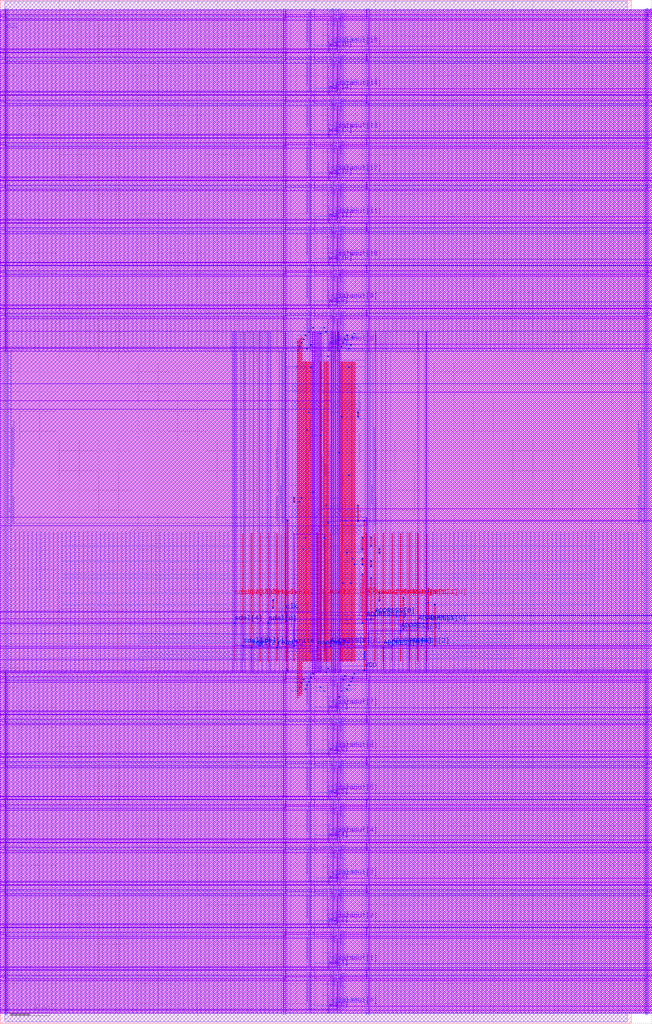
<source format=lef>
VERSION 5.8 ;
BUSBITCHARS "[]" ; 
DIVIDERCHAR "/" ; 


PROPERTYDEFINITIONS 
  MACRO CatenaDesignType STRING ; 
END PROPERTYDEFINITIONS 


MACRO srambank_128x4x16_6t122 
  CLASS BLOCK ; 
  ORIGIN 0 0 ; 
  FOREIGN srambank_128x4x16_6t122 0 0 ; 
  SIZE 64 BY 103.68 ; 
  SYMMETRY X Y ; 
  SITE coreSite ; 
  PIN VDD 
    DIRECTION INOUT ; 
    USE POWER ; 
    PORT 
      LAYER M4 ; 
        RECT 0.376 4.688 65.768 4.88 ; 
        RECT 0.376 9.008 65.768 9.2 ; 
        RECT 0.376 13.328 65.768 13.52 ; 
        RECT 0.376 17.648 65.768 17.84 ; 
        RECT 0.376 21.968 65.768 22.16 ; 
        RECT 0.376 26.288 65.768 26.48 ; 
        RECT 0.376 30.608 65.768 30.8 ; 
        RECT 0.376 34.928 65.768 35.12 ; 
        RECT 14.256 36.852 51.84 37.716 ; 
        RECT 36.788 50.868 37.352 50.964 ; 
        RECT 36.264 35.732 37.316 35.828 ; 
        RECT 29.592 49.524 36.504 50.388 ; 
        RECT 29.592 62.196 36.504 63.06 ; 
        RECT 0.376 71.756 65.768 71.948 ; 
        RECT 0.376 76.076 65.768 76.268 ; 
        RECT 0.376 80.396 65.768 80.588 ; 
        RECT 0.376 84.716 65.768 84.908 ; 
        RECT 0.376 89.036 65.768 89.228 ; 
        RECT 0.376 93.356 65.768 93.548 ; 
        RECT 0.376 97.676 65.768 97.868 ; 
        RECT 0.376 101.996 65.768 102.188 ; 
      LAYER M3 ; 
        RECT 65.576 0.866 65.648 5.506 ; 
        RECT 37.136 0.868 37.208 5.504 ; 
        RECT 31.52 1.028 31.88 5.484 ; 
        RECT 28.928 0.868 29 5.504 ; 
        RECT 0.488 0.866 0.56 5.506 ; 
        RECT 65.576 5.186 65.648 9.826 ; 
        RECT 37.136 5.188 37.208 9.824 ; 
        RECT 31.52 5.348 31.88 9.804 ; 
        RECT 28.928 5.188 29 9.824 ; 
        RECT 0.488 5.186 0.56 9.826 ; 
        RECT 65.576 9.506 65.648 14.146 ; 
        RECT 37.136 9.508 37.208 14.144 ; 
        RECT 31.52 9.668 31.88 14.124 ; 
        RECT 28.928 9.508 29 14.144 ; 
        RECT 0.488 9.506 0.56 14.146 ; 
        RECT 65.576 13.826 65.648 18.466 ; 
        RECT 37.136 13.828 37.208 18.464 ; 
        RECT 31.52 13.988 31.88 18.444 ; 
        RECT 28.928 13.828 29 18.464 ; 
        RECT 0.488 13.826 0.56 18.466 ; 
        RECT 65.576 18.146 65.648 22.786 ; 
        RECT 37.136 18.148 37.208 22.784 ; 
        RECT 31.52 18.308 31.88 22.764 ; 
        RECT 28.928 18.148 29 22.784 ; 
        RECT 0.488 18.146 0.56 22.786 ; 
        RECT 65.576 22.466 65.648 27.106 ; 
        RECT 37.136 22.468 37.208 27.104 ; 
        RECT 31.52 22.628 31.88 27.084 ; 
        RECT 28.928 22.468 29 27.104 ; 
        RECT 0.488 22.466 0.56 27.106 ; 
        RECT 65.576 26.786 65.648 31.426 ; 
        RECT 37.136 26.788 37.208 31.424 ; 
        RECT 31.52 26.948 31.88 31.404 ; 
        RECT 28.928 26.788 29 31.424 ; 
        RECT 0.488 26.786 0.56 31.426 ; 
        RECT 65.576 31.106 65.648 35.746 ; 
        RECT 37.136 31.108 37.208 35.744 ; 
        RECT 31.52 31.268 31.88 35.724 ; 
        RECT 28.928 31.108 29 35.744 ; 
        RECT 0.488 31.106 0.56 35.746 ; 
        RECT 65.556 35.402 65.628 68.23 ; 
        RECT 37.188 50.68 37.26 68.074 ; 
        RECT 37.116 35.534 37.188 36.086 ; 
        RECT 31.644 36.696 32.58 67.028 ; 
        RECT 31.5 66.696 31.86 68.2 ; 
        RECT 31.5 35.56 31.86 37.064 ; 
        RECT 0.468 35.402 0.54 68.23 ; 
        RECT 65.576 67.934 65.648 72.574 ; 
        RECT 37.136 67.936 37.208 72.572 ; 
        RECT 31.52 68.096 31.88 72.552 ; 
        RECT 28.928 67.936 29 72.572 ; 
        RECT 0.488 67.934 0.56 72.574 ; 
        RECT 65.576 72.254 65.648 76.894 ; 
        RECT 37.136 72.256 37.208 76.892 ; 
        RECT 31.52 72.416 31.88 76.872 ; 
        RECT 28.928 72.256 29 76.892 ; 
        RECT 0.488 72.254 0.56 76.894 ; 
        RECT 65.576 76.574 65.648 81.214 ; 
        RECT 37.136 76.576 37.208 81.212 ; 
        RECT 31.52 76.736 31.88 81.192 ; 
        RECT 28.928 76.576 29 81.212 ; 
        RECT 0.488 76.574 0.56 81.214 ; 
        RECT 65.576 80.894 65.648 85.534 ; 
        RECT 37.136 80.896 37.208 85.532 ; 
        RECT 31.52 81.056 31.88 85.512 ; 
        RECT 28.928 80.896 29 85.532 ; 
        RECT 0.488 80.894 0.56 85.534 ; 
        RECT 65.576 85.214 65.648 89.854 ; 
        RECT 37.136 85.216 37.208 89.852 ; 
        RECT 31.52 85.376 31.88 89.832 ; 
        RECT 28.928 85.216 29 89.852 ; 
        RECT 0.488 85.214 0.56 89.854 ; 
        RECT 65.576 89.534 65.648 94.174 ; 
        RECT 37.136 89.536 37.208 94.172 ; 
        RECT 31.52 89.696 31.88 94.152 ; 
        RECT 28.928 89.536 29 94.172 ; 
        RECT 0.488 89.534 0.56 94.174 ; 
        RECT 65.576 93.854 65.648 98.494 ; 
        RECT 37.136 93.856 37.208 98.492 ; 
        RECT 31.52 94.016 31.88 98.472 ; 
        RECT 28.928 93.856 29 98.492 ; 
        RECT 0.488 93.854 0.56 98.494 ; 
        RECT 65.576 98.174 65.648 102.814 ; 
        RECT 37.136 98.176 37.208 102.812 ; 
        RECT 31.52 98.336 31.88 102.792 ; 
        RECT 28.928 98.176 29 102.812 ; 
        RECT 0.488 98.174 0.56 102.814 ; 
      LAYER V3 ; 
        RECT 0.488 4.688 0.56 4.88 ; 
        RECT 28.928 4.688 29 4.88 ; 
        RECT 31.52 4.688 31.88 4.88 ; 
        RECT 37.136 4.688 37.208 4.88 ; 
        RECT 65.576 4.688 65.648 4.88 ; 
        RECT 0.488 9.008 0.56 9.2 ; 
        RECT 28.928 9.008 29 9.2 ; 
        RECT 31.52 9.008 31.88 9.2 ; 
        RECT 37.136 9.008 37.208 9.2 ; 
        RECT 65.576 9.008 65.648 9.2 ; 
        RECT 0.488 13.328 0.56 13.52 ; 
        RECT 28.928 13.328 29 13.52 ; 
        RECT 31.52 13.328 31.88 13.52 ; 
        RECT 37.136 13.328 37.208 13.52 ; 
        RECT 65.576 13.328 65.648 13.52 ; 
        RECT 0.488 17.648 0.56 17.84 ; 
        RECT 28.928 17.648 29 17.84 ; 
        RECT 31.52 17.648 31.88 17.84 ; 
        RECT 37.136 17.648 37.208 17.84 ; 
        RECT 65.576 17.648 65.648 17.84 ; 
        RECT 0.488 21.968 0.56 22.16 ; 
        RECT 28.928 21.968 29 22.16 ; 
        RECT 31.52 21.968 31.88 22.16 ; 
        RECT 37.136 21.968 37.208 22.16 ; 
        RECT 65.576 21.968 65.648 22.16 ; 
        RECT 0.488 26.288 0.56 26.48 ; 
        RECT 28.928 26.288 29 26.48 ; 
        RECT 31.52 26.288 31.88 26.48 ; 
        RECT 37.136 26.288 37.208 26.48 ; 
        RECT 65.576 26.288 65.648 26.48 ; 
        RECT 0.488 30.608 0.56 30.8 ; 
        RECT 28.928 30.608 29 30.8 ; 
        RECT 31.52 30.608 31.88 30.8 ; 
        RECT 37.136 30.608 37.208 30.8 ; 
        RECT 65.576 30.608 65.648 30.8 ; 
        RECT 0.488 34.928 0.56 35.12 ; 
        RECT 28.928 34.928 29 35.12 ; 
        RECT 31.52 34.928 31.88 35.12 ; 
        RECT 37.136 34.928 37.208 35.12 ; 
        RECT 65.576 34.928 65.648 35.12 ; 
        RECT 31.66 62.196 31.732 63.06 ; 
        RECT 31.66 49.524 31.732 50.388 ; 
        RECT 31.66 36.852 31.732 37.716 ; 
        RECT 31.868 62.196 31.94 63.06 ; 
        RECT 31.868 49.524 31.94 50.388 ; 
        RECT 31.868 36.852 31.94 37.716 ; 
        RECT 32.076 62.196 32.148 63.06 ; 
        RECT 32.076 49.524 32.148 50.388 ; 
        RECT 32.076 36.852 32.148 37.716 ; 
        RECT 32.284 62.196 32.356 63.06 ; 
        RECT 32.284 49.524 32.356 50.388 ; 
        RECT 32.284 36.852 32.356 37.716 ; 
        RECT 32.492 62.196 32.564 63.06 ; 
        RECT 32.492 49.524 32.564 50.388 ; 
        RECT 32.492 36.852 32.564 37.716 ; 
        RECT 37.116 35.732 37.188 35.828 ; 
        RECT 37.188 50.868 37.26 50.964 ; 
        RECT 0.488 71.756 0.56 71.948 ; 
        RECT 28.928 71.756 29 71.948 ; 
        RECT 31.52 71.756 31.88 71.948 ; 
        RECT 37.136 71.756 37.208 71.948 ; 
        RECT 65.576 71.756 65.648 71.948 ; 
        RECT 0.488 76.076 0.56 76.268 ; 
        RECT 28.928 76.076 29 76.268 ; 
        RECT 31.52 76.076 31.88 76.268 ; 
        RECT 37.136 76.076 37.208 76.268 ; 
        RECT 65.576 76.076 65.648 76.268 ; 
        RECT 0.488 80.396 0.56 80.588 ; 
        RECT 28.928 80.396 29 80.588 ; 
        RECT 31.52 80.396 31.88 80.588 ; 
        RECT 37.136 80.396 37.208 80.588 ; 
        RECT 65.576 80.396 65.648 80.588 ; 
        RECT 0.488 84.716 0.56 84.908 ; 
        RECT 28.928 84.716 29 84.908 ; 
        RECT 31.52 84.716 31.88 84.908 ; 
        RECT 37.136 84.716 37.208 84.908 ; 
        RECT 65.576 84.716 65.648 84.908 ; 
        RECT 0.488 89.036 0.56 89.228 ; 
        RECT 28.928 89.036 29 89.228 ; 
        RECT 31.52 89.036 31.88 89.228 ; 
        RECT 37.136 89.036 37.208 89.228 ; 
        RECT 65.576 89.036 65.648 89.228 ; 
        RECT 0.488 93.356 0.56 93.548 ; 
        RECT 28.928 93.356 29 93.548 ; 
        RECT 31.52 93.356 31.88 93.548 ; 
        RECT 37.136 93.356 37.208 93.548 ; 
        RECT 65.576 93.356 65.648 93.548 ; 
        RECT 0.488 97.676 0.56 97.868 ; 
        RECT 28.928 97.676 29 97.868 ; 
        RECT 31.52 97.676 31.88 97.868 ; 
        RECT 37.136 97.676 37.208 97.868 ; 
        RECT 65.576 97.676 65.648 97.868 ; 
        RECT 0.488 101.996 0.56 102.188 ; 
        RECT 28.928 101.996 29 102.188 ; 
        RECT 31.52 101.996 31.88 102.188 ; 
        RECT 37.136 101.996 37.208 102.188 ; 
        RECT 65.576 101.996 65.648 102.188 ; 
      LAYER M5 ; 
        RECT 36.864 35.66 36.96 51.036 ; 
      LAYER V4 ; 
        RECT 36.864 50.868 36.96 50.964 ; 
        RECT 36.864 36.852 36.96 37.716 ; 
        RECT 36.864 35.732 36.96 35.828 ; 
    END 
  END VDD 
  PIN VSS 
    DIRECTION INOUT ; 
    USE POWER ; 
    PORT 
      LAYER M4 ; 
        RECT 0.376 4.304 65.748 4.496 ; 
        RECT 0.376 8.624 65.748 8.816 ; 
        RECT 0.376 12.944 65.748 13.136 ; 
        RECT 0.376 17.264 65.748 17.456 ; 
        RECT 0.376 21.584 65.748 21.776 ; 
        RECT 0.376 25.904 65.748 26.096 ; 
        RECT 0.376 30.224 65.748 30.416 ; 
        RECT 0.376 34.544 65.748 34.736 ; 
        RECT 14.256 38.58 51.84 39.444 ; 
        RECT 29.592 51.252 36.504 52.116 ; 
        RECT 29.592 63.924 36.504 64.788 ; 
        RECT 0.376 71.372 65.748 71.564 ; 
        RECT 0.376 75.692 65.748 75.884 ; 
        RECT 0.376 80.012 65.748 80.204 ; 
        RECT 0.376 84.332 65.748 84.524 ; 
        RECT 0.376 88.652 65.748 88.844 ; 
        RECT 0.376 92.972 65.748 93.164 ; 
        RECT 0.376 97.292 65.748 97.484 ; 
        RECT 0.376 101.612 65.748 101.804 ; 
      LAYER M3 ; 
        RECT 65.432 0.866 65.504 5.506 ; 
        RECT 37.352 0.866 37.424 5.506 ; 
        RECT 34.292 1.012 34.436 5.468 ; 
        RECT 33.68 1.012 33.788 5.468 ; 
        RECT 28.712 0.866 28.784 5.506 ; 
        RECT 0.632 0.866 0.704 5.506 ; 
        RECT 65.432 5.186 65.504 9.826 ; 
        RECT 37.352 5.186 37.424 9.826 ; 
        RECT 34.292 5.332 34.436 9.788 ; 
        RECT 33.68 5.332 33.788 9.788 ; 
        RECT 28.712 5.186 28.784 9.826 ; 
        RECT 0.632 5.186 0.704 9.826 ; 
        RECT 65.432 9.506 65.504 14.146 ; 
        RECT 37.352 9.506 37.424 14.146 ; 
        RECT 34.292 9.652 34.436 14.108 ; 
        RECT 33.68 9.652 33.788 14.108 ; 
        RECT 28.712 9.506 28.784 14.146 ; 
        RECT 0.632 9.506 0.704 14.146 ; 
        RECT 65.432 13.826 65.504 18.466 ; 
        RECT 37.352 13.826 37.424 18.466 ; 
        RECT 34.292 13.972 34.436 18.428 ; 
        RECT 33.68 13.972 33.788 18.428 ; 
        RECT 28.712 13.826 28.784 18.466 ; 
        RECT 0.632 13.826 0.704 18.466 ; 
        RECT 65.432 18.146 65.504 22.786 ; 
        RECT 37.352 18.146 37.424 22.786 ; 
        RECT 34.292 18.292 34.436 22.748 ; 
        RECT 33.68 18.292 33.788 22.748 ; 
        RECT 28.712 18.146 28.784 22.786 ; 
        RECT 0.632 18.146 0.704 22.786 ; 
        RECT 65.432 22.466 65.504 27.106 ; 
        RECT 37.352 22.466 37.424 27.106 ; 
        RECT 34.292 22.612 34.436 27.068 ; 
        RECT 33.68 22.612 33.788 27.068 ; 
        RECT 28.712 22.466 28.784 27.106 ; 
        RECT 0.632 22.466 0.704 27.106 ; 
        RECT 65.432 26.786 65.504 31.426 ; 
        RECT 37.352 26.786 37.424 31.426 ; 
        RECT 34.292 26.932 34.436 31.388 ; 
        RECT 33.68 26.932 33.788 31.388 ; 
        RECT 28.712 26.786 28.784 31.426 ; 
        RECT 0.632 26.786 0.704 31.426 ; 
        RECT 65.432 31.106 65.504 35.746 ; 
        RECT 37.352 31.106 37.424 35.746 ; 
        RECT 34.292 31.252 34.436 35.708 ; 
        RECT 33.68 31.252 33.788 35.708 ; 
        RECT 28.712 31.106 28.784 35.746 ; 
        RECT 0.632 31.106 0.704 35.746 ; 
        RECT 65.412 35.402 65.484 68.23 ; 
        RECT 37.332 35.402 37.404 68.23 ; 
        RECT 33.516 36.296 34.452 67.028 ; 
        RECT 34.272 35.578 34.416 68.056 ; 
        RECT 33.66 35.576 33.768 68.056 ; 
        RECT 28.692 35.402 28.764 68.23 ; 
        RECT 0.612 35.402 0.684 68.23 ; 
        RECT 65.432 67.934 65.504 72.574 ; 
        RECT 37.352 67.934 37.424 72.574 ; 
        RECT 34.292 68.08 34.436 72.536 ; 
        RECT 33.68 68.08 33.788 72.536 ; 
        RECT 28.712 67.934 28.784 72.574 ; 
        RECT 0.632 67.934 0.704 72.574 ; 
        RECT 65.432 72.254 65.504 76.894 ; 
        RECT 37.352 72.254 37.424 76.894 ; 
        RECT 34.292 72.4 34.436 76.856 ; 
        RECT 33.68 72.4 33.788 76.856 ; 
        RECT 28.712 72.254 28.784 76.894 ; 
        RECT 0.632 72.254 0.704 76.894 ; 
        RECT 65.432 76.574 65.504 81.214 ; 
        RECT 37.352 76.574 37.424 81.214 ; 
        RECT 34.292 76.72 34.436 81.176 ; 
        RECT 33.68 76.72 33.788 81.176 ; 
        RECT 28.712 76.574 28.784 81.214 ; 
        RECT 0.632 76.574 0.704 81.214 ; 
        RECT 65.432 80.894 65.504 85.534 ; 
        RECT 37.352 80.894 37.424 85.534 ; 
        RECT 34.292 81.04 34.436 85.496 ; 
        RECT 33.68 81.04 33.788 85.496 ; 
        RECT 28.712 80.894 28.784 85.534 ; 
        RECT 0.632 80.894 0.704 85.534 ; 
        RECT 65.432 85.214 65.504 89.854 ; 
        RECT 37.352 85.214 37.424 89.854 ; 
        RECT 34.292 85.36 34.436 89.816 ; 
        RECT 33.68 85.36 33.788 89.816 ; 
        RECT 28.712 85.214 28.784 89.854 ; 
        RECT 0.632 85.214 0.704 89.854 ; 
        RECT 65.432 89.534 65.504 94.174 ; 
        RECT 37.352 89.534 37.424 94.174 ; 
        RECT 34.292 89.68 34.436 94.136 ; 
        RECT 33.68 89.68 33.788 94.136 ; 
        RECT 28.712 89.534 28.784 94.174 ; 
        RECT 0.632 89.534 0.704 94.174 ; 
        RECT 65.432 93.854 65.504 98.494 ; 
        RECT 37.352 93.854 37.424 98.494 ; 
        RECT 34.292 94 34.436 98.456 ; 
        RECT 33.68 94 33.788 98.456 ; 
        RECT 28.712 93.854 28.784 98.494 ; 
        RECT 0.632 93.854 0.704 98.494 ; 
        RECT 65.432 98.174 65.504 102.814 ; 
        RECT 37.352 98.174 37.424 102.814 ; 
        RECT 34.292 98.32 34.436 102.776 ; 
        RECT 33.68 98.32 33.788 102.776 ; 
        RECT 28.712 98.174 28.784 102.814 ; 
        RECT 0.632 98.174 0.704 102.814 ; 
      LAYER V3 ; 
        RECT 0.632 4.304 0.704 4.496 ; 
        RECT 28.712 4.304 28.784 4.496 ; 
        RECT 33.68 4.304 33.788 4.496 ; 
        RECT 34.292 4.304 34.436 4.496 ; 
        RECT 37.352 4.304 37.424 4.496 ; 
        RECT 65.432 4.304 65.504 4.496 ; 
        RECT 0.632 8.624 0.704 8.816 ; 
        RECT 28.712 8.624 28.784 8.816 ; 
        RECT 33.68 8.624 33.788 8.816 ; 
        RECT 34.292 8.624 34.436 8.816 ; 
        RECT 37.352 8.624 37.424 8.816 ; 
        RECT 65.432 8.624 65.504 8.816 ; 
        RECT 0.632 12.944 0.704 13.136 ; 
        RECT 28.712 12.944 28.784 13.136 ; 
        RECT 33.68 12.944 33.788 13.136 ; 
        RECT 34.292 12.944 34.436 13.136 ; 
        RECT 37.352 12.944 37.424 13.136 ; 
        RECT 65.432 12.944 65.504 13.136 ; 
        RECT 0.632 17.264 0.704 17.456 ; 
        RECT 28.712 17.264 28.784 17.456 ; 
        RECT 33.68 17.264 33.788 17.456 ; 
        RECT 34.292 17.264 34.436 17.456 ; 
        RECT 37.352 17.264 37.424 17.456 ; 
        RECT 65.432 17.264 65.504 17.456 ; 
        RECT 0.632 21.584 0.704 21.776 ; 
        RECT 28.712 21.584 28.784 21.776 ; 
        RECT 33.68 21.584 33.788 21.776 ; 
        RECT 34.292 21.584 34.436 21.776 ; 
        RECT 37.352 21.584 37.424 21.776 ; 
        RECT 65.432 21.584 65.504 21.776 ; 
        RECT 0.632 25.904 0.704 26.096 ; 
        RECT 28.712 25.904 28.784 26.096 ; 
        RECT 33.68 25.904 33.788 26.096 ; 
        RECT 34.292 25.904 34.436 26.096 ; 
        RECT 37.352 25.904 37.424 26.096 ; 
        RECT 65.432 25.904 65.504 26.096 ; 
        RECT 0.632 30.224 0.704 30.416 ; 
        RECT 28.712 30.224 28.784 30.416 ; 
        RECT 33.68 30.224 33.788 30.416 ; 
        RECT 34.292 30.224 34.436 30.416 ; 
        RECT 37.352 30.224 37.424 30.416 ; 
        RECT 65.432 30.224 65.504 30.416 ; 
        RECT 0.632 34.544 0.704 34.736 ; 
        RECT 28.712 34.544 28.784 34.736 ; 
        RECT 33.68 34.544 33.788 34.736 ; 
        RECT 34.292 34.544 34.436 34.736 ; 
        RECT 37.352 34.544 37.424 34.736 ; 
        RECT 65.432 34.544 65.504 34.736 ; 
        RECT 33.532 63.924 33.604 64.788 ; 
        RECT 33.532 51.252 33.604 52.116 ; 
        RECT 33.532 38.58 33.604 39.444 ; 
        RECT 33.74 63.924 33.812 64.788 ; 
        RECT 33.74 51.252 33.812 52.116 ; 
        RECT 33.74 38.58 33.812 39.444 ; 
        RECT 33.948 63.924 34.02 64.788 ; 
        RECT 33.948 51.252 34.02 52.116 ; 
        RECT 33.948 38.58 34.02 39.444 ; 
        RECT 34.156 63.924 34.228 64.788 ; 
        RECT 34.156 51.252 34.228 52.116 ; 
        RECT 34.156 38.58 34.228 39.444 ; 
        RECT 34.364 63.924 34.436 64.788 ; 
        RECT 34.364 51.252 34.436 52.116 ; 
        RECT 34.364 38.58 34.436 39.444 ; 
        RECT 37.332 38.582 37.404 39.446 ; 
        RECT 0.632 71.372 0.704 71.564 ; 
        RECT 28.712 71.372 28.784 71.564 ; 
        RECT 33.68 71.372 33.788 71.564 ; 
        RECT 34.292 71.372 34.436 71.564 ; 
        RECT 37.352 71.372 37.424 71.564 ; 
        RECT 65.432 71.372 65.504 71.564 ; 
        RECT 0.632 75.692 0.704 75.884 ; 
        RECT 28.712 75.692 28.784 75.884 ; 
        RECT 33.68 75.692 33.788 75.884 ; 
        RECT 34.292 75.692 34.436 75.884 ; 
        RECT 37.352 75.692 37.424 75.884 ; 
        RECT 65.432 75.692 65.504 75.884 ; 
        RECT 0.632 80.012 0.704 80.204 ; 
        RECT 28.712 80.012 28.784 80.204 ; 
        RECT 33.68 80.012 33.788 80.204 ; 
        RECT 34.292 80.012 34.436 80.204 ; 
        RECT 37.352 80.012 37.424 80.204 ; 
        RECT 65.432 80.012 65.504 80.204 ; 
        RECT 0.632 84.332 0.704 84.524 ; 
        RECT 28.712 84.332 28.784 84.524 ; 
        RECT 33.68 84.332 33.788 84.524 ; 
        RECT 34.292 84.332 34.436 84.524 ; 
        RECT 37.352 84.332 37.424 84.524 ; 
        RECT 65.432 84.332 65.504 84.524 ; 
        RECT 0.632 88.652 0.704 88.844 ; 
        RECT 28.712 88.652 28.784 88.844 ; 
        RECT 33.68 88.652 33.788 88.844 ; 
        RECT 34.292 88.652 34.436 88.844 ; 
        RECT 37.352 88.652 37.424 88.844 ; 
        RECT 65.432 88.652 65.504 88.844 ; 
        RECT 0.632 92.972 0.704 93.164 ; 
        RECT 28.712 92.972 28.784 93.164 ; 
        RECT 33.68 92.972 33.788 93.164 ; 
        RECT 34.292 92.972 34.436 93.164 ; 
        RECT 37.352 92.972 37.424 93.164 ; 
        RECT 65.432 92.972 65.504 93.164 ; 
        RECT 0.632 97.292 0.704 97.484 ; 
        RECT 28.712 97.292 28.784 97.484 ; 
        RECT 33.68 97.292 33.788 97.484 ; 
        RECT 34.292 97.292 34.436 97.484 ; 
        RECT 37.352 97.292 37.424 97.484 ; 
        RECT 65.432 97.292 65.504 97.484 ; 
        RECT 0.632 101.612 0.704 101.804 ; 
        RECT 28.712 101.612 28.784 101.804 ; 
        RECT 33.68 101.612 33.788 101.804 ; 
        RECT 34.292 101.612 34.436 101.804 ; 
        RECT 37.352 101.612 37.424 101.804 ; 
        RECT 65.432 101.612 65.504 101.804 ; 
    END 
  END VSS 
  PIN ADDRESS[0] 
    DIRECTION INPUT ; 
    USE SIGNAL ; 
    PORT 
      LAYER M3 ; 
        RECT 43.164 40.468 43.236 40.616 ; 
      LAYER M4 ; 
        RECT 42.956 40.5 43.292 40.596 ; 
      LAYER M5 ; 
        RECT 43.152 36.696 43.248 49.656 ; 
      LAYER V3 ; 
        RECT 43.164 40.5 43.236 40.596 ; 
      LAYER V4 ; 
        RECT 43.152 40.5 43.248 40.596 ; 
    END 
  END ADDRESS[0] 
  PIN ADDRESS[1] 
    DIRECTION INPUT ; 
    USE SIGNAL ; 
    PORT 
      LAYER M3 ; 
        RECT 42.3 40.48 42.372 40.628 ; 
      LAYER M4 ; 
        RECT 42.092 40.5 42.428 40.596 ; 
      LAYER M5 ; 
        RECT 42.288 36.696 42.384 49.656 ; 
      LAYER V3 ; 
        RECT 42.3 40.5 42.372 40.596 ; 
      LAYER V4 ; 
        RECT 42.288 40.5 42.384 40.596 ; 
    END 
  END ADDRESS[1] 
  PIN ADDRESS[2] 
    DIRECTION INPUT ; 
    USE SIGNAL ; 
    PORT 
      LAYER M3 ; 
        RECT 41.436 38.164 41.508 38.312 ; 
      LAYER M4 ; 
        RECT 41.228 38.196 41.564 38.292 ; 
      LAYER M5 ; 
        RECT 41.424 36.696 41.52 49.656 ; 
      LAYER V3 ; 
        RECT 41.436 38.196 41.508 38.292 ; 
      LAYER V4 ; 
        RECT 41.424 38.196 41.52 38.292 ; 
    END 
  END ADDRESS[2] 
  PIN ADDRESS[3] 
    DIRECTION INPUT ; 
    USE SIGNAL ; 
    PORT 
      LAYER M3 ; 
        RECT 40.572 39.124 40.644 39.848 ; 
      LAYER M4 ; 
        RECT 40.364 39.732 40.7 39.828 ; 
      LAYER M5 ; 
        RECT 40.56 36.696 40.656 49.656 ; 
      LAYER V3 ; 
        RECT 40.572 39.732 40.644 39.828 ; 
      LAYER V4 ; 
        RECT 40.56 39.732 40.656 39.828 ; 
    END 
  END ADDRESS[3] 
  PIN ADDRESS[4] 
    DIRECTION INPUT ; 
    USE SIGNAL ; 
    PORT 
      LAYER M3 ; 
        RECT 39.708 38.176 39.78 38.444 ; 
      LAYER M4 ; 
        RECT 39.5 38.196 39.836 38.292 ; 
      LAYER M5 ; 
        RECT 39.696 36.696 39.792 49.656 ; 
      LAYER V3 ; 
        RECT 39.708 38.196 39.78 38.292 ; 
      LAYER V4 ; 
        RECT 39.696 38.196 39.792 38.292 ; 
    END 
  END ADDRESS[4] 
  PIN ADDRESS[5] 
    DIRECTION INPUT ; 
    USE SIGNAL ; 
    PORT 
      LAYER M3 ; 
        RECT 38.844 37.108 38.916 38.12 ; 
      LAYER M4 ; 
        RECT 38.636 38.004 38.972 38.1 ; 
      LAYER M5 ; 
        RECT 38.832 36.696 38.928 49.656 ; 
      LAYER V3 ; 
        RECT 38.844 38.004 38.916 38.1 ; 
      LAYER V4 ; 
        RECT 38.832 38.004 38.928 38.1 ; 
    END 
  END ADDRESS[5] 
  PIN ADDRESS[6] 
    DIRECTION INPUT ; 
    USE SIGNAL ; 
    PORT 
      LAYER M3 ; 
        RECT 37.98 41.248 38.052 41.396 ; 
      LAYER M4 ; 
        RECT 37.772 41.268 38.108 41.364 ; 
      LAYER M5 ; 
        RECT 37.968 36.696 38.064 49.656 ; 
      LAYER V3 ; 
        RECT 37.98 41.268 38.052 41.364 ; 
      LAYER V4 ; 
        RECT 37.968 41.268 38.064 41.364 ; 
    END 
  END ADDRESS[6] 
  PIN ADDRESS[7] 
    DIRECTION INPUT ; 
    USE SIGNAL ; 
    PORT 
      LAYER M3 ; 
        RECT 37.116 40.636 37.188 41 ; 
      LAYER M4 ; 
        RECT 36.908 40.884 37.244 40.98 ; 
      LAYER M5 ; 
        RECT 37.104 36.696 37.2 49.656 ; 
      LAYER V3 ; 
        RECT 37.116 40.884 37.188 40.98 ; 
      LAYER V4 ; 
        RECT 37.104 40.884 37.2 40.98 ; 
    END 
  END ADDRESS[7] 
  PIN ADDRESS[8] 
    DIRECTION INPUT ; 
    USE SIGNAL ; 
    PORT 
      LAYER M3 ; 
        RECT 34.524 38.176 34.596 38.444 ; 
      LAYER M4 ; 
        RECT 33.388 38.196 34.64 38.292 ; 
      LAYER M5 ; 
        RECT 33.432 36.696 33.528 49.656 ; 
      LAYER V3 ; 
        RECT 34.524 38.196 34.596 38.292 ; 
      LAYER V4 ; 
        RECT 33.432 38.196 33.528 38.292 ; 
    END 
  END ADDRESS[8] 
  PIN banksel 
    DIRECTION INPUT ; 
    USE SIGNAL ; 
    PORT 
      LAYER M3 ; 
        RECT 32.94 37.108 33.012 38.12 ; 
      LAYER M4 ; 
        RECT 32.092 38.004 33.056 38.1 ; 
      LAYER M5 ; 
        RECT 32.136 36.696 32.232 49.656 ; 
      LAYER V3 ; 
        RECT 32.94 38.004 33.012 38.1 ; 
      LAYER V4 ; 
        RECT 32.136 38.004 32.232 38.1 ; 
    END 
  END banksel 
  PIN write 
    DIRECTION INPUT ; 
    USE SIGNAL ; 
    PORT 
      LAYER M3 ; 
        RECT 29.772 38.176 29.844 38.444 ; 
      LAYER M4 ; 
        RECT 29.564 38.196 29.9 38.292 ; 
      LAYER M5 ; 
        RECT 29.76 36.696 29.856 49.656 ; 
      LAYER V3 ; 
        RECT 29.772 38.196 29.844 38.292 ; 
      LAYER V4 ; 
        RECT 29.76 38.196 29.856 38.292 ; 
    END 
  END write 
  PIN clk 
    DIRECTION INPUT ; 
    USE SIGNAL ; 
    PORT 
      LAYER M3 ; 
        RECT 28.908 41.632 28.98 41.828 ; 
      LAYER M4 ; 
        RECT 28.7 41.652 29.036 41.748 ; 
      LAYER M5 ; 
        RECT 28.896 36.696 28.992 49.656 ; 
      LAYER V3 ; 
        RECT 28.908 41.652 28.98 41.748 ; 
      LAYER V4 ; 
        RECT 28.896 41.652 28.992 41.748 ; 
    END 
  END clk 
  PIN read 
    DIRECTION INPUT ; 
    USE SIGNAL ; 
    PORT 
      LAYER M3 ; 
        RECT 29.052 37.108 29.124 38.12 ; 
      LAYER M4 ; 
        RECT 27.988 38.004 29.168 38.1 ; 
      LAYER M5 ; 
        RECT 28.032 36.696 28.128 49.656 ; 
      LAYER V3 ; 
        RECT 29.052 38.004 29.124 38.1 ; 
      LAYER V4 ; 
        RECT 28.032 38.004 28.128 38.1 ; 
    END 
  END read 
  PIN sdel[0] 
    DIRECTION INPUT ; 
    USE SIGNAL ; 
    PORT 
      LAYER M3 ; 
        RECT 27.18 40.468 27.252 40.616 ; 
      LAYER M4 ; 
        RECT 26.972 40.5 27.308 40.596 ; 
      LAYER M5 ; 
        RECT 27.168 36.696 27.264 49.656 ; 
      LAYER V3 ; 
        RECT 27.18 40.5 27.252 40.596 ; 
      LAYER V4 ; 
        RECT 27.168 40.5 27.264 40.596 ; 
    END 
  END sdel[0] 
  PIN sdel[1] 
    DIRECTION INPUT ; 
    USE SIGNAL ; 
    PORT 
      LAYER M3 ; 
        RECT 26.316 38.176 26.388 39.092 ; 
      LAYER M4 ; 
        RECT 26.108 38.196 26.444 38.292 ; 
      LAYER M5 ; 
        RECT 26.304 36.696 26.4 49.656 ; 
      LAYER V3 ; 
        RECT 26.316 38.196 26.388 38.292 ; 
      LAYER V4 ; 
        RECT 26.304 38.196 26.4 38.292 ; 
    END 
  END sdel[1] 
  PIN sdel[2] 
    DIRECTION INPUT ; 
    USE SIGNAL ; 
    PORT 
      LAYER M3 ; 
        RECT 25.452 37.108 25.524 38.12 ; 
      LAYER M4 ; 
        RECT 25.244 38.004 25.58 38.1 ; 
      LAYER M5 ; 
        RECT 25.44 36.696 25.536 49.656 ; 
      LAYER V3 ; 
        RECT 25.452 38.004 25.524 38.1 ; 
      LAYER V4 ; 
        RECT 25.44 38.004 25.536 38.1 ; 
    END 
  END sdel[2] 
  PIN sdel[3] 
    DIRECTION INPUT ; 
    USE SIGNAL ; 
    PORT 
      LAYER M3 ; 
        RECT 24.588 38.164 24.66 38.312 ; 
      LAYER M4 ; 
        RECT 24.38 38.196 24.716 38.292 ; 
      LAYER M5 ; 
        RECT 24.576 36.696 24.672 49.656 ; 
      LAYER V3 ; 
        RECT 24.588 38.196 24.66 38.292 ; 
      LAYER V4 ; 
        RECT 24.576 38.196 24.672 38.292 ; 
    END 
  END sdel[3] 
  PIN sdel[4] 
    DIRECTION INPUT ; 
    USE SIGNAL ; 
    PORT 
      LAYER M3 ; 
        RECT 23.724 40.468 23.796 40.616 ; 
      LAYER M4 ; 
        RECT 23.516 40.5 23.852 40.596 ; 
      LAYER M5 ; 
        RECT 23.712 36.696 23.808 49.656 ; 
      LAYER V3 ; 
        RECT 23.724 40.5 23.796 40.596 ; 
      LAYER V4 ; 
        RECT 23.712 40.5 23.808 40.596 ; 
    END 
  END sdel[4] 
  PIN dataout[0] 
    DIRECTION OUTPUT ; 
    USE SIGNAL ; 
    PORT 
      LAYER M4 ; 
        RECT 31.796 1.712 34.388 1.808 ; 
      LAYER M3 ; 
        RECT 34.148 1.51 34.22 2.468 ; 
      LAYER V3 ; 
        RECT 34.148 1.712 34.22 1.808 ; 
    END 
  END dataout[0] 
  PIN wd[0] 
    DIRECTION INPUT ; 
    USE SIGNAL ; 
    PORT 
      LAYER M4 ; 
        RECT 31.796 1.328 34.66 1.424 ; 
      LAYER M3 ; 
        RECT 33.248 1.08 33.32 2.7 ; 
      LAYER V3 ; 
        RECT 33.248 1.328 33.32 1.424 ; 
    END 
  END wd[0] 
  PIN dataout[1] 
    DIRECTION OUTPUT ; 
    USE SIGNAL ; 
    PORT 
      LAYER M4 ; 
        RECT 31.796 6.032 34.388 6.128 ; 
      LAYER M3 ; 
        RECT 34.148 5.83 34.22 6.788 ; 
      LAYER V3 ; 
        RECT 34.148 6.032 34.22 6.128 ; 
    END 
  END dataout[1] 
  PIN wd[1] 
    DIRECTION INPUT ; 
    USE SIGNAL ; 
    PORT 
      LAYER M4 ; 
        RECT 31.796 5.648 34.66 5.744 ; 
      LAYER M3 ; 
        RECT 33.248 5.4 33.32 7.02 ; 
      LAYER V3 ; 
        RECT 33.248 5.648 33.32 5.744 ; 
    END 
  END wd[1] 
  PIN dataout[2] 
    DIRECTION OUTPUT ; 
    USE SIGNAL ; 
    PORT 
      LAYER M4 ; 
        RECT 31.796 10.352 34.388 10.448 ; 
      LAYER M3 ; 
        RECT 34.148 10.15 34.22 11.108 ; 
      LAYER V3 ; 
        RECT 34.148 10.352 34.22 10.448 ; 
    END 
  END dataout[2] 
  PIN wd[2] 
    DIRECTION INPUT ; 
    USE SIGNAL ; 
    PORT 
      LAYER M4 ; 
        RECT 31.796 9.968 34.66 10.064 ; 
      LAYER M3 ; 
        RECT 33.248 9.72 33.32 11.34 ; 
      LAYER V3 ; 
        RECT 33.248 9.968 33.32 10.064 ; 
    END 
  END wd[2] 
  PIN dataout[3] 
    DIRECTION OUTPUT ; 
    USE SIGNAL ; 
    PORT 
      LAYER M4 ; 
        RECT 31.796 14.672 34.388 14.768 ; 
      LAYER M3 ; 
        RECT 34.148 14.47 34.22 15.428 ; 
      LAYER V3 ; 
        RECT 34.148 14.672 34.22 14.768 ; 
    END 
  END dataout[3] 
  PIN wd[3] 
    DIRECTION INPUT ; 
    USE SIGNAL ; 
    PORT 
      LAYER M4 ; 
        RECT 31.796 14.288 34.66 14.384 ; 
      LAYER M3 ; 
        RECT 33.248 14.04 33.32 15.66 ; 
      LAYER V3 ; 
        RECT 33.248 14.288 33.32 14.384 ; 
    END 
  END wd[3] 
  PIN dataout[4] 
    DIRECTION OUTPUT ; 
    USE SIGNAL ; 
    PORT 
      LAYER M4 ; 
        RECT 31.796 18.992 34.388 19.088 ; 
      LAYER M3 ; 
        RECT 34.148 18.79 34.22 19.748 ; 
      LAYER V3 ; 
        RECT 34.148 18.992 34.22 19.088 ; 
    END 
  END dataout[4] 
  PIN wd[4] 
    DIRECTION INPUT ; 
    USE SIGNAL ; 
    PORT 
      LAYER M4 ; 
        RECT 31.796 18.608 34.66 18.704 ; 
      LAYER M3 ; 
        RECT 33.248 18.36 33.32 19.98 ; 
      LAYER V3 ; 
        RECT 33.248 18.608 33.32 18.704 ; 
    END 
  END wd[4] 
  PIN dataout[5] 
    DIRECTION OUTPUT ; 
    USE SIGNAL ; 
    PORT 
      LAYER M4 ; 
        RECT 31.796 23.312 34.388 23.408 ; 
      LAYER M3 ; 
        RECT 34.148 23.11 34.22 24.068 ; 
      LAYER V3 ; 
        RECT 34.148 23.312 34.22 23.408 ; 
    END 
  END dataout[5] 
  PIN wd[5] 
    DIRECTION INPUT ; 
    USE SIGNAL ; 
    PORT 
      LAYER M4 ; 
        RECT 31.796 22.928 34.66 23.024 ; 
      LAYER M3 ; 
        RECT 33.248 22.68 33.32 24.3 ; 
      LAYER V3 ; 
        RECT 33.248 22.928 33.32 23.024 ; 
    END 
  END wd[5] 
  PIN dataout[6] 
    DIRECTION OUTPUT ; 
    USE SIGNAL ; 
    PORT 
      LAYER M4 ; 
        RECT 31.796 27.632 34.388 27.728 ; 
      LAYER M3 ; 
        RECT 34.148 27.43 34.22 28.388 ; 
      LAYER V3 ; 
        RECT 34.148 27.632 34.22 27.728 ; 
    END 
  END dataout[6] 
  PIN wd[6] 
    DIRECTION INPUT ; 
    USE SIGNAL ; 
    PORT 
      LAYER M4 ; 
        RECT 31.796 27.248 34.66 27.344 ; 
      LAYER M3 ; 
        RECT 33.248 27 33.32 28.62 ; 
      LAYER V3 ; 
        RECT 33.248 27.248 33.32 27.344 ; 
    END 
  END wd[6] 
  PIN dataout[7] 
    DIRECTION OUTPUT ; 
    USE SIGNAL ; 
    PORT 
      LAYER M4 ; 
        RECT 31.796 31.952 34.388 32.048 ; 
      LAYER M3 ; 
        RECT 34.148 31.75 34.22 32.708 ; 
      LAYER V3 ; 
        RECT 34.148 31.952 34.22 32.048 ; 
    END 
  END dataout[7] 
  PIN wd[7] 
    DIRECTION INPUT ; 
    USE SIGNAL ; 
    PORT 
      LAYER M4 ; 
        RECT 31.796 31.568 34.66 31.664 ; 
      LAYER M3 ; 
        RECT 33.248 31.32 33.32 32.94 ; 
      LAYER V3 ; 
        RECT 33.248 31.568 33.32 31.664 ; 
    END 
  END wd[7] 
  PIN dataout[8] 
    DIRECTION OUTPUT ; 
    USE SIGNAL ; 
    PORT 
      LAYER M4 ; 
        RECT 31.796 68.78 34.388 68.876 ; 
      LAYER M3 ; 
        RECT 34.148 68.578 34.22 69.536 ; 
      LAYER V3 ; 
        RECT 34.148 68.78 34.22 68.876 ; 
    END 
  END dataout[8] 
  PIN wd[8] 
    DIRECTION INPUT ; 
    USE SIGNAL ; 
    PORT 
      LAYER M4 ; 
        RECT 31.796 68.396 34.66 68.492 ; 
      LAYER M3 ; 
        RECT 33.248 68.148 33.32 69.768 ; 
      LAYER V3 ; 
        RECT 33.248 68.396 33.32 68.492 ; 
    END 
  END wd[8] 
  PIN dataout[9] 
    DIRECTION OUTPUT ; 
    USE SIGNAL ; 
    PORT 
      LAYER M4 ; 
        RECT 31.796 73.1 34.388 73.196 ; 
      LAYER M3 ; 
        RECT 34.148 72.898 34.22 73.856 ; 
      LAYER V3 ; 
        RECT 34.148 73.1 34.22 73.196 ; 
    END 
  END dataout[9] 
  PIN wd[9] 
    DIRECTION INPUT ; 
    USE SIGNAL ; 
    PORT 
      LAYER M4 ; 
        RECT 31.796 72.716 34.66 72.812 ; 
      LAYER M3 ; 
        RECT 33.248 72.468 33.32 74.088 ; 
      LAYER V3 ; 
        RECT 33.248 72.716 33.32 72.812 ; 
    END 
  END wd[9] 
  PIN dataout[10] 
    DIRECTION OUTPUT ; 
    USE SIGNAL ; 
    PORT 
      LAYER M4 ; 
        RECT 31.796 77.42 34.388 77.516 ; 
      LAYER M3 ; 
        RECT 34.148 77.218 34.22 78.176 ; 
      LAYER V3 ; 
        RECT 34.148 77.42 34.22 77.516 ; 
    END 
  END dataout[10] 
  PIN wd[10] 
    DIRECTION INPUT ; 
    USE SIGNAL ; 
    PORT 
      LAYER M4 ; 
        RECT 31.796 77.036 34.66 77.132 ; 
      LAYER M3 ; 
        RECT 33.248 76.788 33.32 78.408 ; 
      LAYER V3 ; 
        RECT 33.248 77.036 33.32 77.132 ; 
    END 
  END wd[10] 
  PIN dataout[11] 
    DIRECTION OUTPUT ; 
    USE SIGNAL ; 
    PORT 
      LAYER M4 ; 
        RECT 31.796 81.74 34.388 81.836 ; 
      LAYER M3 ; 
        RECT 34.148 81.538 34.22 82.496 ; 
      LAYER V3 ; 
        RECT 34.148 81.74 34.22 81.836 ; 
    END 
  END dataout[11] 
  PIN wd[11] 
    DIRECTION INPUT ; 
    USE SIGNAL ; 
    PORT 
      LAYER M4 ; 
        RECT 31.796 81.356 34.66 81.452 ; 
      LAYER M3 ; 
        RECT 33.248 81.108 33.32 82.728 ; 
      LAYER V3 ; 
        RECT 33.248 81.356 33.32 81.452 ; 
    END 
  END wd[11] 
  PIN dataout[12] 
    DIRECTION OUTPUT ; 
    USE SIGNAL ; 
    PORT 
      LAYER M4 ; 
        RECT 31.796 86.06 34.388 86.156 ; 
      LAYER M3 ; 
        RECT 34.148 85.858 34.22 86.816 ; 
      LAYER V3 ; 
        RECT 34.148 86.06 34.22 86.156 ; 
    END 
  END dataout[12] 
  PIN wd[12] 
    DIRECTION INPUT ; 
    USE SIGNAL ; 
    PORT 
      LAYER M4 ; 
        RECT 31.796 85.676 34.66 85.772 ; 
      LAYER M3 ; 
        RECT 33.248 85.428 33.32 87.048 ; 
      LAYER V3 ; 
        RECT 33.248 85.676 33.32 85.772 ; 
    END 
  END wd[12] 
  PIN dataout[13] 
    DIRECTION OUTPUT ; 
    USE SIGNAL ; 
    PORT 
      LAYER M4 ; 
        RECT 31.796 90.38 34.388 90.476 ; 
      LAYER M3 ; 
        RECT 34.148 90.178 34.22 91.136 ; 
      LAYER V3 ; 
        RECT 34.148 90.38 34.22 90.476 ; 
    END 
  END dataout[13] 
  PIN wd[13] 
    DIRECTION INPUT ; 
    USE SIGNAL ; 
    PORT 
      LAYER M4 ; 
        RECT 31.796 89.996 34.66 90.092 ; 
      LAYER M3 ; 
        RECT 33.248 89.748 33.32 91.368 ; 
      LAYER V3 ; 
        RECT 33.248 89.996 33.32 90.092 ; 
    END 
  END wd[13] 
  PIN dataout[14] 
    DIRECTION OUTPUT ; 
    USE SIGNAL ; 
    PORT 
      LAYER M4 ; 
        RECT 31.796 94.7 34.388 94.796 ; 
      LAYER M3 ; 
        RECT 34.148 94.498 34.22 95.456 ; 
      LAYER V3 ; 
        RECT 34.148 94.7 34.22 94.796 ; 
    END 
  END dataout[14] 
  PIN wd[14] 
    DIRECTION INPUT ; 
    USE SIGNAL ; 
    PORT 
      LAYER M4 ; 
        RECT 31.796 94.316 34.66 94.412 ; 
      LAYER M3 ; 
        RECT 33.248 94.068 33.32 95.688 ; 
      LAYER V3 ; 
        RECT 33.248 94.316 33.32 94.412 ; 
    END 
  END wd[14] 
  PIN dataout[15] 
    DIRECTION OUTPUT ; 
    USE SIGNAL ; 
    PORT 
      LAYER M4 ; 
        RECT 31.796 99.02 34.388 99.116 ; 
      LAYER M3 ; 
        RECT 34.148 98.818 34.22 99.776 ; 
      LAYER V3 ; 
        RECT 34.148 99.02 34.22 99.116 ; 
    END 
  END dataout[15] 
  PIN wd[15] 
    DIRECTION INPUT ; 
    USE SIGNAL ; 
    PORT 
      LAYER M4 ; 
        RECT 31.796 98.636 34.66 98.732 ; 
      LAYER M3 ; 
        RECT 33.248 98.388 33.32 100.008 ; 
      LAYER V3 ; 
        RECT 33.248 98.636 33.32 98.732 ; 
    END 
  END wd[15] 
OBS 
  LAYER M1 SPACING 0.072 ; 
      RECT 0.02 1.026 66.116 5.4 ; 
      RECT 0.02 5.346 66.116 9.72 ; 
      RECT 0.02 9.666 66.116 14.04 ; 
      RECT 0.02 13.986 66.116 18.36 ; 
      RECT 0.02 18.306 66.116 22.68 ; 
      RECT 0.02 22.626 66.116 27 ; 
      RECT 0.02 26.946 66.116 31.32 ; 
      RECT 0.02 31.266 66.116 35.64 ; 
      RECT 0 35.508 66.096 70.122 ; 
        RECT 0.02 68.094 66.116 72.468 ; 
        RECT 0.02 72.414 66.116 76.788 ; 
        RECT 0.02 76.734 66.116 81.108 ; 
        RECT 0.02 81.054 66.116 85.428 ; 
        RECT 0.02 85.374 66.116 89.748 ; 
        RECT 0.02 89.694 66.116 94.068 ; 
        RECT 0.02 94.014 66.116 98.388 ; 
        RECT 0.02 98.334 66.116 102.708 ; 
  LAYER M2 SPACING 0.072 ; 
      RECT 0.02 1.026 66.116 5.4 ; 
      RECT 0.02 5.346 66.116 9.72 ; 
      RECT 0.02 9.666 66.116 14.04 ; 
      RECT 0.02 13.986 66.116 18.36 ; 
      RECT 0.02 18.306 66.116 22.68 ; 
      RECT 0.02 22.626 66.116 27 ; 
      RECT 0.02 26.946 66.116 31.32 ; 
      RECT 0.02 31.266 66.116 35.64 ; 
      RECT 0 35.508 66.096 70.122 ; 
        RECT 0.02 68.094 66.116 72.468 ; 
        RECT 0.02 72.414 66.116 76.788 ; 
        RECT 0.02 76.734 66.116 81.108 ; 
        RECT 0.02 81.054 66.116 85.428 ; 
        RECT 0.02 85.374 66.116 89.748 ; 
        RECT 0.02 89.694 66.116 94.068 ; 
        RECT 0.02 94.014 66.116 98.388 ; 
        RECT 0.02 98.334 66.116 102.708 ; 
  LAYER V1 SPACING 0.072 ; 
      RECT 0.02 1.026 66.116 5.4 ; 
      RECT 0.02 5.346 66.116 9.72 ; 
      RECT 0.02 9.666 66.116 14.04 ; 
      RECT 0.02 13.986 66.116 18.36 ; 
      RECT 0.02 18.306 66.116 22.68 ; 
      RECT 0.02 22.626 66.116 27 ; 
      RECT 0.02 26.946 66.116 31.32 ; 
      RECT 0.02 31.266 66.116 35.64 ; 
      RECT 0 35.508 66.096 70.122 ; 
        RECT 0.02 68.094 66.116 72.468 ; 
        RECT 0.02 72.414 66.116 76.788 ; 
        RECT 0.02 76.734 66.116 81.108 ; 
        RECT 0.02 81.054 66.116 85.428 ; 
        RECT 0.02 85.374 66.116 89.748 ; 
        RECT 0.02 89.694 66.116 94.068 ; 
        RECT 0.02 94.014 66.116 98.388 ; 
        RECT 0.02 98.334 66.116 102.708 ; 
  LAYER V2 SPACING 0.072 ; 
      RECT 0.02 1.026 66.116 5.4 ; 
      RECT 0.02 5.346 66.116 9.72 ; 
      RECT 0.02 9.666 66.116 14.04 ; 
      RECT 0.02 13.986 66.116 18.36 ; 
      RECT 0.02 18.306 66.116 22.68 ; 
      RECT 0.02 22.626 66.116 27 ; 
      RECT 0.02 26.946 66.116 31.32 ; 
      RECT 0.02 31.266 66.116 35.64 ; 
      RECT 0 35.508 66.096 70.122 ; 
        RECT 0.02 68.094 66.116 72.468 ; 
        RECT 0.02 72.414 66.116 76.788 ; 
        RECT 0.02 76.734 66.116 81.108 ; 
        RECT 0.02 81.054 66.116 85.428 ; 
        RECT 0.02 85.374 66.116 89.748 ; 
        RECT 0.02 89.694 66.116 94.068 ; 
        RECT 0.02 94.014 66.116 98.388 ; 
        RECT 0.02 98.334 66.116 102.708 ; 
  LAYER M3 ; 
      RECT 34.796 1.38 34.868 5.122 ; 
      RECT 34.652 1.38 34.724 5.122 ; 
      RECT 34.508 3.688 34.58 4.978 ; 
      RECT 34.04 4.476 34.112 4.914 ; 
      RECT 34.004 1.51 34.076 2.468 ; 
      RECT 33.86 3.834 33.932 4.448 ; 
      RECT 33.536 3.936 33.608 4.968 ; 
      RECT 31.376 1.38 31.448 5.122 ; 
      RECT 31.232 1.38 31.304 5.122 ; 
      RECT 31.088 2.104 31.16 4.376 ; 
      RECT 34.796 5.7 34.868 9.442 ; 
      RECT 34.652 5.7 34.724 9.442 ; 
      RECT 34.508 8.008 34.58 9.298 ; 
      RECT 34.04 8.796 34.112 9.234 ; 
      RECT 34.004 5.83 34.076 6.788 ; 
      RECT 33.86 8.154 33.932 8.768 ; 
      RECT 33.536 8.256 33.608 9.288 ; 
      RECT 31.376 5.7 31.448 9.442 ; 
      RECT 31.232 5.7 31.304 9.442 ; 
      RECT 31.088 6.424 31.16 8.696 ; 
      RECT 34.796 10.02 34.868 13.762 ; 
      RECT 34.652 10.02 34.724 13.762 ; 
      RECT 34.508 12.328 34.58 13.618 ; 
      RECT 34.04 13.116 34.112 13.554 ; 
      RECT 34.004 10.15 34.076 11.108 ; 
      RECT 33.86 12.474 33.932 13.088 ; 
      RECT 33.536 12.576 33.608 13.608 ; 
      RECT 31.376 10.02 31.448 13.762 ; 
      RECT 31.232 10.02 31.304 13.762 ; 
      RECT 31.088 10.744 31.16 13.016 ; 
      RECT 34.796 14.34 34.868 18.082 ; 
      RECT 34.652 14.34 34.724 18.082 ; 
      RECT 34.508 16.648 34.58 17.938 ; 
      RECT 34.04 17.436 34.112 17.874 ; 
      RECT 34.004 14.47 34.076 15.428 ; 
      RECT 33.86 16.794 33.932 17.408 ; 
      RECT 33.536 16.896 33.608 17.928 ; 
      RECT 31.376 14.34 31.448 18.082 ; 
      RECT 31.232 14.34 31.304 18.082 ; 
      RECT 31.088 15.064 31.16 17.336 ; 
      RECT 34.796 18.66 34.868 22.402 ; 
      RECT 34.652 18.66 34.724 22.402 ; 
      RECT 34.508 20.968 34.58 22.258 ; 
      RECT 34.04 21.756 34.112 22.194 ; 
      RECT 34.004 18.79 34.076 19.748 ; 
      RECT 33.86 21.114 33.932 21.728 ; 
      RECT 33.536 21.216 33.608 22.248 ; 
      RECT 31.376 18.66 31.448 22.402 ; 
      RECT 31.232 18.66 31.304 22.402 ; 
      RECT 31.088 19.384 31.16 21.656 ; 
      RECT 34.796 22.98 34.868 26.722 ; 
      RECT 34.652 22.98 34.724 26.722 ; 
      RECT 34.508 25.288 34.58 26.578 ; 
      RECT 34.04 26.076 34.112 26.514 ; 
      RECT 34.004 23.11 34.076 24.068 ; 
      RECT 33.86 25.434 33.932 26.048 ; 
      RECT 33.536 25.536 33.608 26.568 ; 
      RECT 31.376 22.98 31.448 26.722 ; 
      RECT 31.232 22.98 31.304 26.722 ; 
      RECT 31.088 23.704 31.16 25.976 ; 
      RECT 34.796 27.3 34.868 31.042 ; 
      RECT 34.652 27.3 34.724 31.042 ; 
      RECT 34.508 29.608 34.58 30.898 ; 
      RECT 34.04 30.396 34.112 30.834 ; 
      RECT 34.004 27.43 34.076 28.388 ; 
      RECT 33.86 29.754 33.932 30.368 ; 
      RECT 33.536 29.856 33.608 30.888 ; 
      RECT 31.376 27.3 31.448 31.042 ; 
      RECT 31.232 27.3 31.304 31.042 ; 
      RECT 31.088 28.024 31.16 30.296 ; 
      RECT 34.796 31.62 34.868 35.362 ; 
      RECT 34.652 31.62 34.724 35.362 ; 
      RECT 34.508 33.928 34.58 35.218 ; 
      RECT 34.04 34.716 34.112 35.154 ; 
      RECT 34.004 31.75 34.076 32.708 ; 
      RECT 33.86 34.074 33.932 34.688 ; 
      RECT 33.536 34.176 33.608 35.208 ; 
      RECT 31.376 31.62 31.448 35.362 ; 
      RECT 31.232 31.62 31.304 35.362 ; 
      RECT 31.088 32.344 31.16 34.616 ; 
      RECT 65.268 50.68 65.34 68.096 ; 
      RECT 65.124 45.42 65.196 45.696 ; 
      RECT 65.124 51.9 65.196 52.232 ; 
      RECT 64.98 35.402 65.052 68.23 ; 
      RECT 64.836 50.81 64.908 53.57 ; 
      RECT 64.836 53.774 64.908 57.72 ; 
      RECT 64.836 57.88 64.908 60.348 ; 
      RECT 64.692 50.556 64.764 53.3752 ; 
      RECT 64.692 56.388 64.764 61.068 ; 
      RECT 64.548 35.402 64.62 49.788 ; 
      RECT 64.116 35.402 64.188 49.788 ; 
      RECT 63.684 35.402 63.756 49.788 ; 
      RECT 63.252 35.402 63.324 49.788 ; 
      RECT 62.82 35.402 62.892 49.788 ; 
      RECT 62.388 35.402 62.46 49.788 ; 
      RECT 61.956 35.402 62.028 49.788 ; 
      RECT 61.524 35.402 61.596 49.788 ; 
      RECT 61.092 35.402 61.164 49.788 ; 
      RECT 60.66 35.402 60.732 49.788 ; 
      RECT 60.228 35.402 60.3 49.788 ; 
      RECT 59.796 35.402 59.868 49.788 ; 
      RECT 59.364 35.402 59.436 49.788 ; 
      RECT 58.932 35.402 59.004 49.788 ; 
      RECT 58.5 35.402 58.572 49.788 ; 
      RECT 58.068 35.402 58.14 49.788 ; 
      RECT 57.636 35.402 57.708 49.788 ; 
      RECT 57.204 35.402 57.276 49.788 ; 
      RECT 56.772 35.402 56.844 49.788 ; 
      RECT 56.34 35.402 56.412 49.788 ; 
      RECT 55.908 35.402 55.98 49.788 ; 
      RECT 55.476 35.402 55.548 49.788 ; 
      RECT 55.044 35.402 55.116 49.788 ; 
      RECT 54.612 35.402 54.684 49.788 ; 
      RECT 54.18 35.402 54.252 49.788 ; 
      RECT 53.748 35.402 53.82 49.788 ; 
      RECT 53.316 35.402 53.388 49.788 ; 
      RECT 52.884 35.402 52.956 49.788 ; 
      RECT 52.452 35.402 52.524 49.788 ; 
      RECT 52.02 35.402 52.092 49.788 ; 
      RECT 51.588 35.402 51.66 49.788 ; 
      RECT 51.156 35.402 51.228 49.788 ; 
      RECT 50.724 35.402 50.796 49.788 ; 
      RECT 50.292 35.402 50.364 49.788 ; 
      RECT 49.86 35.402 49.932 49.788 ; 
      RECT 49.428 35.402 49.5 49.788 ; 
      RECT 48.996 35.402 49.068 49.788 ; 
      RECT 48.564 35.402 48.636 49.788 ; 
      RECT 48.132 35.402 48.204 49.788 ; 
      RECT 47.7 35.402 47.772 49.788 ; 
      RECT 47.268 35.402 47.34 49.788 ; 
      RECT 46.836 35.402 46.908 49.788 ; 
      RECT 46.404 35.402 46.476 49.788 ; 
      RECT 45.972 35.402 46.044 49.788 ; 
      RECT 45.54 35.402 45.612 49.788 ; 
      RECT 45.108 35.402 45.18 49.788 ; 
      RECT 44.676 35.402 44.748 49.788 ; 
      RECT 44.244 35.402 44.316 49.788 ; 
      RECT 43.812 35.402 43.884 49.788 ; 
      RECT 43.38 35.402 43.452 49.788 ; 
      RECT 42.948 35.402 43.02 49.788 ; 
      RECT 42.516 35.402 42.588 49.788 ; 
      RECT 42.084 35.402 42.156 49.788 ; 
      RECT 41.652 35.402 41.724 49.788 ; 
      RECT 41.22 35.402 41.292 49.788 ; 
      RECT 40.788 35.402 40.86 49.788 ; 
      RECT 40.356 35.402 40.428 49.788 ; 
      RECT 39.924 35.402 39.996 49.788 ; 
      RECT 39.492 35.402 39.564 49.788 ; 
      RECT 39.06 35.402 39.132 49.788 ; 
      RECT 38.628 35.402 38.7 49.788 ; 
      RECT 38.196 35.402 38.268 49.788 ; 
      RECT 38.052 50.822 38.124 53.39 ; 
      RECT 38.052 56.1 38.124 58.228 ; 
      RECT 37.98 38.044 38.052 40.748 ; 
      RECT 37.98 43.732 38.052 44.924 ; 
      RECT 37.98 48.196 38.052 49.244 ; 
      RECT 37.908 50.48 37.98 53.57 ; 
      RECT 37.908 53.7748 37.98 55.74 ; 
      RECT 37.908 55.92 37.98 57.404 ; 
      RECT 37.908 57.708 37.98 60.348 ; 
      RECT 37.764 35.402 37.836 68.23 ; 
      RECT 37.62 52.652 37.692 54.51 ; 
      RECT 37.548 38.476 37.62 41 ; 
      RECT 37.548 42.652 37.62 43.412 ; 
      RECT 37.548 46.18 37.62 46.376 ; 
      RECT 37.548 49.108 37.62 49.256 ; 
      RECT 37.476 50.68 37.548 68.078 ; 
      RECT 37.116 36.964 37.188 40.172 ; 
      RECT 37.116 42.364 37.188 44.636 ; 
      RECT 36.972 42.652 37.044 44.132 ; 
      RECT 36.828 40.06 36.9 40.604 ; 
      RECT 36.828 44.02 36.9 44.924 ; 
      RECT 36.828 48.988 36.9 49.244 ; 
      RECT 36.684 40.468 36.756 40.616 ; 
      RECT 36.684 46.972 36.756 47.144 ; 
      RECT 36.684 49.108 36.756 49.256 ; 
      RECT 36.54 41.716 36.612 43.7 ; 
      RECT 36.54 43.876 36.612 44.636 ; 
      RECT 36.54 47.716 36.612 48.956 ; 
      RECT 36.396 41.284 36.468 46.272 ; 
      RECT 36.396 56.836 36.468 59.756 ; 
      RECT 36.396 61.156 36.468 64.076 ; 
      RECT 35.1 40.204 35.172 41.396 ; 
      RECT 35.1 44.956 35.172 45.212 ; 
      RECT 35.1 46.036 35.172 47.876 ; 
      RECT 35.1 50.836 35.172 50.984 ; 
      RECT 35.1 58.996 35.172 60.188 ; 
      RECT 34.956 40.492 35.028 42.512 ; 
      RECT 34.956 43.588 35.028 46.796 ; 
      RECT 34.956 50.968 35.028 52.052 ; 
      RECT 34.956 52.372 35.028 53.276 ; 
      RECT 34.812 40.204 34.884 42.908 ; 
      RECT 34.812 43.3 34.884 44.636 ; 
      RECT 34.812 45.46 34.884 46.004 ; 
      RECT 34.812 48.196 34.884 51.404 ; 
      RECT 34.812 53.14 34.884 53.288 ; 
      RECT 34.812 61.804 34.884 63.14 ; 
      RECT 34.668 41.14 34.74 41.684 ; 
      RECT 34.668 48.7 34.74 52.628 ; 
      RECT 34.668 54.388 34.74 55.58 ; 
      RECT 34.668 61.156 34.74 62.204 ; 
      RECT 34.524 37.396 34.596 38.012 ; 
      RECT 34.524 40.636 34.596 47.78 ; 
      RECT 34.524 51.94 34.596 61.268 ; 
      RECT 34.524 62.092 34.596 66.524 ; 
      RECT 33.372 38.476 33.444 39.524 ; 
      RECT 33.372 40.06 33.444 40.316 ; 
      RECT 33.372 40.636 33.444 41.54 ; 
      RECT 33.372 41.716 33.444 42.476 ; 
      RECT 33.372 42.796 33.444 53.276 ; 
      RECT 33.372 53.452 33.444 58.676 ; 
      RECT 33.372 63.028 33.444 64.076 ; 
      RECT 33.228 42.472 33.3 43.556 ; 
      RECT 33.228 43.876 33.3 47.228 ; 
      RECT 33.228 47.908 33.3 51.26 ; 
      RECT 33.228 51.436 33.3 56.516 ; 
      RECT 33.228 57.34 33.3 58.028 ; 
      RECT 33.228 60.868 33.3 65.156 ; 
      RECT 33.084 42.796 33.156 43.88 ; 
      RECT 33.084 44.5 33.156 44.648 ; 
      RECT 33.084 47.62 33.156 51.548 ; 
      RECT 33.084 52.516 33.156 54.356 ; 
      RECT 33.084 55.756 33.156 58.712 ; 
      RECT 32.94 39.268 33.012 43.556 ; 
      RECT 32.94 49.924 33.012 50.792 ; 
      RECT 32.94 55.468 33.012 56.66 ; 
      RECT 32.796 41.86 32.868 43.7 ; 
      RECT 32.796 48.196 32.868 48.956 ; 
      RECT 32.796 49.12 32.868 49.268 ; 
      RECT 32.796 50.212 32.868 51.548 ; 
      RECT 32.796 52.084 32.868 57.452 ; 
      RECT 32.796 57.88 32.868 62.348 ; 
      RECT 32.652 39.556 32.724 40.316 ; 
      RECT 32.652 41.14 32.724 41.684 ; 
      RECT 32.652 42.796 32.724 55.436 ; 
      RECT 32.652 55.756 32.724 57.596 ; 
      RECT 32.652 60.076 32.724 61.916 ; 
      RECT 32.652 65.332 32.724 66.236 ; 
      RECT 32.508 35.508 32.58 36.124 ; 
      RECT 32.508 67.488 32.58 68.152 ; 
      RECT 32.364 35.508 32.436 35.708 ; 
      RECT 32.076 35.508 32.148 35.794 ; 
      RECT 32.076 67.766 32.148 68.23 ; 
      RECT 31.5 41.572 31.572 42.332 ; 
      RECT 31.5 44.524 31.572 46.004 ; 
      RECT 31.5 52.372 31.572 53.276 ; 
      RECT 31.5 54.532 31.572 59.108 ; 
      RECT 31.5 62.236 31.572 64.076 ; 
      RECT 31.5 66.388 31.572 66.536 ; 
      RECT 31.356 37.396 31.428 39.38 ; 
      RECT 31.356 53.716 31.428 53.864 ; 
      RECT 31.356 58.024 31.428 61.268 ; 
      RECT 31.212 39.268 31.284 40.316 ; 
      RECT 31.212 41.428 31.284 42.764 ; 
      RECT 31.212 43.588 31.284 43.988 ; 
      RECT 31.212 47.116 31.284 58.172 ; 
      RECT 31.212 58.708 31.284 59.612 ; 
      RECT 31.068 37.9 31.14 42.476 ; 
      RECT 31.068 56.836 31.14 57.596 ; 
      RECT 31.068 60.052 31.14 60.2 ; 
      RECT 31.068 61.156 31.14 64.364 ; 
      RECT 30.924 41.716 30.996 45.716 ; 
      RECT 30.924 59.476 30.996 59.624 ; 
      RECT 29.484 40.06 29.556 41.684 ; 
      RECT 29.196 40.204 29.268 42.62 ; 
      RECT 29.052 39.556 29.124 39.812 ; 
      RECT 28.908 35.72 28.98 35.924 ; 
      RECT 28.908 48.196 28.98 48.956 ; 
      RECT 28.836 50.68 28.908 68.074 ; 
      RECT 28.548 50.68 28.62 68.078 ; 
      RECT 28.476 37.396 28.548 38.156 ; 
      RECT 28.476 40.492 28.548 49.532 ; 
      RECT 28.404 52.652 28.476 54.51 ; 
      RECT 28.26 35.402 28.332 68.23 ; 
      RECT 28.116 50.48 28.188 53.57 ; 
      RECT 28.116 53.7748 28.188 55.74 ; 
      RECT 28.116 55.92 28.188 57.404 ; 
      RECT 28.116 57.708 28.188 60.348 ; 
      RECT 28.044 37.396 28.116 39.38 ; 
      RECT 28.044 42.508 28.116 44.78 ; 
      RECT 28.044 46.036 28.116 48.956 ; 
      RECT 27.972 50.822 28.044 53.39 ; 
      RECT 27.972 56.1 28.044 58.228 ; 
      RECT 27.828 35.402 27.9 49.788 ; 
      RECT 27.396 35.402 27.468 49.788 ; 
      RECT 26.964 35.402 27.036 49.788 ; 
      RECT 26.532 35.402 26.604 49.788 ; 
      RECT 26.1 35.402 26.172 49.788 ; 
      RECT 25.668 35.402 25.74 49.788 ; 
      RECT 25.236 35.402 25.308 49.788 ; 
      RECT 24.804 35.402 24.876 49.788 ; 
      RECT 24.372 35.402 24.444 49.788 ; 
      RECT 23.94 35.402 24.012 49.788 ; 
      RECT 23.508 35.402 23.58 49.788 ; 
      RECT 23.076 35.402 23.148 49.788 ; 
      RECT 22.644 35.402 22.716 49.788 ; 
      RECT 22.212 35.402 22.284 49.788 ; 
      RECT 21.78 35.402 21.852 49.788 ; 
      RECT 21.348 35.402 21.42 49.788 ; 
      RECT 20.916 35.402 20.988 49.788 ; 
      RECT 20.484 35.402 20.556 49.788 ; 
      RECT 20.052 35.402 20.124 49.788 ; 
      RECT 19.62 35.402 19.692 49.788 ; 
      RECT 19.188 35.402 19.26 49.788 ; 
      RECT 18.756 35.402 18.828 49.788 ; 
      RECT 18.324 35.402 18.396 49.788 ; 
      RECT 17.892 35.402 17.964 49.788 ; 
      RECT 17.46 35.402 17.532 49.788 ; 
      RECT 17.028 35.402 17.1 49.788 ; 
      RECT 16.596 35.402 16.668 49.788 ; 
      RECT 16.164 35.402 16.236 49.788 ; 
      RECT 15.732 35.402 15.804 49.788 ; 
      RECT 15.3 35.402 15.372 49.788 ; 
      RECT 14.868 35.402 14.94 49.788 ; 
      RECT 14.436 35.402 14.508 49.788 ; 
      RECT 14.004 35.402 14.076 49.788 ; 
      RECT 13.572 35.402 13.644 49.788 ; 
      RECT 13.14 35.402 13.212 49.788 ; 
      RECT 12.708 35.402 12.78 49.788 ; 
      RECT 12.276 35.402 12.348 49.788 ; 
      RECT 11.844 35.402 11.916 49.788 ; 
      RECT 11.412 35.402 11.484 49.788 ; 
      RECT 10.98 35.402 11.052 49.788 ; 
      RECT 10.548 35.402 10.62 49.788 ; 
      RECT 10.116 35.402 10.188 49.788 ; 
      RECT 9.684 35.402 9.756 49.788 ; 
      RECT 9.252 35.402 9.324 49.788 ; 
      RECT 8.82 35.402 8.892 49.788 ; 
      RECT 8.388 35.402 8.46 49.788 ; 
      RECT 7.956 35.402 8.028 49.788 ; 
      RECT 7.524 35.402 7.596 49.788 ; 
      RECT 7.092 35.402 7.164 49.788 ; 
      RECT 6.66 35.402 6.732 49.788 ; 
      RECT 6.228 35.402 6.3 49.788 ; 
      RECT 5.796 35.402 5.868 49.788 ; 
      RECT 5.364 35.402 5.436 49.788 ; 
      RECT 4.932 35.402 5.004 49.788 ; 
      RECT 4.5 35.402 4.572 49.788 ; 
      RECT 4.068 35.402 4.14 49.788 ; 
      RECT 3.636 35.402 3.708 49.788 ; 
      RECT 3.204 35.402 3.276 49.788 ; 
      RECT 2.772 35.402 2.844 49.788 ; 
      RECT 2.34 35.402 2.412 49.788 ; 
      RECT 1.908 35.402 1.98 49.788 ; 
      RECT 1.476 35.402 1.548 49.788 ; 
      RECT 1.332 50.556 1.404 53.3752 ; 
      RECT 1.332 56.388 1.404 61.068 ; 
      RECT 1.188 50.81 1.26 53.57 ; 
      RECT 1.188 53.774 1.26 57.72 ; 
      RECT 1.188 57.88 1.26 60.348 ; 
      RECT 1.044 35.402 1.116 68.23 ; 
      RECT 0.9 45.42 0.972 45.696 ; 
      RECT 0.9 51.9 0.972 52.232 ; 
      RECT 0.756 50.68 0.828 68.096 ; 
        RECT 34.796 68.448 34.868 72.19 ; 
        RECT 34.652 68.448 34.724 72.19 ; 
        RECT 34.508 70.756 34.58 72.046 ; 
        RECT 34.04 71.544 34.112 71.982 ; 
        RECT 34.004 68.578 34.076 69.536 ; 
        RECT 33.86 70.902 33.932 71.516 ; 
        RECT 33.536 71.004 33.608 72.036 ; 
        RECT 31.376 68.448 31.448 72.19 ; 
        RECT 31.232 68.448 31.304 72.19 ; 
        RECT 31.088 69.172 31.16 71.444 ; 
        RECT 34.796 72.768 34.868 76.51 ; 
        RECT 34.652 72.768 34.724 76.51 ; 
        RECT 34.508 75.076 34.58 76.366 ; 
        RECT 34.04 75.864 34.112 76.302 ; 
        RECT 34.004 72.898 34.076 73.856 ; 
        RECT 33.86 75.222 33.932 75.836 ; 
        RECT 33.536 75.324 33.608 76.356 ; 
        RECT 31.376 72.768 31.448 76.51 ; 
        RECT 31.232 72.768 31.304 76.51 ; 
        RECT 31.088 73.492 31.16 75.764 ; 
        RECT 34.796 77.088 34.868 80.83 ; 
        RECT 34.652 77.088 34.724 80.83 ; 
        RECT 34.508 79.396 34.58 80.686 ; 
        RECT 34.04 80.184 34.112 80.622 ; 
        RECT 34.004 77.218 34.076 78.176 ; 
        RECT 33.86 79.542 33.932 80.156 ; 
        RECT 33.536 79.644 33.608 80.676 ; 
        RECT 31.376 77.088 31.448 80.83 ; 
        RECT 31.232 77.088 31.304 80.83 ; 
        RECT 31.088 77.812 31.16 80.084 ; 
        RECT 34.796 81.408 34.868 85.15 ; 
        RECT 34.652 81.408 34.724 85.15 ; 
        RECT 34.508 83.716 34.58 85.006 ; 
        RECT 34.04 84.504 34.112 84.942 ; 
        RECT 34.004 81.538 34.076 82.496 ; 
        RECT 33.86 83.862 33.932 84.476 ; 
        RECT 33.536 83.964 33.608 84.996 ; 
        RECT 31.376 81.408 31.448 85.15 ; 
        RECT 31.232 81.408 31.304 85.15 ; 
        RECT 31.088 82.132 31.16 84.404 ; 
        RECT 34.796 85.728 34.868 89.47 ; 
        RECT 34.652 85.728 34.724 89.47 ; 
        RECT 34.508 88.036 34.58 89.326 ; 
        RECT 34.04 88.824 34.112 89.262 ; 
        RECT 34.004 85.858 34.076 86.816 ; 
        RECT 33.86 88.182 33.932 88.796 ; 
        RECT 33.536 88.284 33.608 89.316 ; 
        RECT 31.376 85.728 31.448 89.47 ; 
        RECT 31.232 85.728 31.304 89.47 ; 
        RECT 31.088 86.452 31.16 88.724 ; 
        RECT 34.796 90.048 34.868 93.79 ; 
        RECT 34.652 90.048 34.724 93.79 ; 
        RECT 34.508 92.356 34.58 93.646 ; 
        RECT 34.04 93.144 34.112 93.582 ; 
        RECT 34.004 90.178 34.076 91.136 ; 
        RECT 33.86 92.502 33.932 93.116 ; 
        RECT 33.536 92.604 33.608 93.636 ; 
        RECT 31.376 90.048 31.448 93.79 ; 
        RECT 31.232 90.048 31.304 93.79 ; 
        RECT 31.088 90.772 31.16 93.044 ; 
        RECT 34.796 94.368 34.868 98.11 ; 
        RECT 34.652 94.368 34.724 98.11 ; 
        RECT 34.508 96.676 34.58 97.966 ; 
        RECT 34.04 97.464 34.112 97.902 ; 
        RECT 34.004 94.498 34.076 95.456 ; 
        RECT 33.86 96.822 33.932 97.436 ; 
        RECT 33.536 96.924 33.608 97.956 ; 
        RECT 31.376 94.368 31.448 98.11 ; 
        RECT 31.232 94.368 31.304 98.11 ; 
        RECT 31.088 95.092 31.16 97.364 ; 
        RECT 34.796 98.688 34.868 102.43 ; 
        RECT 34.652 98.688 34.724 102.43 ; 
        RECT 34.508 100.996 34.58 102.286 ; 
        RECT 34.04 101.784 34.112 102.222 ; 
        RECT 34.004 98.818 34.076 99.776 ; 
        RECT 33.86 101.142 33.932 101.756 ; 
        RECT 33.536 101.244 33.608 102.276 ; 
        RECT 31.376 98.688 31.448 102.43 ; 
        RECT 31.232 98.688 31.304 102.43 ; 
        RECT 31.088 99.412 31.16 101.684 ; 
  LAYER M3 SPACING 0.072 ; 
      RECT 34.564 1.026 35.076 5.4 ; 
      RECT 34.508 3.688 35.076 4.978 ; 
      RECT 33.916 2.596 34.164 5.4 ; 
      RECT 33.86 3.834 34.164 4.448 ; 
      RECT 33.916 1.026 34.02 5.4 ; 
      RECT 33.916 1.51 34.076 2.468 ; 
      RECT 33.916 1.026 34.164 1.382 ; 
      RECT 32.728 2.828 33.552 5.4 ; 
      RECT 33.448 1.026 33.552 5.4 ; 
      RECT 32.728 3.936 33.608 4.968 ; 
      RECT 32.728 1.026 33.12 5.4 ; 
      RECT 31.06 1.026 31.392 5.4 ; 
      RECT 31.06 1.38 31.448 5.122 ; 
      RECT 65.776 1.026 66.116 5.4 ; 
      RECT 65.2 1.026 65.304 5.4 ; 
      RECT 64.768 1.026 64.872 5.4 ; 
      RECT 64.336 1.026 64.44 5.4 ; 
      RECT 63.904 1.026 64.008 5.4 ; 
      RECT 63.472 1.026 63.576 5.4 ; 
      RECT 63.04 1.026 63.144 5.4 ; 
      RECT 62.608 1.026 62.712 5.4 ; 
      RECT 62.176 1.026 62.28 5.4 ; 
      RECT 61.744 1.026 61.848 5.4 ; 
      RECT 61.312 1.026 61.416 5.4 ; 
      RECT 60.88 1.026 60.984 5.4 ; 
      RECT 60.448 1.026 60.552 5.4 ; 
      RECT 60.016 1.026 60.12 5.4 ; 
      RECT 59.584 1.026 59.688 5.4 ; 
      RECT 59.152 1.026 59.256 5.4 ; 
      RECT 58.72 1.026 58.824 5.4 ; 
      RECT 58.288 1.026 58.392 5.4 ; 
      RECT 57.856 1.026 57.96 5.4 ; 
      RECT 57.424 1.026 57.528 5.4 ; 
      RECT 56.992 1.026 57.096 5.4 ; 
      RECT 56.56 1.026 56.664 5.4 ; 
      RECT 56.128 1.026 56.232 5.4 ; 
      RECT 55.696 1.026 55.8 5.4 ; 
      RECT 55.264 1.026 55.368 5.4 ; 
      RECT 54.832 1.026 54.936 5.4 ; 
      RECT 54.4 1.026 54.504 5.4 ; 
      RECT 53.968 1.026 54.072 5.4 ; 
      RECT 53.536 1.026 53.64 5.4 ; 
      RECT 53.104 1.026 53.208 5.4 ; 
      RECT 52.672 1.026 52.776 5.4 ; 
      RECT 52.24 1.026 52.344 5.4 ; 
      RECT 51.808 1.026 51.912 5.4 ; 
      RECT 51.376 1.026 51.48 5.4 ; 
      RECT 50.944 1.026 51.048 5.4 ; 
      RECT 50.512 1.026 50.616 5.4 ; 
      RECT 50.08 1.026 50.184 5.4 ; 
      RECT 49.648 1.026 49.752 5.4 ; 
      RECT 49.216 1.026 49.32 5.4 ; 
      RECT 48.784 1.026 48.888 5.4 ; 
      RECT 48.352 1.026 48.456 5.4 ; 
      RECT 47.92 1.026 48.024 5.4 ; 
      RECT 47.488 1.026 47.592 5.4 ; 
      RECT 47.056 1.026 47.16 5.4 ; 
      RECT 46.624 1.026 46.728 5.4 ; 
      RECT 46.192 1.026 46.296 5.4 ; 
      RECT 45.76 1.026 45.864 5.4 ; 
      RECT 45.328 1.026 45.432 5.4 ; 
      RECT 44.896 1.026 45 5.4 ; 
      RECT 44.464 1.026 44.568 5.4 ; 
      RECT 44.032 1.026 44.136 5.4 ; 
      RECT 43.6 1.026 43.704 5.4 ; 
      RECT 43.168 1.026 43.272 5.4 ; 
      RECT 42.736 1.026 42.84 5.4 ; 
      RECT 42.304 1.026 42.408 5.4 ; 
      RECT 41.872 1.026 41.976 5.4 ; 
      RECT 41.44 1.026 41.544 5.4 ; 
      RECT 41.008 1.026 41.112 5.4 ; 
      RECT 40.576 1.026 40.68 5.4 ; 
      RECT 40.144 1.026 40.248 5.4 ; 
      RECT 39.712 1.026 39.816 5.4 ; 
      RECT 39.28 1.026 39.384 5.4 ; 
      RECT 38.848 1.026 38.952 5.4 ; 
      RECT 38.416 1.026 38.52 5.4 ; 
      RECT 37.984 1.026 38.088 5.4 ; 
      RECT 37.552 1.026 37.656 5.4 ; 
      RECT 36.7 1.026 37.008 5.4 ; 
      RECT 29.128 1.026 29.436 5.4 ; 
      RECT 28.48 1.026 28.584 5.4 ; 
      RECT 28.048 1.026 28.152 5.4 ; 
      RECT 27.616 1.026 27.72 5.4 ; 
      RECT 27.184 1.026 27.288 5.4 ; 
      RECT 26.752 1.026 26.856 5.4 ; 
      RECT 26.32 1.026 26.424 5.4 ; 
      RECT 25.888 1.026 25.992 5.4 ; 
      RECT 25.456 1.026 25.56 5.4 ; 
      RECT 25.024 1.026 25.128 5.4 ; 
      RECT 24.592 1.026 24.696 5.4 ; 
      RECT 24.16 1.026 24.264 5.4 ; 
      RECT 23.728 1.026 23.832 5.4 ; 
      RECT 23.296 1.026 23.4 5.4 ; 
      RECT 22.864 1.026 22.968 5.4 ; 
      RECT 22.432 1.026 22.536 5.4 ; 
      RECT 22 1.026 22.104 5.4 ; 
      RECT 21.568 1.026 21.672 5.4 ; 
      RECT 21.136 1.026 21.24 5.4 ; 
      RECT 20.704 1.026 20.808 5.4 ; 
      RECT 20.272 1.026 20.376 5.4 ; 
      RECT 19.84 1.026 19.944 5.4 ; 
      RECT 19.408 1.026 19.512 5.4 ; 
      RECT 18.976 1.026 19.08 5.4 ; 
      RECT 18.544 1.026 18.648 5.4 ; 
      RECT 18.112 1.026 18.216 5.4 ; 
      RECT 17.68 1.026 17.784 5.4 ; 
      RECT 17.248 1.026 17.352 5.4 ; 
      RECT 16.816 1.026 16.92 5.4 ; 
      RECT 16.384 1.026 16.488 5.4 ; 
      RECT 15.952 1.026 16.056 5.4 ; 
      RECT 15.52 1.026 15.624 5.4 ; 
      RECT 15.088 1.026 15.192 5.4 ; 
      RECT 14.656 1.026 14.76 5.4 ; 
      RECT 14.224 1.026 14.328 5.4 ; 
      RECT 13.792 1.026 13.896 5.4 ; 
      RECT 13.36 1.026 13.464 5.4 ; 
      RECT 12.928 1.026 13.032 5.4 ; 
      RECT 12.496 1.026 12.6 5.4 ; 
      RECT 12.064 1.026 12.168 5.4 ; 
      RECT 11.632 1.026 11.736 5.4 ; 
      RECT 11.2 1.026 11.304 5.4 ; 
      RECT 10.768 1.026 10.872 5.4 ; 
      RECT 10.336 1.026 10.44 5.4 ; 
      RECT 9.904 1.026 10.008 5.4 ; 
      RECT 9.472 1.026 9.576 5.4 ; 
      RECT 9.04 1.026 9.144 5.4 ; 
      RECT 8.608 1.026 8.712 5.4 ; 
      RECT 8.176 1.026 8.28 5.4 ; 
      RECT 7.744 1.026 7.848 5.4 ; 
      RECT 7.312 1.026 7.416 5.4 ; 
      RECT 6.88 1.026 6.984 5.4 ; 
      RECT 6.448 1.026 6.552 5.4 ; 
      RECT 6.016 1.026 6.12 5.4 ; 
      RECT 5.584 1.026 5.688 5.4 ; 
      RECT 5.152 1.026 5.256 5.4 ; 
      RECT 4.72 1.026 4.824 5.4 ; 
      RECT 4.288 1.026 4.392 5.4 ; 
      RECT 3.856 1.026 3.96 5.4 ; 
      RECT 3.424 1.026 3.528 5.4 ; 
      RECT 2.992 1.026 3.096 5.4 ; 
      RECT 2.56 1.026 2.664 5.4 ; 
      RECT 2.128 1.026 2.232 5.4 ; 
      RECT 1.696 1.026 1.8 5.4 ; 
      RECT 1.264 1.026 1.368 5.4 ; 
      RECT 0.832 1.026 0.936 5.4 ; 
      RECT 0.02 1.026 0.36 5.4 ; 
      RECT 34.564 5.346 35.076 9.72 ; 
      RECT 34.508 8.008 35.076 9.298 ; 
      RECT 33.916 6.916 34.164 9.72 ; 
      RECT 33.86 8.154 34.164 8.768 ; 
      RECT 33.916 5.346 34.02 9.72 ; 
      RECT 33.916 5.83 34.076 6.788 ; 
      RECT 33.916 5.346 34.164 5.702 ; 
      RECT 32.728 7.148 33.552 9.72 ; 
      RECT 33.448 5.346 33.552 9.72 ; 
      RECT 32.728 8.256 33.608 9.288 ; 
      RECT 32.728 5.346 33.12 9.72 ; 
      RECT 31.06 5.346 31.392 9.72 ; 
      RECT 31.06 5.7 31.448 9.442 ; 
      RECT 65.776 5.346 66.116 9.72 ; 
      RECT 65.2 5.346 65.304 9.72 ; 
      RECT 64.768 5.346 64.872 9.72 ; 
      RECT 64.336 5.346 64.44 9.72 ; 
      RECT 63.904 5.346 64.008 9.72 ; 
      RECT 63.472 5.346 63.576 9.72 ; 
      RECT 63.04 5.346 63.144 9.72 ; 
      RECT 62.608 5.346 62.712 9.72 ; 
      RECT 62.176 5.346 62.28 9.72 ; 
      RECT 61.744 5.346 61.848 9.72 ; 
      RECT 61.312 5.346 61.416 9.72 ; 
      RECT 60.88 5.346 60.984 9.72 ; 
      RECT 60.448 5.346 60.552 9.72 ; 
      RECT 60.016 5.346 60.12 9.72 ; 
      RECT 59.584 5.346 59.688 9.72 ; 
      RECT 59.152 5.346 59.256 9.72 ; 
      RECT 58.72 5.346 58.824 9.72 ; 
      RECT 58.288 5.346 58.392 9.72 ; 
      RECT 57.856 5.346 57.96 9.72 ; 
      RECT 57.424 5.346 57.528 9.72 ; 
      RECT 56.992 5.346 57.096 9.72 ; 
      RECT 56.56 5.346 56.664 9.72 ; 
      RECT 56.128 5.346 56.232 9.72 ; 
      RECT 55.696 5.346 55.8 9.72 ; 
      RECT 55.264 5.346 55.368 9.72 ; 
      RECT 54.832 5.346 54.936 9.72 ; 
      RECT 54.4 5.346 54.504 9.72 ; 
      RECT 53.968 5.346 54.072 9.72 ; 
      RECT 53.536 5.346 53.64 9.72 ; 
      RECT 53.104 5.346 53.208 9.72 ; 
      RECT 52.672 5.346 52.776 9.72 ; 
      RECT 52.24 5.346 52.344 9.72 ; 
      RECT 51.808 5.346 51.912 9.72 ; 
      RECT 51.376 5.346 51.48 9.72 ; 
      RECT 50.944 5.346 51.048 9.72 ; 
      RECT 50.512 5.346 50.616 9.72 ; 
      RECT 50.08 5.346 50.184 9.72 ; 
      RECT 49.648 5.346 49.752 9.72 ; 
      RECT 49.216 5.346 49.32 9.72 ; 
      RECT 48.784 5.346 48.888 9.72 ; 
      RECT 48.352 5.346 48.456 9.72 ; 
      RECT 47.92 5.346 48.024 9.72 ; 
      RECT 47.488 5.346 47.592 9.72 ; 
      RECT 47.056 5.346 47.16 9.72 ; 
      RECT 46.624 5.346 46.728 9.72 ; 
      RECT 46.192 5.346 46.296 9.72 ; 
      RECT 45.76 5.346 45.864 9.72 ; 
      RECT 45.328 5.346 45.432 9.72 ; 
      RECT 44.896 5.346 45 9.72 ; 
      RECT 44.464 5.346 44.568 9.72 ; 
      RECT 44.032 5.346 44.136 9.72 ; 
      RECT 43.6 5.346 43.704 9.72 ; 
      RECT 43.168 5.346 43.272 9.72 ; 
      RECT 42.736 5.346 42.84 9.72 ; 
      RECT 42.304 5.346 42.408 9.72 ; 
      RECT 41.872 5.346 41.976 9.72 ; 
      RECT 41.44 5.346 41.544 9.72 ; 
      RECT 41.008 5.346 41.112 9.72 ; 
      RECT 40.576 5.346 40.68 9.72 ; 
      RECT 40.144 5.346 40.248 9.72 ; 
      RECT 39.712 5.346 39.816 9.72 ; 
      RECT 39.28 5.346 39.384 9.72 ; 
      RECT 38.848 5.346 38.952 9.72 ; 
      RECT 38.416 5.346 38.52 9.72 ; 
      RECT 37.984 5.346 38.088 9.72 ; 
      RECT 37.552 5.346 37.656 9.72 ; 
      RECT 36.7 5.346 37.008 9.72 ; 
      RECT 29.128 5.346 29.436 9.72 ; 
      RECT 28.48 5.346 28.584 9.72 ; 
      RECT 28.048 5.346 28.152 9.72 ; 
      RECT 27.616 5.346 27.72 9.72 ; 
      RECT 27.184 5.346 27.288 9.72 ; 
      RECT 26.752 5.346 26.856 9.72 ; 
      RECT 26.32 5.346 26.424 9.72 ; 
      RECT 25.888 5.346 25.992 9.72 ; 
      RECT 25.456 5.346 25.56 9.72 ; 
      RECT 25.024 5.346 25.128 9.72 ; 
      RECT 24.592 5.346 24.696 9.72 ; 
      RECT 24.16 5.346 24.264 9.72 ; 
      RECT 23.728 5.346 23.832 9.72 ; 
      RECT 23.296 5.346 23.4 9.72 ; 
      RECT 22.864 5.346 22.968 9.72 ; 
      RECT 22.432 5.346 22.536 9.72 ; 
      RECT 22 5.346 22.104 9.72 ; 
      RECT 21.568 5.346 21.672 9.72 ; 
      RECT 21.136 5.346 21.24 9.72 ; 
      RECT 20.704 5.346 20.808 9.72 ; 
      RECT 20.272 5.346 20.376 9.72 ; 
      RECT 19.84 5.346 19.944 9.72 ; 
      RECT 19.408 5.346 19.512 9.72 ; 
      RECT 18.976 5.346 19.08 9.72 ; 
      RECT 18.544 5.346 18.648 9.72 ; 
      RECT 18.112 5.346 18.216 9.72 ; 
      RECT 17.68 5.346 17.784 9.72 ; 
      RECT 17.248 5.346 17.352 9.72 ; 
      RECT 16.816 5.346 16.92 9.72 ; 
      RECT 16.384 5.346 16.488 9.72 ; 
      RECT 15.952 5.346 16.056 9.72 ; 
      RECT 15.52 5.346 15.624 9.72 ; 
      RECT 15.088 5.346 15.192 9.72 ; 
      RECT 14.656 5.346 14.76 9.72 ; 
      RECT 14.224 5.346 14.328 9.72 ; 
      RECT 13.792 5.346 13.896 9.72 ; 
      RECT 13.36 5.346 13.464 9.72 ; 
      RECT 12.928 5.346 13.032 9.72 ; 
      RECT 12.496 5.346 12.6 9.72 ; 
      RECT 12.064 5.346 12.168 9.72 ; 
      RECT 11.632 5.346 11.736 9.72 ; 
      RECT 11.2 5.346 11.304 9.72 ; 
      RECT 10.768 5.346 10.872 9.72 ; 
      RECT 10.336 5.346 10.44 9.72 ; 
      RECT 9.904 5.346 10.008 9.72 ; 
      RECT 9.472 5.346 9.576 9.72 ; 
      RECT 9.04 5.346 9.144 9.72 ; 
      RECT 8.608 5.346 8.712 9.72 ; 
      RECT 8.176 5.346 8.28 9.72 ; 
      RECT 7.744 5.346 7.848 9.72 ; 
      RECT 7.312 5.346 7.416 9.72 ; 
      RECT 6.88 5.346 6.984 9.72 ; 
      RECT 6.448 5.346 6.552 9.72 ; 
      RECT 6.016 5.346 6.12 9.72 ; 
      RECT 5.584 5.346 5.688 9.72 ; 
      RECT 5.152 5.346 5.256 9.72 ; 
      RECT 4.72 5.346 4.824 9.72 ; 
      RECT 4.288 5.346 4.392 9.72 ; 
      RECT 3.856 5.346 3.96 9.72 ; 
      RECT 3.424 5.346 3.528 9.72 ; 
      RECT 2.992 5.346 3.096 9.72 ; 
      RECT 2.56 5.346 2.664 9.72 ; 
      RECT 2.128 5.346 2.232 9.72 ; 
      RECT 1.696 5.346 1.8 9.72 ; 
      RECT 1.264 5.346 1.368 9.72 ; 
      RECT 0.832 5.346 0.936 9.72 ; 
      RECT 0.02 5.346 0.36 9.72 ; 
      RECT 34.564 9.666 35.076 14.04 ; 
      RECT 34.508 12.328 35.076 13.618 ; 
      RECT 33.916 11.236 34.164 14.04 ; 
      RECT 33.86 12.474 34.164 13.088 ; 
      RECT 33.916 9.666 34.02 14.04 ; 
      RECT 33.916 10.15 34.076 11.108 ; 
      RECT 33.916 9.666 34.164 10.022 ; 
      RECT 32.728 11.468 33.552 14.04 ; 
      RECT 33.448 9.666 33.552 14.04 ; 
      RECT 32.728 12.576 33.608 13.608 ; 
      RECT 32.728 9.666 33.12 14.04 ; 
      RECT 31.06 9.666 31.392 14.04 ; 
      RECT 31.06 10.02 31.448 13.762 ; 
      RECT 65.776 9.666 66.116 14.04 ; 
      RECT 65.2 9.666 65.304 14.04 ; 
      RECT 64.768 9.666 64.872 14.04 ; 
      RECT 64.336 9.666 64.44 14.04 ; 
      RECT 63.904 9.666 64.008 14.04 ; 
      RECT 63.472 9.666 63.576 14.04 ; 
      RECT 63.04 9.666 63.144 14.04 ; 
      RECT 62.608 9.666 62.712 14.04 ; 
      RECT 62.176 9.666 62.28 14.04 ; 
      RECT 61.744 9.666 61.848 14.04 ; 
      RECT 61.312 9.666 61.416 14.04 ; 
      RECT 60.88 9.666 60.984 14.04 ; 
      RECT 60.448 9.666 60.552 14.04 ; 
      RECT 60.016 9.666 60.12 14.04 ; 
      RECT 59.584 9.666 59.688 14.04 ; 
      RECT 59.152 9.666 59.256 14.04 ; 
      RECT 58.72 9.666 58.824 14.04 ; 
      RECT 58.288 9.666 58.392 14.04 ; 
      RECT 57.856 9.666 57.96 14.04 ; 
      RECT 57.424 9.666 57.528 14.04 ; 
      RECT 56.992 9.666 57.096 14.04 ; 
      RECT 56.56 9.666 56.664 14.04 ; 
      RECT 56.128 9.666 56.232 14.04 ; 
      RECT 55.696 9.666 55.8 14.04 ; 
      RECT 55.264 9.666 55.368 14.04 ; 
      RECT 54.832 9.666 54.936 14.04 ; 
      RECT 54.4 9.666 54.504 14.04 ; 
      RECT 53.968 9.666 54.072 14.04 ; 
      RECT 53.536 9.666 53.64 14.04 ; 
      RECT 53.104 9.666 53.208 14.04 ; 
      RECT 52.672 9.666 52.776 14.04 ; 
      RECT 52.24 9.666 52.344 14.04 ; 
      RECT 51.808 9.666 51.912 14.04 ; 
      RECT 51.376 9.666 51.48 14.04 ; 
      RECT 50.944 9.666 51.048 14.04 ; 
      RECT 50.512 9.666 50.616 14.04 ; 
      RECT 50.08 9.666 50.184 14.04 ; 
      RECT 49.648 9.666 49.752 14.04 ; 
      RECT 49.216 9.666 49.32 14.04 ; 
      RECT 48.784 9.666 48.888 14.04 ; 
      RECT 48.352 9.666 48.456 14.04 ; 
      RECT 47.92 9.666 48.024 14.04 ; 
      RECT 47.488 9.666 47.592 14.04 ; 
      RECT 47.056 9.666 47.16 14.04 ; 
      RECT 46.624 9.666 46.728 14.04 ; 
      RECT 46.192 9.666 46.296 14.04 ; 
      RECT 45.76 9.666 45.864 14.04 ; 
      RECT 45.328 9.666 45.432 14.04 ; 
      RECT 44.896 9.666 45 14.04 ; 
      RECT 44.464 9.666 44.568 14.04 ; 
      RECT 44.032 9.666 44.136 14.04 ; 
      RECT 43.6 9.666 43.704 14.04 ; 
      RECT 43.168 9.666 43.272 14.04 ; 
      RECT 42.736 9.666 42.84 14.04 ; 
      RECT 42.304 9.666 42.408 14.04 ; 
      RECT 41.872 9.666 41.976 14.04 ; 
      RECT 41.44 9.666 41.544 14.04 ; 
      RECT 41.008 9.666 41.112 14.04 ; 
      RECT 40.576 9.666 40.68 14.04 ; 
      RECT 40.144 9.666 40.248 14.04 ; 
      RECT 39.712 9.666 39.816 14.04 ; 
      RECT 39.28 9.666 39.384 14.04 ; 
      RECT 38.848 9.666 38.952 14.04 ; 
      RECT 38.416 9.666 38.52 14.04 ; 
      RECT 37.984 9.666 38.088 14.04 ; 
      RECT 37.552 9.666 37.656 14.04 ; 
      RECT 36.7 9.666 37.008 14.04 ; 
      RECT 29.128 9.666 29.436 14.04 ; 
      RECT 28.48 9.666 28.584 14.04 ; 
      RECT 28.048 9.666 28.152 14.04 ; 
      RECT 27.616 9.666 27.72 14.04 ; 
      RECT 27.184 9.666 27.288 14.04 ; 
      RECT 26.752 9.666 26.856 14.04 ; 
      RECT 26.32 9.666 26.424 14.04 ; 
      RECT 25.888 9.666 25.992 14.04 ; 
      RECT 25.456 9.666 25.56 14.04 ; 
      RECT 25.024 9.666 25.128 14.04 ; 
      RECT 24.592 9.666 24.696 14.04 ; 
      RECT 24.16 9.666 24.264 14.04 ; 
      RECT 23.728 9.666 23.832 14.04 ; 
      RECT 23.296 9.666 23.4 14.04 ; 
      RECT 22.864 9.666 22.968 14.04 ; 
      RECT 22.432 9.666 22.536 14.04 ; 
      RECT 22 9.666 22.104 14.04 ; 
      RECT 21.568 9.666 21.672 14.04 ; 
      RECT 21.136 9.666 21.24 14.04 ; 
      RECT 20.704 9.666 20.808 14.04 ; 
      RECT 20.272 9.666 20.376 14.04 ; 
      RECT 19.84 9.666 19.944 14.04 ; 
      RECT 19.408 9.666 19.512 14.04 ; 
      RECT 18.976 9.666 19.08 14.04 ; 
      RECT 18.544 9.666 18.648 14.04 ; 
      RECT 18.112 9.666 18.216 14.04 ; 
      RECT 17.68 9.666 17.784 14.04 ; 
      RECT 17.248 9.666 17.352 14.04 ; 
      RECT 16.816 9.666 16.92 14.04 ; 
      RECT 16.384 9.666 16.488 14.04 ; 
      RECT 15.952 9.666 16.056 14.04 ; 
      RECT 15.52 9.666 15.624 14.04 ; 
      RECT 15.088 9.666 15.192 14.04 ; 
      RECT 14.656 9.666 14.76 14.04 ; 
      RECT 14.224 9.666 14.328 14.04 ; 
      RECT 13.792 9.666 13.896 14.04 ; 
      RECT 13.36 9.666 13.464 14.04 ; 
      RECT 12.928 9.666 13.032 14.04 ; 
      RECT 12.496 9.666 12.6 14.04 ; 
      RECT 12.064 9.666 12.168 14.04 ; 
      RECT 11.632 9.666 11.736 14.04 ; 
      RECT 11.2 9.666 11.304 14.04 ; 
      RECT 10.768 9.666 10.872 14.04 ; 
      RECT 10.336 9.666 10.44 14.04 ; 
      RECT 9.904 9.666 10.008 14.04 ; 
      RECT 9.472 9.666 9.576 14.04 ; 
      RECT 9.04 9.666 9.144 14.04 ; 
      RECT 8.608 9.666 8.712 14.04 ; 
      RECT 8.176 9.666 8.28 14.04 ; 
      RECT 7.744 9.666 7.848 14.04 ; 
      RECT 7.312 9.666 7.416 14.04 ; 
      RECT 6.88 9.666 6.984 14.04 ; 
      RECT 6.448 9.666 6.552 14.04 ; 
      RECT 6.016 9.666 6.12 14.04 ; 
      RECT 5.584 9.666 5.688 14.04 ; 
      RECT 5.152 9.666 5.256 14.04 ; 
      RECT 4.72 9.666 4.824 14.04 ; 
      RECT 4.288 9.666 4.392 14.04 ; 
      RECT 3.856 9.666 3.96 14.04 ; 
      RECT 3.424 9.666 3.528 14.04 ; 
      RECT 2.992 9.666 3.096 14.04 ; 
      RECT 2.56 9.666 2.664 14.04 ; 
      RECT 2.128 9.666 2.232 14.04 ; 
      RECT 1.696 9.666 1.8 14.04 ; 
      RECT 1.264 9.666 1.368 14.04 ; 
      RECT 0.832 9.666 0.936 14.04 ; 
      RECT 0.02 9.666 0.36 14.04 ; 
      RECT 34.564 13.986 35.076 18.36 ; 
      RECT 34.508 16.648 35.076 17.938 ; 
      RECT 33.916 15.556 34.164 18.36 ; 
      RECT 33.86 16.794 34.164 17.408 ; 
      RECT 33.916 13.986 34.02 18.36 ; 
      RECT 33.916 14.47 34.076 15.428 ; 
      RECT 33.916 13.986 34.164 14.342 ; 
      RECT 32.728 15.788 33.552 18.36 ; 
      RECT 33.448 13.986 33.552 18.36 ; 
      RECT 32.728 16.896 33.608 17.928 ; 
      RECT 32.728 13.986 33.12 18.36 ; 
      RECT 31.06 13.986 31.392 18.36 ; 
      RECT 31.06 14.34 31.448 18.082 ; 
      RECT 65.776 13.986 66.116 18.36 ; 
      RECT 65.2 13.986 65.304 18.36 ; 
      RECT 64.768 13.986 64.872 18.36 ; 
      RECT 64.336 13.986 64.44 18.36 ; 
      RECT 63.904 13.986 64.008 18.36 ; 
      RECT 63.472 13.986 63.576 18.36 ; 
      RECT 63.04 13.986 63.144 18.36 ; 
      RECT 62.608 13.986 62.712 18.36 ; 
      RECT 62.176 13.986 62.28 18.36 ; 
      RECT 61.744 13.986 61.848 18.36 ; 
      RECT 61.312 13.986 61.416 18.36 ; 
      RECT 60.88 13.986 60.984 18.36 ; 
      RECT 60.448 13.986 60.552 18.36 ; 
      RECT 60.016 13.986 60.12 18.36 ; 
      RECT 59.584 13.986 59.688 18.36 ; 
      RECT 59.152 13.986 59.256 18.36 ; 
      RECT 58.72 13.986 58.824 18.36 ; 
      RECT 58.288 13.986 58.392 18.36 ; 
      RECT 57.856 13.986 57.96 18.36 ; 
      RECT 57.424 13.986 57.528 18.36 ; 
      RECT 56.992 13.986 57.096 18.36 ; 
      RECT 56.56 13.986 56.664 18.36 ; 
      RECT 56.128 13.986 56.232 18.36 ; 
      RECT 55.696 13.986 55.8 18.36 ; 
      RECT 55.264 13.986 55.368 18.36 ; 
      RECT 54.832 13.986 54.936 18.36 ; 
      RECT 54.4 13.986 54.504 18.36 ; 
      RECT 53.968 13.986 54.072 18.36 ; 
      RECT 53.536 13.986 53.64 18.36 ; 
      RECT 53.104 13.986 53.208 18.36 ; 
      RECT 52.672 13.986 52.776 18.36 ; 
      RECT 52.24 13.986 52.344 18.36 ; 
      RECT 51.808 13.986 51.912 18.36 ; 
      RECT 51.376 13.986 51.48 18.36 ; 
      RECT 50.944 13.986 51.048 18.36 ; 
      RECT 50.512 13.986 50.616 18.36 ; 
      RECT 50.08 13.986 50.184 18.36 ; 
      RECT 49.648 13.986 49.752 18.36 ; 
      RECT 49.216 13.986 49.32 18.36 ; 
      RECT 48.784 13.986 48.888 18.36 ; 
      RECT 48.352 13.986 48.456 18.36 ; 
      RECT 47.92 13.986 48.024 18.36 ; 
      RECT 47.488 13.986 47.592 18.36 ; 
      RECT 47.056 13.986 47.16 18.36 ; 
      RECT 46.624 13.986 46.728 18.36 ; 
      RECT 46.192 13.986 46.296 18.36 ; 
      RECT 45.76 13.986 45.864 18.36 ; 
      RECT 45.328 13.986 45.432 18.36 ; 
      RECT 44.896 13.986 45 18.36 ; 
      RECT 44.464 13.986 44.568 18.36 ; 
      RECT 44.032 13.986 44.136 18.36 ; 
      RECT 43.6 13.986 43.704 18.36 ; 
      RECT 43.168 13.986 43.272 18.36 ; 
      RECT 42.736 13.986 42.84 18.36 ; 
      RECT 42.304 13.986 42.408 18.36 ; 
      RECT 41.872 13.986 41.976 18.36 ; 
      RECT 41.44 13.986 41.544 18.36 ; 
      RECT 41.008 13.986 41.112 18.36 ; 
      RECT 40.576 13.986 40.68 18.36 ; 
      RECT 40.144 13.986 40.248 18.36 ; 
      RECT 39.712 13.986 39.816 18.36 ; 
      RECT 39.28 13.986 39.384 18.36 ; 
      RECT 38.848 13.986 38.952 18.36 ; 
      RECT 38.416 13.986 38.52 18.36 ; 
      RECT 37.984 13.986 38.088 18.36 ; 
      RECT 37.552 13.986 37.656 18.36 ; 
      RECT 36.7 13.986 37.008 18.36 ; 
      RECT 29.128 13.986 29.436 18.36 ; 
      RECT 28.48 13.986 28.584 18.36 ; 
      RECT 28.048 13.986 28.152 18.36 ; 
      RECT 27.616 13.986 27.72 18.36 ; 
      RECT 27.184 13.986 27.288 18.36 ; 
      RECT 26.752 13.986 26.856 18.36 ; 
      RECT 26.32 13.986 26.424 18.36 ; 
      RECT 25.888 13.986 25.992 18.36 ; 
      RECT 25.456 13.986 25.56 18.36 ; 
      RECT 25.024 13.986 25.128 18.36 ; 
      RECT 24.592 13.986 24.696 18.36 ; 
      RECT 24.16 13.986 24.264 18.36 ; 
      RECT 23.728 13.986 23.832 18.36 ; 
      RECT 23.296 13.986 23.4 18.36 ; 
      RECT 22.864 13.986 22.968 18.36 ; 
      RECT 22.432 13.986 22.536 18.36 ; 
      RECT 22 13.986 22.104 18.36 ; 
      RECT 21.568 13.986 21.672 18.36 ; 
      RECT 21.136 13.986 21.24 18.36 ; 
      RECT 20.704 13.986 20.808 18.36 ; 
      RECT 20.272 13.986 20.376 18.36 ; 
      RECT 19.84 13.986 19.944 18.36 ; 
      RECT 19.408 13.986 19.512 18.36 ; 
      RECT 18.976 13.986 19.08 18.36 ; 
      RECT 18.544 13.986 18.648 18.36 ; 
      RECT 18.112 13.986 18.216 18.36 ; 
      RECT 17.68 13.986 17.784 18.36 ; 
      RECT 17.248 13.986 17.352 18.36 ; 
      RECT 16.816 13.986 16.92 18.36 ; 
      RECT 16.384 13.986 16.488 18.36 ; 
      RECT 15.952 13.986 16.056 18.36 ; 
      RECT 15.52 13.986 15.624 18.36 ; 
      RECT 15.088 13.986 15.192 18.36 ; 
      RECT 14.656 13.986 14.76 18.36 ; 
      RECT 14.224 13.986 14.328 18.36 ; 
      RECT 13.792 13.986 13.896 18.36 ; 
      RECT 13.36 13.986 13.464 18.36 ; 
      RECT 12.928 13.986 13.032 18.36 ; 
      RECT 12.496 13.986 12.6 18.36 ; 
      RECT 12.064 13.986 12.168 18.36 ; 
      RECT 11.632 13.986 11.736 18.36 ; 
      RECT 11.2 13.986 11.304 18.36 ; 
      RECT 10.768 13.986 10.872 18.36 ; 
      RECT 10.336 13.986 10.44 18.36 ; 
      RECT 9.904 13.986 10.008 18.36 ; 
      RECT 9.472 13.986 9.576 18.36 ; 
      RECT 9.04 13.986 9.144 18.36 ; 
      RECT 8.608 13.986 8.712 18.36 ; 
      RECT 8.176 13.986 8.28 18.36 ; 
      RECT 7.744 13.986 7.848 18.36 ; 
      RECT 7.312 13.986 7.416 18.36 ; 
      RECT 6.88 13.986 6.984 18.36 ; 
      RECT 6.448 13.986 6.552 18.36 ; 
      RECT 6.016 13.986 6.12 18.36 ; 
      RECT 5.584 13.986 5.688 18.36 ; 
      RECT 5.152 13.986 5.256 18.36 ; 
      RECT 4.72 13.986 4.824 18.36 ; 
      RECT 4.288 13.986 4.392 18.36 ; 
      RECT 3.856 13.986 3.96 18.36 ; 
      RECT 3.424 13.986 3.528 18.36 ; 
      RECT 2.992 13.986 3.096 18.36 ; 
      RECT 2.56 13.986 2.664 18.36 ; 
      RECT 2.128 13.986 2.232 18.36 ; 
      RECT 1.696 13.986 1.8 18.36 ; 
      RECT 1.264 13.986 1.368 18.36 ; 
      RECT 0.832 13.986 0.936 18.36 ; 
      RECT 0.02 13.986 0.36 18.36 ; 
      RECT 34.564 18.306 35.076 22.68 ; 
      RECT 34.508 20.968 35.076 22.258 ; 
      RECT 33.916 19.876 34.164 22.68 ; 
      RECT 33.86 21.114 34.164 21.728 ; 
      RECT 33.916 18.306 34.02 22.68 ; 
      RECT 33.916 18.79 34.076 19.748 ; 
      RECT 33.916 18.306 34.164 18.662 ; 
      RECT 32.728 20.108 33.552 22.68 ; 
      RECT 33.448 18.306 33.552 22.68 ; 
      RECT 32.728 21.216 33.608 22.248 ; 
      RECT 32.728 18.306 33.12 22.68 ; 
      RECT 31.06 18.306 31.392 22.68 ; 
      RECT 31.06 18.66 31.448 22.402 ; 
      RECT 65.776 18.306 66.116 22.68 ; 
      RECT 65.2 18.306 65.304 22.68 ; 
      RECT 64.768 18.306 64.872 22.68 ; 
      RECT 64.336 18.306 64.44 22.68 ; 
      RECT 63.904 18.306 64.008 22.68 ; 
      RECT 63.472 18.306 63.576 22.68 ; 
      RECT 63.04 18.306 63.144 22.68 ; 
      RECT 62.608 18.306 62.712 22.68 ; 
      RECT 62.176 18.306 62.28 22.68 ; 
      RECT 61.744 18.306 61.848 22.68 ; 
      RECT 61.312 18.306 61.416 22.68 ; 
      RECT 60.88 18.306 60.984 22.68 ; 
      RECT 60.448 18.306 60.552 22.68 ; 
      RECT 60.016 18.306 60.12 22.68 ; 
      RECT 59.584 18.306 59.688 22.68 ; 
      RECT 59.152 18.306 59.256 22.68 ; 
      RECT 58.72 18.306 58.824 22.68 ; 
      RECT 58.288 18.306 58.392 22.68 ; 
      RECT 57.856 18.306 57.96 22.68 ; 
      RECT 57.424 18.306 57.528 22.68 ; 
      RECT 56.992 18.306 57.096 22.68 ; 
      RECT 56.56 18.306 56.664 22.68 ; 
      RECT 56.128 18.306 56.232 22.68 ; 
      RECT 55.696 18.306 55.8 22.68 ; 
      RECT 55.264 18.306 55.368 22.68 ; 
      RECT 54.832 18.306 54.936 22.68 ; 
      RECT 54.4 18.306 54.504 22.68 ; 
      RECT 53.968 18.306 54.072 22.68 ; 
      RECT 53.536 18.306 53.64 22.68 ; 
      RECT 53.104 18.306 53.208 22.68 ; 
      RECT 52.672 18.306 52.776 22.68 ; 
      RECT 52.24 18.306 52.344 22.68 ; 
      RECT 51.808 18.306 51.912 22.68 ; 
      RECT 51.376 18.306 51.48 22.68 ; 
      RECT 50.944 18.306 51.048 22.68 ; 
      RECT 50.512 18.306 50.616 22.68 ; 
      RECT 50.08 18.306 50.184 22.68 ; 
      RECT 49.648 18.306 49.752 22.68 ; 
      RECT 49.216 18.306 49.32 22.68 ; 
      RECT 48.784 18.306 48.888 22.68 ; 
      RECT 48.352 18.306 48.456 22.68 ; 
      RECT 47.92 18.306 48.024 22.68 ; 
      RECT 47.488 18.306 47.592 22.68 ; 
      RECT 47.056 18.306 47.16 22.68 ; 
      RECT 46.624 18.306 46.728 22.68 ; 
      RECT 46.192 18.306 46.296 22.68 ; 
      RECT 45.76 18.306 45.864 22.68 ; 
      RECT 45.328 18.306 45.432 22.68 ; 
      RECT 44.896 18.306 45 22.68 ; 
      RECT 44.464 18.306 44.568 22.68 ; 
      RECT 44.032 18.306 44.136 22.68 ; 
      RECT 43.6 18.306 43.704 22.68 ; 
      RECT 43.168 18.306 43.272 22.68 ; 
      RECT 42.736 18.306 42.84 22.68 ; 
      RECT 42.304 18.306 42.408 22.68 ; 
      RECT 41.872 18.306 41.976 22.68 ; 
      RECT 41.44 18.306 41.544 22.68 ; 
      RECT 41.008 18.306 41.112 22.68 ; 
      RECT 40.576 18.306 40.68 22.68 ; 
      RECT 40.144 18.306 40.248 22.68 ; 
      RECT 39.712 18.306 39.816 22.68 ; 
      RECT 39.28 18.306 39.384 22.68 ; 
      RECT 38.848 18.306 38.952 22.68 ; 
      RECT 38.416 18.306 38.52 22.68 ; 
      RECT 37.984 18.306 38.088 22.68 ; 
      RECT 37.552 18.306 37.656 22.68 ; 
      RECT 36.7 18.306 37.008 22.68 ; 
      RECT 29.128 18.306 29.436 22.68 ; 
      RECT 28.48 18.306 28.584 22.68 ; 
      RECT 28.048 18.306 28.152 22.68 ; 
      RECT 27.616 18.306 27.72 22.68 ; 
      RECT 27.184 18.306 27.288 22.68 ; 
      RECT 26.752 18.306 26.856 22.68 ; 
      RECT 26.32 18.306 26.424 22.68 ; 
      RECT 25.888 18.306 25.992 22.68 ; 
      RECT 25.456 18.306 25.56 22.68 ; 
      RECT 25.024 18.306 25.128 22.68 ; 
      RECT 24.592 18.306 24.696 22.68 ; 
      RECT 24.16 18.306 24.264 22.68 ; 
      RECT 23.728 18.306 23.832 22.68 ; 
      RECT 23.296 18.306 23.4 22.68 ; 
      RECT 22.864 18.306 22.968 22.68 ; 
      RECT 22.432 18.306 22.536 22.68 ; 
      RECT 22 18.306 22.104 22.68 ; 
      RECT 21.568 18.306 21.672 22.68 ; 
      RECT 21.136 18.306 21.24 22.68 ; 
      RECT 20.704 18.306 20.808 22.68 ; 
      RECT 20.272 18.306 20.376 22.68 ; 
      RECT 19.84 18.306 19.944 22.68 ; 
      RECT 19.408 18.306 19.512 22.68 ; 
      RECT 18.976 18.306 19.08 22.68 ; 
      RECT 18.544 18.306 18.648 22.68 ; 
      RECT 18.112 18.306 18.216 22.68 ; 
      RECT 17.68 18.306 17.784 22.68 ; 
      RECT 17.248 18.306 17.352 22.68 ; 
      RECT 16.816 18.306 16.92 22.68 ; 
      RECT 16.384 18.306 16.488 22.68 ; 
      RECT 15.952 18.306 16.056 22.68 ; 
      RECT 15.52 18.306 15.624 22.68 ; 
      RECT 15.088 18.306 15.192 22.68 ; 
      RECT 14.656 18.306 14.76 22.68 ; 
      RECT 14.224 18.306 14.328 22.68 ; 
      RECT 13.792 18.306 13.896 22.68 ; 
      RECT 13.36 18.306 13.464 22.68 ; 
      RECT 12.928 18.306 13.032 22.68 ; 
      RECT 12.496 18.306 12.6 22.68 ; 
      RECT 12.064 18.306 12.168 22.68 ; 
      RECT 11.632 18.306 11.736 22.68 ; 
      RECT 11.2 18.306 11.304 22.68 ; 
      RECT 10.768 18.306 10.872 22.68 ; 
      RECT 10.336 18.306 10.44 22.68 ; 
      RECT 9.904 18.306 10.008 22.68 ; 
      RECT 9.472 18.306 9.576 22.68 ; 
      RECT 9.04 18.306 9.144 22.68 ; 
      RECT 8.608 18.306 8.712 22.68 ; 
      RECT 8.176 18.306 8.28 22.68 ; 
      RECT 7.744 18.306 7.848 22.68 ; 
      RECT 7.312 18.306 7.416 22.68 ; 
      RECT 6.88 18.306 6.984 22.68 ; 
      RECT 6.448 18.306 6.552 22.68 ; 
      RECT 6.016 18.306 6.12 22.68 ; 
      RECT 5.584 18.306 5.688 22.68 ; 
      RECT 5.152 18.306 5.256 22.68 ; 
      RECT 4.72 18.306 4.824 22.68 ; 
      RECT 4.288 18.306 4.392 22.68 ; 
      RECT 3.856 18.306 3.96 22.68 ; 
      RECT 3.424 18.306 3.528 22.68 ; 
      RECT 2.992 18.306 3.096 22.68 ; 
      RECT 2.56 18.306 2.664 22.68 ; 
      RECT 2.128 18.306 2.232 22.68 ; 
      RECT 1.696 18.306 1.8 22.68 ; 
      RECT 1.264 18.306 1.368 22.68 ; 
      RECT 0.832 18.306 0.936 22.68 ; 
      RECT 0.02 18.306 0.36 22.68 ; 
      RECT 34.564 22.626 35.076 27 ; 
      RECT 34.508 25.288 35.076 26.578 ; 
      RECT 33.916 24.196 34.164 27 ; 
      RECT 33.86 25.434 34.164 26.048 ; 
      RECT 33.916 22.626 34.02 27 ; 
      RECT 33.916 23.11 34.076 24.068 ; 
      RECT 33.916 22.626 34.164 22.982 ; 
      RECT 32.728 24.428 33.552 27 ; 
      RECT 33.448 22.626 33.552 27 ; 
      RECT 32.728 25.536 33.608 26.568 ; 
      RECT 32.728 22.626 33.12 27 ; 
      RECT 31.06 22.626 31.392 27 ; 
      RECT 31.06 22.98 31.448 26.722 ; 
      RECT 65.776 22.626 66.116 27 ; 
      RECT 65.2 22.626 65.304 27 ; 
      RECT 64.768 22.626 64.872 27 ; 
      RECT 64.336 22.626 64.44 27 ; 
      RECT 63.904 22.626 64.008 27 ; 
      RECT 63.472 22.626 63.576 27 ; 
      RECT 63.04 22.626 63.144 27 ; 
      RECT 62.608 22.626 62.712 27 ; 
      RECT 62.176 22.626 62.28 27 ; 
      RECT 61.744 22.626 61.848 27 ; 
      RECT 61.312 22.626 61.416 27 ; 
      RECT 60.88 22.626 60.984 27 ; 
      RECT 60.448 22.626 60.552 27 ; 
      RECT 60.016 22.626 60.12 27 ; 
      RECT 59.584 22.626 59.688 27 ; 
      RECT 59.152 22.626 59.256 27 ; 
      RECT 58.72 22.626 58.824 27 ; 
      RECT 58.288 22.626 58.392 27 ; 
      RECT 57.856 22.626 57.96 27 ; 
      RECT 57.424 22.626 57.528 27 ; 
      RECT 56.992 22.626 57.096 27 ; 
      RECT 56.56 22.626 56.664 27 ; 
      RECT 56.128 22.626 56.232 27 ; 
      RECT 55.696 22.626 55.8 27 ; 
      RECT 55.264 22.626 55.368 27 ; 
      RECT 54.832 22.626 54.936 27 ; 
      RECT 54.4 22.626 54.504 27 ; 
      RECT 53.968 22.626 54.072 27 ; 
      RECT 53.536 22.626 53.64 27 ; 
      RECT 53.104 22.626 53.208 27 ; 
      RECT 52.672 22.626 52.776 27 ; 
      RECT 52.24 22.626 52.344 27 ; 
      RECT 51.808 22.626 51.912 27 ; 
      RECT 51.376 22.626 51.48 27 ; 
      RECT 50.944 22.626 51.048 27 ; 
      RECT 50.512 22.626 50.616 27 ; 
      RECT 50.08 22.626 50.184 27 ; 
      RECT 49.648 22.626 49.752 27 ; 
      RECT 49.216 22.626 49.32 27 ; 
      RECT 48.784 22.626 48.888 27 ; 
      RECT 48.352 22.626 48.456 27 ; 
      RECT 47.92 22.626 48.024 27 ; 
      RECT 47.488 22.626 47.592 27 ; 
      RECT 47.056 22.626 47.16 27 ; 
      RECT 46.624 22.626 46.728 27 ; 
      RECT 46.192 22.626 46.296 27 ; 
      RECT 45.76 22.626 45.864 27 ; 
      RECT 45.328 22.626 45.432 27 ; 
      RECT 44.896 22.626 45 27 ; 
      RECT 44.464 22.626 44.568 27 ; 
      RECT 44.032 22.626 44.136 27 ; 
      RECT 43.6 22.626 43.704 27 ; 
      RECT 43.168 22.626 43.272 27 ; 
      RECT 42.736 22.626 42.84 27 ; 
      RECT 42.304 22.626 42.408 27 ; 
      RECT 41.872 22.626 41.976 27 ; 
      RECT 41.44 22.626 41.544 27 ; 
      RECT 41.008 22.626 41.112 27 ; 
      RECT 40.576 22.626 40.68 27 ; 
      RECT 40.144 22.626 40.248 27 ; 
      RECT 39.712 22.626 39.816 27 ; 
      RECT 39.28 22.626 39.384 27 ; 
      RECT 38.848 22.626 38.952 27 ; 
      RECT 38.416 22.626 38.52 27 ; 
      RECT 37.984 22.626 38.088 27 ; 
      RECT 37.552 22.626 37.656 27 ; 
      RECT 36.7 22.626 37.008 27 ; 
      RECT 29.128 22.626 29.436 27 ; 
      RECT 28.48 22.626 28.584 27 ; 
      RECT 28.048 22.626 28.152 27 ; 
      RECT 27.616 22.626 27.72 27 ; 
      RECT 27.184 22.626 27.288 27 ; 
      RECT 26.752 22.626 26.856 27 ; 
      RECT 26.32 22.626 26.424 27 ; 
      RECT 25.888 22.626 25.992 27 ; 
      RECT 25.456 22.626 25.56 27 ; 
      RECT 25.024 22.626 25.128 27 ; 
      RECT 24.592 22.626 24.696 27 ; 
      RECT 24.16 22.626 24.264 27 ; 
      RECT 23.728 22.626 23.832 27 ; 
      RECT 23.296 22.626 23.4 27 ; 
      RECT 22.864 22.626 22.968 27 ; 
      RECT 22.432 22.626 22.536 27 ; 
      RECT 22 22.626 22.104 27 ; 
      RECT 21.568 22.626 21.672 27 ; 
      RECT 21.136 22.626 21.24 27 ; 
      RECT 20.704 22.626 20.808 27 ; 
      RECT 20.272 22.626 20.376 27 ; 
      RECT 19.84 22.626 19.944 27 ; 
      RECT 19.408 22.626 19.512 27 ; 
      RECT 18.976 22.626 19.08 27 ; 
      RECT 18.544 22.626 18.648 27 ; 
      RECT 18.112 22.626 18.216 27 ; 
      RECT 17.68 22.626 17.784 27 ; 
      RECT 17.248 22.626 17.352 27 ; 
      RECT 16.816 22.626 16.92 27 ; 
      RECT 16.384 22.626 16.488 27 ; 
      RECT 15.952 22.626 16.056 27 ; 
      RECT 15.52 22.626 15.624 27 ; 
      RECT 15.088 22.626 15.192 27 ; 
      RECT 14.656 22.626 14.76 27 ; 
      RECT 14.224 22.626 14.328 27 ; 
      RECT 13.792 22.626 13.896 27 ; 
      RECT 13.36 22.626 13.464 27 ; 
      RECT 12.928 22.626 13.032 27 ; 
      RECT 12.496 22.626 12.6 27 ; 
      RECT 12.064 22.626 12.168 27 ; 
      RECT 11.632 22.626 11.736 27 ; 
      RECT 11.2 22.626 11.304 27 ; 
      RECT 10.768 22.626 10.872 27 ; 
      RECT 10.336 22.626 10.44 27 ; 
      RECT 9.904 22.626 10.008 27 ; 
      RECT 9.472 22.626 9.576 27 ; 
      RECT 9.04 22.626 9.144 27 ; 
      RECT 8.608 22.626 8.712 27 ; 
      RECT 8.176 22.626 8.28 27 ; 
      RECT 7.744 22.626 7.848 27 ; 
      RECT 7.312 22.626 7.416 27 ; 
      RECT 6.88 22.626 6.984 27 ; 
      RECT 6.448 22.626 6.552 27 ; 
      RECT 6.016 22.626 6.12 27 ; 
      RECT 5.584 22.626 5.688 27 ; 
      RECT 5.152 22.626 5.256 27 ; 
      RECT 4.72 22.626 4.824 27 ; 
      RECT 4.288 22.626 4.392 27 ; 
      RECT 3.856 22.626 3.96 27 ; 
      RECT 3.424 22.626 3.528 27 ; 
      RECT 2.992 22.626 3.096 27 ; 
      RECT 2.56 22.626 2.664 27 ; 
      RECT 2.128 22.626 2.232 27 ; 
      RECT 1.696 22.626 1.8 27 ; 
      RECT 1.264 22.626 1.368 27 ; 
      RECT 0.832 22.626 0.936 27 ; 
      RECT 0.02 22.626 0.36 27 ; 
      RECT 34.564 26.946 35.076 31.32 ; 
      RECT 34.508 29.608 35.076 30.898 ; 
      RECT 33.916 28.516 34.164 31.32 ; 
      RECT 33.86 29.754 34.164 30.368 ; 
      RECT 33.916 26.946 34.02 31.32 ; 
      RECT 33.916 27.43 34.076 28.388 ; 
      RECT 33.916 26.946 34.164 27.302 ; 
      RECT 32.728 28.748 33.552 31.32 ; 
      RECT 33.448 26.946 33.552 31.32 ; 
      RECT 32.728 29.856 33.608 30.888 ; 
      RECT 32.728 26.946 33.12 31.32 ; 
      RECT 31.06 26.946 31.392 31.32 ; 
      RECT 31.06 27.3 31.448 31.042 ; 
      RECT 65.776 26.946 66.116 31.32 ; 
      RECT 65.2 26.946 65.304 31.32 ; 
      RECT 64.768 26.946 64.872 31.32 ; 
      RECT 64.336 26.946 64.44 31.32 ; 
      RECT 63.904 26.946 64.008 31.32 ; 
      RECT 63.472 26.946 63.576 31.32 ; 
      RECT 63.04 26.946 63.144 31.32 ; 
      RECT 62.608 26.946 62.712 31.32 ; 
      RECT 62.176 26.946 62.28 31.32 ; 
      RECT 61.744 26.946 61.848 31.32 ; 
      RECT 61.312 26.946 61.416 31.32 ; 
      RECT 60.88 26.946 60.984 31.32 ; 
      RECT 60.448 26.946 60.552 31.32 ; 
      RECT 60.016 26.946 60.12 31.32 ; 
      RECT 59.584 26.946 59.688 31.32 ; 
      RECT 59.152 26.946 59.256 31.32 ; 
      RECT 58.72 26.946 58.824 31.32 ; 
      RECT 58.288 26.946 58.392 31.32 ; 
      RECT 57.856 26.946 57.96 31.32 ; 
      RECT 57.424 26.946 57.528 31.32 ; 
      RECT 56.992 26.946 57.096 31.32 ; 
      RECT 56.56 26.946 56.664 31.32 ; 
      RECT 56.128 26.946 56.232 31.32 ; 
      RECT 55.696 26.946 55.8 31.32 ; 
      RECT 55.264 26.946 55.368 31.32 ; 
      RECT 54.832 26.946 54.936 31.32 ; 
      RECT 54.4 26.946 54.504 31.32 ; 
      RECT 53.968 26.946 54.072 31.32 ; 
      RECT 53.536 26.946 53.64 31.32 ; 
      RECT 53.104 26.946 53.208 31.32 ; 
      RECT 52.672 26.946 52.776 31.32 ; 
      RECT 52.24 26.946 52.344 31.32 ; 
      RECT 51.808 26.946 51.912 31.32 ; 
      RECT 51.376 26.946 51.48 31.32 ; 
      RECT 50.944 26.946 51.048 31.32 ; 
      RECT 50.512 26.946 50.616 31.32 ; 
      RECT 50.08 26.946 50.184 31.32 ; 
      RECT 49.648 26.946 49.752 31.32 ; 
      RECT 49.216 26.946 49.32 31.32 ; 
      RECT 48.784 26.946 48.888 31.32 ; 
      RECT 48.352 26.946 48.456 31.32 ; 
      RECT 47.92 26.946 48.024 31.32 ; 
      RECT 47.488 26.946 47.592 31.32 ; 
      RECT 47.056 26.946 47.16 31.32 ; 
      RECT 46.624 26.946 46.728 31.32 ; 
      RECT 46.192 26.946 46.296 31.32 ; 
      RECT 45.76 26.946 45.864 31.32 ; 
      RECT 45.328 26.946 45.432 31.32 ; 
      RECT 44.896 26.946 45 31.32 ; 
      RECT 44.464 26.946 44.568 31.32 ; 
      RECT 44.032 26.946 44.136 31.32 ; 
      RECT 43.6 26.946 43.704 31.32 ; 
      RECT 43.168 26.946 43.272 31.32 ; 
      RECT 42.736 26.946 42.84 31.32 ; 
      RECT 42.304 26.946 42.408 31.32 ; 
      RECT 41.872 26.946 41.976 31.32 ; 
      RECT 41.44 26.946 41.544 31.32 ; 
      RECT 41.008 26.946 41.112 31.32 ; 
      RECT 40.576 26.946 40.68 31.32 ; 
      RECT 40.144 26.946 40.248 31.32 ; 
      RECT 39.712 26.946 39.816 31.32 ; 
      RECT 39.28 26.946 39.384 31.32 ; 
      RECT 38.848 26.946 38.952 31.32 ; 
      RECT 38.416 26.946 38.52 31.32 ; 
      RECT 37.984 26.946 38.088 31.32 ; 
      RECT 37.552 26.946 37.656 31.32 ; 
      RECT 36.7 26.946 37.008 31.32 ; 
      RECT 29.128 26.946 29.436 31.32 ; 
      RECT 28.48 26.946 28.584 31.32 ; 
      RECT 28.048 26.946 28.152 31.32 ; 
      RECT 27.616 26.946 27.72 31.32 ; 
      RECT 27.184 26.946 27.288 31.32 ; 
      RECT 26.752 26.946 26.856 31.32 ; 
      RECT 26.32 26.946 26.424 31.32 ; 
      RECT 25.888 26.946 25.992 31.32 ; 
      RECT 25.456 26.946 25.56 31.32 ; 
      RECT 25.024 26.946 25.128 31.32 ; 
      RECT 24.592 26.946 24.696 31.32 ; 
      RECT 24.16 26.946 24.264 31.32 ; 
      RECT 23.728 26.946 23.832 31.32 ; 
      RECT 23.296 26.946 23.4 31.32 ; 
      RECT 22.864 26.946 22.968 31.32 ; 
      RECT 22.432 26.946 22.536 31.32 ; 
      RECT 22 26.946 22.104 31.32 ; 
      RECT 21.568 26.946 21.672 31.32 ; 
      RECT 21.136 26.946 21.24 31.32 ; 
      RECT 20.704 26.946 20.808 31.32 ; 
      RECT 20.272 26.946 20.376 31.32 ; 
      RECT 19.84 26.946 19.944 31.32 ; 
      RECT 19.408 26.946 19.512 31.32 ; 
      RECT 18.976 26.946 19.08 31.32 ; 
      RECT 18.544 26.946 18.648 31.32 ; 
      RECT 18.112 26.946 18.216 31.32 ; 
      RECT 17.68 26.946 17.784 31.32 ; 
      RECT 17.248 26.946 17.352 31.32 ; 
      RECT 16.816 26.946 16.92 31.32 ; 
      RECT 16.384 26.946 16.488 31.32 ; 
      RECT 15.952 26.946 16.056 31.32 ; 
      RECT 15.52 26.946 15.624 31.32 ; 
      RECT 15.088 26.946 15.192 31.32 ; 
      RECT 14.656 26.946 14.76 31.32 ; 
      RECT 14.224 26.946 14.328 31.32 ; 
      RECT 13.792 26.946 13.896 31.32 ; 
      RECT 13.36 26.946 13.464 31.32 ; 
      RECT 12.928 26.946 13.032 31.32 ; 
      RECT 12.496 26.946 12.6 31.32 ; 
      RECT 12.064 26.946 12.168 31.32 ; 
      RECT 11.632 26.946 11.736 31.32 ; 
      RECT 11.2 26.946 11.304 31.32 ; 
      RECT 10.768 26.946 10.872 31.32 ; 
      RECT 10.336 26.946 10.44 31.32 ; 
      RECT 9.904 26.946 10.008 31.32 ; 
      RECT 9.472 26.946 9.576 31.32 ; 
      RECT 9.04 26.946 9.144 31.32 ; 
      RECT 8.608 26.946 8.712 31.32 ; 
      RECT 8.176 26.946 8.28 31.32 ; 
      RECT 7.744 26.946 7.848 31.32 ; 
      RECT 7.312 26.946 7.416 31.32 ; 
      RECT 6.88 26.946 6.984 31.32 ; 
      RECT 6.448 26.946 6.552 31.32 ; 
      RECT 6.016 26.946 6.12 31.32 ; 
      RECT 5.584 26.946 5.688 31.32 ; 
      RECT 5.152 26.946 5.256 31.32 ; 
      RECT 4.72 26.946 4.824 31.32 ; 
      RECT 4.288 26.946 4.392 31.32 ; 
      RECT 3.856 26.946 3.96 31.32 ; 
      RECT 3.424 26.946 3.528 31.32 ; 
      RECT 2.992 26.946 3.096 31.32 ; 
      RECT 2.56 26.946 2.664 31.32 ; 
      RECT 2.128 26.946 2.232 31.32 ; 
      RECT 1.696 26.946 1.8 31.32 ; 
      RECT 1.264 26.946 1.368 31.32 ; 
      RECT 0.832 26.946 0.936 31.32 ; 
      RECT 0.02 26.946 0.36 31.32 ; 
      RECT 34.564 31.266 35.076 35.64 ; 
      RECT 34.508 33.928 35.076 35.218 ; 
      RECT 33.916 32.836 34.164 35.64 ; 
      RECT 33.86 34.074 34.164 34.688 ; 
      RECT 33.916 31.266 34.02 35.64 ; 
      RECT 33.916 31.75 34.076 32.708 ; 
      RECT 33.916 31.266 34.164 31.622 ; 
      RECT 32.728 33.068 33.552 35.64 ; 
      RECT 33.448 31.266 33.552 35.64 ; 
      RECT 32.728 34.176 33.608 35.208 ; 
      RECT 32.728 31.266 33.12 35.64 ; 
      RECT 31.06 31.266 31.392 35.64 ; 
      RECT 31.06 31.62 31.448 35.362 ; 
      RECT 65.776 31.266 66.116 35.64 ; 
      RECT 65.2 31.266 65.304 35.64 ; 
      RECT 64.768 31.266 64.872 35.64 ; 
      RECT 64.336 31.266 64.44 35.64 ; 
      RECT 63.904 31.266 64.008 35.64 ; 
      RECT 63.472 31.266 63.576 35.64 ; 
      RECT 63.04 31.266 63.144 35.64 ; 
      RECT 62.608 31.266 62.712 35.64 ; 
      RECT 62.176 31.266 62.28 35.64 ; 
      RECT 61.744 31.266 61.848 35.64 ; 
      RECT 61.312 31.266 61.416 35.64 ; 
      RECT 60.88 31.266 60.984 35.64 ; 
      RECT 60.448 31.266 60.552 35.64 ; 
      RECT 60.016 31.266 60.12 35.64 ; 
      RECT 59.584 31.266 59.688 35.64 ; 
      RECT 59.152 31.266 59.256 35.64 ; 
      RECT 58.72 31.266 58.824 35.64 ; 
      RECT 58.288 31.266 58.392 35.64 ; 
      RECT 57.856 31.266 57.96 35.64 ; 
      RECT 57.424 31.266 57.528 35.64 ; 
      RECT 56.992 31.266 57.096 35.64 ; 
      RECT 56.56 31.266 56.664 35.64 ; 
      RECT 56.128 31.266 56.232 35.64 ; 
      RECT 55.696 31.266 55.8 35.64 ; 
      RECT 55.264 31.266 55.368 35.64 ; 
      RECT 54.832 31.266 54.936 35.64 ; 
      RECT 54.4 31.266 54.504 35.64 ; 
      RECT 53.968 31.266 54.072 35.64 ; 
      RECT 53.536 31.266 53.64 35.64 ; 
      RECT 53.104 31.266 53.208 35.64 ; 
      RECT 52.672 31.266 52.776 35.64 ; 
      RECT 52.24 31.266 52.344 35.64 ; 
      RECT 51.808 31.266 51.912 35.64 ; 
      RECT 51.376 31.266 51.48 35.64 ; 
      RECT 50.944 31.266 51.048 35.64 ; 
      RECT 50.512 31.266 50.616 35.64 ; 
      RECT 50.08 31.266 50.184 35.64 ; 
      RECT 49.648 31.266 49.752 35.64 ; 
      RECT 49.216 31.266 49.32 35.64 ; 
      RECT 48.784 31.266 48.888 35.64 ; 
      RECT 48.352 31.266 48.456 35.64 ; 
      RECT 47.92 31.266 48.024 35.64 ; 
      RECT 47.488 31.266 47.592 35.64 ; 
      RECT 47.056 31.266 47.16 35.64 ; 
      RECT 46.624 31.266 46.728 35.64 ; 
      RECT 46.192 31.266 46.296 35.64 ; 
      RECT 45.76 31.266 45.864 35.64 ; 
      RECT 45.328 31.266 45.432 35.64 ; 
      RECT 44.896 31.266 45 35.64 ; 
      RECT 44.464 31.266 44.568 35.64 ; 
      RECT 44.032 31.266 44.136 35.64 ; 
      RECT 43.6 31.266 43.704 35.64 ; 
      RECT 43.168 31.266 43.272 35.64 ; 
      RECT 42.736 31.266 42.84 35.64 ; 
      RECT 42.304 31.266 42.408 35.64 ; 
      RECT 41.872 31.266 41.976 35.64 ; 
      RECT 41.44 31.266 41.544 35.64 ; 
      RECT 41.008 31.266 41.112 35.64 ; 
      RECT 40.576 31.266 40.68 35.64 ; 
      RECT 40.144 31.266 40.248 35.64 ; 
      RECT 39.712 31.266 39.816 35.64 ; 
      RECT 39.28 31.266 39.384 35.64 ; 
      RECT 38.848 31.266 38.952 35.64 ; 
      RECT 38.416 31.266 38.52 35.64 ; 
      RECT 37.984 31.266 38.088 35.64 ; 
      RECT 37.552 31.266 37.656 35.64 ; 
      RECT 36.7 31.266 37.008 35.64 ; 
      RECT 29.128 31.266 29.436 35.64 ; 
      RECT 28.48 31.266 28.584 35.64 ; 
      RECT 28.048 31.266 28.152 35.64 ; 
      RECT 27.616 31.266 27.72 35.64 ; 
      RECT 27.184 31.266 27.288 35.64 ; 
      RECT 26.752 31.266 26.856 35.64 ; 
      RECT 26.32 31.266 26.424 35.64 ; 
      RECT 25.888 31.266 25.992 35.64 ; 
      RECT 25.456 31.266 25.56 35.64 ; 
      RECT 25.024 31.266 25.128 35.64 ; 
      RECT 24.592 31.266 24.696 35.64 ; 
      RECT 24.16 31.266 24.264 35.64 ; 
      RECT 23.728 31.266 23.832 35.64 ; 
      RECT 23.296 31.266 23.4 35.64 ; 
      RECT 22.864 31.266 22.968 35.64 ; 
      RECT 22.432 31.266 22.536 35.64 ; 
      RECT 22 31.266 22.104 35.64 ; 
      RECT 21.568 31.266 21.672 35.64 ; 
      RECT 21.136 31.266 21.24 35.64 ; 
      RECT 20.704 31.266 20.808 35.64 ; 
      RECT 20.272 31.266 20.376 35.64 ; 
      RECT 19.84 31.266 19.944 35.64 ; 
      RECT 19.408 31.266 19.512 35.64 ; 
      RECT 18.976 31.266 19.08 35.64 ; 
      RECT 18.544 31.266 18.648 35.64 ; 
      RECT 18.112 31.266 18.216 35.64 ; 
      RECT 17.68 31.266 17.784 35.64 ; 
      RECT 17.248 31.266 17.352 35.64 ; 
      RECT 16.816 31.266 16.92 35.64 ; 
      RECT 16.384 31.266 16.488 35.64 ; 
      RECT 15.952 31.266 16.056 35.64 ; 
      RECT 15.52 31.266 15.624 35.64 ; 
      RECT 15.088 31.266 15.192 35.64 ; 
      RECT 14.656 31.266 14.76 35.64 ; 
      RECT 14.224 31.266 14.328 35.64 ; 
      RECT 13.792 31.266 13.896 35.64 ; 
      RECT 13.36 31.266 13.464 35.64 ; 
      RECT 12.928 31.266 13.032 35.64 ; 
      RECT 12.496 31.266 12.6 35.64 ; 
      RECT 12.064 31.266 12.168 35.64 ; 
      RECT 11.632 31.266 11.736 35.64 ; 
      RECT 11.2 31.266 11.304 35.64 ; 
      RECT 10.768 31.266 10.872 35.64 ; 
      RECT 10.336 31.266 10.44 35.64 ; 
      RECT 9.904 31.266 10.008 35.64 ; 
      RECT 9.472 31.266 9.576 35.64 ; 
      RECT 9.04 31.266 9.144 35.64 ; 
      RECT 8.608 31.266 8.712 35.64 ; 
      RECT 8.176 31.266 8.28 35.64 ; 
      RECT 7.744 31.266 7.848 35.64 ; 
      RECT 7.312 31.266 7.416 35.64 ; 
      RECT 6.88 31.266 6.984 35.64 ; 
      RECT 6.448 31.266 6.552 35.64 ; 
      RECT 6.016 31.266 6.12 35.64 ; 
      RECT 5.584 31.266 5.688 35.64 ; 
      RECT 5.152 31.266 5.256 35.64 ; 
      RECT 4.72 31.266 4.824 35.64 ; 
      RECT 4.288 31.266 4.392 35.64 ; 
      RECT 3.856 31.266 3.96 35.64 ; 
      RECT 3.424 31.266 3.528 35.64 ; 
      RECT 2.992 31.266 3.096 35.64 ; 
      RECT 2.56 31.266 2.664 35.64 ; 
      RECT 2.128 31.266 2.232 35.64 ; 
      RECT 1.696 31.266 1.8 35.64 ; 
      RECT 1.264 31.266 1.368 35.64 ; 
      RECT 0.832 31.266 0.936 35.64 ; 
      RECT 0.02 31.266 0.36 35.64 ; 
      RECT 0 68.358 66.096 70.122 ; 
      RECT 65.756 35.508 66.096 70.122 ; 
      RECT 37.532 41.524 65.284 70.122 ; 
      RECT 43.364 35.508 65.284 70.122 ; 
      RECT 28.892 68.328 37.204 70.122 ; 
      RECT 31.988 68.202 37.204 70.122 ; 
      RECT 0.812 40.744 28.564 70.122 ; 
      RECT 27.38 35.508 28.564 70.122 ; 
      RECT 0 35.508 0.34 70.122 ; 
      RECT 28.892 41.956 31.372 70.122 ; 
      RECT 31.988 68.184 37.06 70.122 ; 
      RECT 34.58 41.128 37.06 70.122 ; 
      RECT 34.544 67.156 37.06 70.122 ; 
      RECT 33.896 67.156 34.144 70.122 ; 
      RECT 31.988 67.156 33.532 70.122 ; 
      RECT 37.532 50.68 65.34 68.096 ; 
      RECT 0.756 50.68 28.564 68.096 ; 
      RECT 37.476 50.68 65.34 68.078 ; 
      RECT 0.756 50.68 28.62 68.078 ; 
      RECT 28.836 50.68 31.372 68.074 ; 
      RECT 32.708 38.248 33.388 70.122 ; 
      RECT 33.14 35.508 33.388 70.122 ; 
      RECT 29.972 37.192 31.516 66.568 ; 
      RECT 28.836 66.388 31.572 66.536 ; 
      RECT 34.524 62.092 37.06 66.524 ; 
      RECT 32.652 65.332 33.388 66.236 ; 
      RECT 32.708 63.028 33.444 64.076 ; 
      RECT 28.836 62.236 31.572 64.076 ; 
      RECT 32.652 60.076 33.388 61.916 ; 
      RECT 34.524 51.94 37.06 61.268 ; 
      RECT 28.836 54.532 31.572 59.108 ; 
      RECT 32.708 53.452 33.444 58.676 ; 
      RECT 32.652 55.756 33.444 57.596 ; 
      RECT 32.652 42.796 33.388 55.436 ; 
      RECT 32.652 42.796 33.444 53.276 ; 
      RECT 28.836 52.372 31.572 53.276 ; 
      RECT 34.58 41.128 37.204 50.552 ; 
      RECT 34.524 40.636 36.988 47.78 ; 
      RECT 28.892 44.524 31.572 46.004 ; 
      RECT 32.708 41.716 33.444 42.476 ; 
      RECT 29.108 41.572 31.572 42.332 ; 
      RECT 32.652 41.14 33.388 41.684 ; 
      RECT 29.108 38.572 31.516 66.568 ; 
      RECT 32.708 40.636 33.444 41.54 ; 
      RECT 38.18 40.756 65.284 70.122 ; 
      RECT 42.5 40.744 65.284 70.122 ; 
      RECT 37.532 35.508 37.852 70.122 ; 
      RECT 28.892 38.248 29.644 41.504 ; 
      RECT 37.532 35.508 38.716 41.12 ; 
      RECT 37.532 39.976 42.172 41.12 ; 
      RECT 42.5 35.508 43.036 70.122 ; 
      RECT 23.924 39.22 27.052 70.122 ; 
      RECT 0.812 35.508 23.596 70.122 ; 
      RECT 34.58 38.572 36.988 70.122 ; 
      RECT 34.724 36.214 37.204 40.508 ; 
      RECT 37.532 39.976 43.036 40.352 ; 
      RECT 41.636 35.508 65.284 40.34 ; 
      RECT 26.516 35.508 28.564 40.34 ; 
      RECT 32.652 40.06 33.444 40.316 ; 
      RECT 32.652 39.556 33.388 40.316 ; 
      RECT 40.772 38.44 65.284 40.34 ; 
      RECT 37.532 38.572 40.444 41.12 ; 
      RECT 32.708 38.476 33.444 39.524 ; 
      RECT 0.812 38.44 26.188 40.34 ; 
      RECT 25.652 35.508 26.188 70.122 ; 
      RECT 39.908 35.508 41.308 38.996 ; 
      RECT 37.532 38.248 39.58 41.12 ; 
      RECT 39.044 35.508 39.58 70.122 ; 
      RECT 24.788 38.248 26.188 70.122 ; 
      RECT 0.812 35.508 24.46 40.34 ; 
      RECT 32.708 35.508 32.812 70.122 ; 
      RECT 29.252 35.508 29.644 70.122 ; 
      RECT 24.788 35.508 25.324 70.122 ; 
      RECT 39.044 35.508 41.308 38.048 ; 
      RECT 34.58 35.508 36.988 38.048 ; 
      RECT 29.252 35.508 31.372 38.048 ; 
      RECT 25.652 35.508 28.564 38.048 ; 
      RECT 39.044 35.508 65.284 38.036 ; 
      RECT 0.812 35.508 25.324 38.036 ; 
      RECT 34.524 37.396 37.204 38.012 ; 
      RECT 37.532 35.508 65.284 36.98 ; 
      RECT 32.708 35.508 33.388 36.98 ; 
      RECT 28.892 35.508 31.372 36.98 ; 
      RECT 0.812 35.508 28.564 36.98 ; 
      RECT 31.988 35.508 33.388 36.568 ; 
      RECT 34.544 35.508 36.988 36.168 ; 
      RECT 31.988 35.508 33.532 36.168 ; 
      RECT 39.06 35.402 39.132 70.122 ; 
      RECT 38.628 35.402 38.7 70.122 ; 
      RECT 27.396 35.452 27.468 70.122 ; 
      RECT 26.964 35.452 27.036 70.122 ; 
      RECT 26.532 35.452 26.604 70.122 ; 
      RECT 26.1 35.452 26.172 70.122 ; 
      RECT 25.668 35.402 25.74 70.122 ; 
      RECT 25.236 35.402 25.308 70.122 ; 
      RECT 24.804 35.452 24.876 70.122 ; 
      RECT 24.372 35.452 24.444 70.122 ; 
      RECT 23.94 35.452 24.012 70.122 ; 
      RECT 23.508 35.452 23.58 70.122 ; 
      RECT 33.896 35.508 34.144 36.168 ; 
        RECT 34.564 68.094 35.076 72.468 ; 
        RECT 34.508 70.756 35.076 72.046 ; 
        RECT 33.916 69.664 34.164 72.468 ; 
        RECT 33.86 70.902 34.164 71.516 ; 
        RECT 33.916 68.094 34.02 72.468 ; 
        RECT 33.916 68.578 34.076 69.536 ; 
        RECT 33.916 68.094 34.164 68.45 ; 
        RECT 32.728 69.896 33.552 72.468 ; 
        RECT 33.448 68.094 33.552 72.468 ; 
        RECT 32.728 71.004 33.608 72.036 ; 
        RECT 32.728 68.094 33.12 72.468 ; 
        RECT 31.06 68.094 31.392 72.468 ; 
        RECT 31.06 68.448 31.448 72.19 ; 
        RECT 65.776 68.094 66.116 72.468 ; 
        RECT 65.2 68.094 65.304 72.468 ; 
        RECT 64.768 68.094 64.872 72.468 ; 
        RECT 64.336 68.094 64.44 72.468 ; 
        RECT 63.904 68.094 64.008 72.468 ; 
        RECT 63.472 68.094 63.576 72.468 ; 
        RECT 63.04 68.094 63.144 72.468 ; 
        RECT 62.608 68.094 62.712 72.468 ; 
        RECT 62.176 68.094 62.28 72.468 ; 
        RECT 61.744 68.094 61.848 72.468 ; 
        RECT 61.312 68.094 61.416 72.468 ; 
        RECT 60.88 68.094 60.984 72.468 ; 
        RECT 60.448 68.094 60.552 72.468 ; 
        RECT 60.016 68.094 60.12 72.468 ; 
        RECT 59.584 68.094 59.688 72.468 ; 
        RECT 59.152 68.094 59.256 72.468 ; 
        RECT 58.72 68.094 58.824 72.468 ; 
        RECT 58.288 68.094 58.392 72.468 ; 
        RECT 57.856 68.094 57.96 72.468 ; 
        RECT 57.424 68.094 57.528 72.468 ; 
        RECT 56.992 68.094 57.096 72.468 ; 
        RECT 56.56 68.094 56.664 72.468 ; 
        RECT 56.128 68.094 56.232 72.468 ; 
        RECT 55.696 68.094 55.8 72.468 ; 
        RECT 55.264 68.094 55.368 72.468 ; 
        RECT 54.832 68.094 54.936 72.468 ; 
        RECT 54.4 68.094 54.504 72.468 ; 
        RECT 53.968 68.094 54.072 72.468 ; 
        RECT 53.536 68.094 53.64 72.468 ; 
        RECT 53.104 68.094 53.208 72.468 ; 
        RECT 52.672 68.094 52.776 72.468 ; 
        RECT 52.24 68.094 52.344 72.468 ; 
        RECT 51.808 68.094 51.912 72.468 ; 
        RECT 51.376 68.094 51.48 72.468 ; 
        RECT 50.944 68.094 51.048 72.468 ; 
        RECT 50.512 68.094 50.616 72.468 ; 
        RECT 50.08 68.094 50.184 72.468 ; 
        RECT 49.648 68.094 49.752 72.468 ; 
        RECT 49.216 68.094 49.32 72.468 ; 
        RECT 48.784 68.094 48.888 72.468 ; 
        RECT 48.352 68.094 48.456 72.468 ; 
        RECT 47.92 68.094 48.024 72.468 ; 
        RECT 47.488 68.094 47.592 72.468 ; 
        RECT 47.056 68.094 47.16 72.468 ; 
        RECT 46.624 68.094 46.728 72.468 ; 
        RECT 46.192 68.094 46.296 72.468 ; 
        RECT 45.76 68.094 45.864 72.468 ; 
        RECT 45.328 68.094 45.432 72.468 ; 
        RECT 44.896 68.094 45 72.468 ; 
        RECT 44.464 68.094 44.568 72.468 ; 
        RECT 44.032 68.094 44.136 72.468 ; 
        RECT 43.6 68.094 43.704 72.468 ; 
        RECT 43.168 68.094 43.272 72.468 ; 
        RECT 42.736 68.094 42.84 72.468 ; 
        RECT 42.304 68.094 42.408 72.468 ; 
        RECT 41.872 68.094 41.976 72.468 ; 
        RECT 41.44 68.094 41.544 72.468 ; 
        RECT 41.008 68.094 41.112 72.468 ; 
        RECT 40.576 68.094 40.68 72.468 ; 
        RECT 40.144 68.094 40.248 72.468 ; 
        RECT 39.712 68.094 39.816 72.468 ; 
        RECT 39.28 68.094 39.384 72.468 ; 
        RECT 38.848 68.094 38.952 72.468 ; 
        RECT 38.416 68.094 38.52 72.468 ; 
        RECT 37.984 68.094 38.088 72.468 ; 
        RECT 37.552 68.094 37.656 72.468 ; 
        RECT 36.7 68.094 37.008 72.468 ; 
        RECT 29.128 68.094 29.436 72.468 ; 
        RECT 28.48 68.094 28.584 72.468 ; 
        RECT 28.048 68.094 28.152 72.468 ; 
        RECT 27.616 68.094 27.72 72.468 ; 
        RECT 27.184 68.094 27.288 72.468 ; 
        RECT 26.752 68.094 26.856 72.468 ; 
        RECT 26.32 68.094 26.424 72.468 ; 
        RECT 25.888 68.094 25.992 72.468 ; 
        RECT 25.456 68.094 25.56 72.468 ; 
        RECT 25.024 68.094 25.128 72.468 ; 
        RECT 24.592 68.094 24.696 72.468 ; 
        RECT 24.16 68.094 24.264 72.468 ; 
        RECT 23.728 68.094 23.832 72.468 ; 
        RECT 23.296 68.094 23.4 72.468 ; 
        RECT 22.864 68.094 22.968 72.468 ; 
        RECT 22.432 68.094 22.536 72.468 ; 
        RECT 22 68.094 22.104 72.468 ; 
        RECT 21.568 68.094 21.672 72.468 ; 
        RECT 21.136 68.094 21.24 72.468 ; 
        RECT 20.704 68.094 20.808 72.468 ; 
        RECT 20.272 68.094 20.376 72.468 ; 
        RECT 19.84 68.094 19.944 72.468 ; 
        RECT 19.408 68.094 19.512 72.468 ; 
        RECT 18.976 68.094 19.08 72.468 ; 
        RECT 18.544 68.094 18.648 72.468 ; 
        RECT 18.112 68.094 18.216 72.468 ; 
        RECT 17.68 68.094 17.784 72.468 ; 
        RECT 17.248 68.094 17.352 72.468 ; 
        RECT 16.816 68.094 16.92 72.468 ; 
        RECT 16.384 68.094 16.488 72.468 ; 
        RECT 15.952 68.094 16.056 72.468 ; 
        RECT 15.52 68.094 15.624 72.468 ; 
        RECT 15.088 68.094 15.192 72.468 ; 
        RECT 14.656 68.094 14.76 72.468 ; 
        RECT 14.224 68.094 14.328 72.468 ; 
        RECT 13.792 68.094 13.896 72.468 ; 
        RECT 13.36 68.094 13.464 72.468 ; 
        RECT 12.928 68.094 13.032 72.468 ; 
        RECT 12.496 68.094 12.6 72.468 ; 
        RECT 12.064 68.094 12.168 72.468 ; 
        RECT 11.632 68.094 11.736 72.468 ; 
        RECT 11.2 68.094 11.304 72.468 ; 
        RECT 10.768 68.094 10.872 72.468 ; 
        RECT 10.336 68.094 10.44 72.468 ; 
        RECT 9.904 68.094 10.008 72.468 ; 
        RECT 9.472 68.094 9.576 72.468 ; 
        RECT 9.04 68.094 9.144 72.468 ; 
        RECT 8.608 68.094 8.712 72.468 ; 
        RECT 8.176 68.094 8.28 72.468 ; 
        RECT 7.744 68.094 7.848 72.468 ; 
        RECT 7.312 68.094 7.416 72.468 ; 
        RECT 6.88 68.094 6.984 72.468 ; 
        RECT 6.448 68.094 6.552 72.468 ; 
        RECT 6.016 68.094 6.12 72.468 ; 
        RECT 5.584 68.094 5.688 72.468 ; 
        RECT 5.152 68.094 5.256 72.468 ; 
        RECT 4.72 68.094 4.824 72.468 ; 
        RECT 4.288 68.094 4.392 72.468 ; 
        RECT 3.856 68.094 3.96 72.468 ; 
        RECT 3.424 68.094 3.528 72.468 ; 
        RECT 2.992 68.094 3.096 72.468 ; 
        RECT 2.56 68.094 2.664 72.468 ; 
        RECT 2.128 68.094 2.232 72.468 ; 
        RECT 1.696 68.094 1.8 72.468 ; 
        RECT 1.264 68.094 1.368 72.468 ; 
        RECT 0.832 68.094 0.936 72.468 ; 
        RECT 0.02 68.094 0.36 72.468 ; 
        RECT 34.564 72.414 35.076 76.788 ; 
        RECT 34.508 75.076 35.076 76.366 ; 
        RECT 33.916 73.984 34.164 76.788 ; 
        RECT 33.86 75.222 34.164 75.836 ; 
        RECT 33.916 72.414 34.02 76.788 ; 
        RECT 33.916 72.898 34.076 73.856 ; 
        RECT 33.916 72.414 34.164 72.77 ; 
        RECT 32.728 74.216 33.552 76.788 ; 
        RECT 33.448 72.414 33.552 76.788 ; 
        RECT 32.728 75.324 33.608 76.356 ; 
        RECT 32.728 72.414 33.12 76.788 ; 
        RECT 31.06 72.414 31.392 76.788 ; 
        RECT 31.06 72.768 31.448 76.51 ; 
        RECT 65.776 72.414 66.116 76.788 ; 
        RECT 65.2 72.414 65.304 76.788 ; 
        RECT 64.768 72.414 64.872 76.788 ; 
        RECT 64.336 72.414 64.44 76.788 ; 
        RECT 63.904 72.414 64.008 76.788 ; 
        RECT 63.472 72.414 63.576 76.788 ; 
        RECT 63.04 72.414 63.144 76.788 ; 
        RECT 62.608 72.414 62.712 76.788 ; 
        RECT 62.176 72.414 62.28 76.788 ; 
        RECT 61.744 72.414 61.848 76.788 ; 
        RECT 61.312 72.414 61.416 76.788 ; 
        RECT 60.88 72.414 60.984 76.788 ; 
        RECT 60.448 72.414 60.552 76.788 ; 
        RECT 60.016 72.414 60.12 76.788 ; 
        RECT 59.584 72.414 59.688 76.788 ; 
        RECT 59.152 72.414 59.256 76.788 ; 
        RECT 58.72 72.414 58.824 76.788 ; 
        RECT 58.288 72.414 58.392 76.788 ; 
        RECT 57.856 72.414 57.96 76.788 ; 
        RECT 57.424 72.414 57.528 76.788 ; 
        RECT 56.992 72.414 57.096 76.788 ; 
        RECT 56.56 72.414 56.664 76.788 ; 
        RECT 56.128 72.414 56.232 76.788 ; 
        RECT 55.696 72.414 55.8 76.788 ; 
        RECT 55.264 72.414 55.368 76.788 ; 
        RECT 54.832 72.414 54.936 76.788 ; 
        RECT 54.4 72.414 54.504 76.788 ; 
        RECT 53.968 72.414 54.072 76.788 ; 
        RECT 53.536 72.414 53.64 76.788 ; 
        RECT 53.104 72.414 53.208 76.788 ; 
        RECT 52.672 72.414 52.776 76.788 ; 
        RECT 52.24 72.414 52.344 76.788 ; 
        RECT 51.808 72.414 51.912 76.788 ; 
        RECT 51.376 72.414 51.48 76.788 ; 
        RECT 50.944 72.414 51.048 76.788 ; 
        RECT 50.512 72.414 50.616 76.788 ; 
        RECT 50.08 72.414 50.184 76.788 ; 
        RECT 49.648 72.414 49.752 76.788 ; 
        RECT 49.216 72.414 49.32 76.788 ; 
        RECT 48.784 72.414 48.888 76.788 ; 
        RECT 48.352 72.414 48.456 76.788 ; 
        RECT 47.92 72.414 48.024 76.788 ; 
        RECT 47.488 72.414 47.592 76.788 ; 
        RECT 47.056 72.414 47.16 76.788 ; 
        RECT 46.624 72.414 46.728 76.788 ; 
        RECT 46.192 72.414 46.296 76.788 ; 
        RECT 45.76 72.414 45.864 76.788 ; 
        RECT 45.328 72.414 45.432 76.788 ; 
        RECT 44.896 72.414 45 76.788 ; 
        RECT 44.464 72.414 44.568 76.788 ; 
        RECT 44.032 72.414 44.136 76.788 ; 
        RECT 43.6 72.414 43.704 76.788 ; 
        RECT 43.168 72.414 43.272 76.788 ; 
        RECT 42.736 72.414 42.84 76.788 ; 
        RECT 42.304 72.414 42.408 76.788 ; 
        RECT 41.872 72.414 41.976 76.788 ; 
        RECT 41.44 72.414 41.544 76.788 ; 
        RECT 41.008 72.414 41.112 76.788 ; 
        RECT 40.576 72.414 40.68 76.788 ; 
        RECT 40.144 72.414 40.248 76.788 ; 
        RECT 39.712 72.414 39.816 76.788 ; 
        RECT 39.28 72.414 39.384 76.788 ; 
        RECT 38.848 72.414 38.952 76.788 ; 
        RECT 38.416 72.414 38.52 76.788 ; 
        RECT 37.984 72.414 38.088 76.788 ; 
        RECT 37.552 72.414 37.656 76.788 ; 
        RECT 36.7 72.414 37.008 76.788 ; 
        RECT 29.128 72.414 29.436 76.788 ; 
        RECT 28.48 72.414 28.584 76.788 ; 
        RECT 28.048 72.414 28.152 76.788 ; 
        RECT 27.616 72.414 27.72 76.788 ; 
        RECT 27.184 72.414 27.288 76.788 ; 
        RECT 26.752 72.414 26.856 76.788 ; 
        RECT 26.32 72.414 26.424 76.788 ; 
        RECT 25.888 72.414 25.992 76.788 ; 
        RECT 25.456 72.414 25.56 76.788 ; 
        RECT 25.024 72.414 25.128 76.788 ; 
        RECT 24.592 72.414 24.696 76.788 ; 
        RECT 24.16 72.414 24.264 76.788 ; 
        RECT 23.728 72.414 23.832 76.788 ; 
        RECT 23.296 72.414 23.4 76.788 ; 
        RECT 22.864 72.414 22.968 76.788 ; 
        RECT 22.432 72.414 22.536 76.788 ; 
        RECT 22 72.414 22.104 76.788 ; 
        RECT 21.568 72.414 21.672 76.788 ; 
        RECT 21.136 72.414 21.24 76.788 ; 
        RECT 20.704 72.414 20.808 76.788 ; 
        RECT 20.272 72.414 20.376 76.788 ; 
        RECT 19.84 72.414 19.944 76.788 ; 
        RECT 19.408 72.414 19.512 76.788 ; 
        RECT 18.976 72.414 19.08 76.788 ; 
        RECT 18.544 72.414 18.648 76.788 ; 
        RECT 18.112 72.414 18.216 76.788 ; 
        RECT 17.68 72.414 17.784 76.788 ; 
        RECT 17.248 72.414 17.352 76.788 ; 
        RECT 16.816 72.414 16.92 76.788 ; 
        RECT 16.384 72.414 16.488 76.788 ; 
        RECT 15.952 72.414 16.056 76.788 ; 
        RECT 15.52 72.414 15.624 76.788 ; 
        RECT 15.088 72.414 15.192 76.788 ; 
        RECT 14.656 72.414 14.76 76.788 ; 
        RECT 14.224 72.414 14.328 76.788 ; 
        RECT 13.792 72.414 13.896 76.788 ; 
        RECT 13.36 72.414 13.464 76.788 ; 
        RECT 12.928 72.414 13.032 76.788 ; 
        RECT 12.496 72.414 12.6 76.788 ; 
        RECT 12.064 72.414 12.168 76.788 ; 
        RECT 11.632 72.414 11.736 76.788 ; 
        RECT 11.2 72.414 11.304 76.788 ; 
        RECT 10.768 72.414 10.872 76.788 ; 
        RECT 10.336 72.414 10.44 76.788 ; 
        RECT 9.904 72.414 10.008 76.788 ; 
        RECT 9.472 72.414 9.576 76.788 ; 
        RECT 9.04 72.414 9.144 76.788 ; 
        RECT 8.608 72.414 8.712 76.788 ; 
        RECT 8.176 72.414 8.28 76.788 ; 
        RECT 7.744 72.414 7.848 76.788 ; 
        RECT 7.312 72.414 7.416 76.788 ; 
        RECT 6.88 72.414 6.984 76.788 ; 
        RECT 6.448 72.414 6.552 76.788 ; 
        RECT 6.016 72.414 6.12 76.788 ; 
        RECT 5.584 72.414 5.688 76.788 ; 
        RECT 5.152 72.414 5.256 76.788 ; 
        RECT 4.72 72.414 4.824 76.788 ; 
        RECT 4.288 72.414 4.392 76.788 ; 
        RECT 3.856 72.414 3.96 76.788 ; 
        RECT 3.424 72.414 3.528 76.788 ; 
        RECT 2.992 72.414 3.096 76.788 ; 
        RECT 2.56 72.414 2.664 76.788 ; 
        RECT 2.128 72.414 2.232 76.788 ; 
        RECT 1.696 72.414 1.8 76.788 ; 
        RECT 1.264 72.414 1.368 76.788 ; 
        RECT 0.832 72.414 0.936 76.788 ; 
        RECT 0.02 72.414 0.36 76.788 ; 
        RECT 34.564 76.734 35.076 81.108 ; 
        RECT 34.508 79.396 35.076 80.686 ; 
        RECT 33.916 78.304 34.164 81.108 ; 
        RECT 33.86 79.542 34.164 80.156 ; 
        RECT 33.916 76.734 34.02 81.108 ; 
        RECT 33.916 77.218 34.076 78.176 ; 
        RECT 33.916 76.734 34.164 77.09 ; 
        RECT 32.728 78.536 33.552 81.108 ; 
        RECT 33.448 76.734 33.552 81.108 ; 
        RECT 32.728 79.644 33.608 80.676 ; 
        RECT 32.728 76.734 33.12 81.108 ; 
        RECT 31.06 76.734 31.392 81.108 ; 
        RECT 31.06 77.088 31.448 80.83 ; 
        RECT 65.776 76.734 66.116 81.108 ; 
        RECT 65.2 76.734 65.304 81.108 ; 
        RECT 64.768 76.734 64.872 81.108 ; 
        RECT 64.336 76.734 64.44 81.108 ; 
        RECT 63.904 76.734 64.008 81.108 ; 
        RECT 63.472 76.734 63.576 81.108 ; 
        RECT 63.04 76.734 63.144 81.108 ; 
        RECT 62.608 76.734 62.712 81.108 ; 
        RECT 62.176 76.734 62.28 81.108 ; 
        RECT 61.744 76.734 61.848 81.108 ; 
        RECT 61.312 76.734 61.416 81.108 ; 
        RECT 60.88 76.734 60.984 81.108 ; 
        RECT 60.448 76.734 60.552 81.108 ; 
        RECT 60.016 76.734 60.12 81.108 ; 
        RECT 59.584 76.734 59.688 81.108 ; 
        RECT 59.152 76.734 59.256 81.108 ; 
        RECT 58.72 76.734 58.824 81.108 ; 
        RECT 58.288 76.734 58.392 81.108 ; 
        RECT 57.856 76.734 57.96 81.108 ; 
        RECT 57.424 76.734 57.528 81.108 ; 
        RECT 56.992 76.734 57.096 81.108 ; 
        RECT 56.56 76.734 56.664 81.108 ; 
        RECT 56.128 76.734 56.232 81.108 ; 
        RECT 55.696 76.734 55.8 81.108 ; 
        RECT 55.264 76.734 55.368 81.108 ; 
        RECT 54.832 76.734 54.936 81.108 ; 
        RECT 54.4 76.734 54.504 81.108 ; 
        RECT 53.968 76.734 54.072 81.108 ; 
        RECT 53.536 76.734 53.64 81.108 ; 
        RECT 53.104 76.734 53.208 81.108 ; 
        RECT 52.672 76.734 52.776 81.108 ; 
        RECT 52.24 76.734 52.344 81.108 ; 
        RECT 51.808 76.734 51.912 81.108 ; 
        RECT 51.376 76.734 51.48 81.108 ; 
        RECT 50.944 76.734 51.048 81.108 ; 
        RECT 50.512 76.734 50.616 81.108 ; 
        RECT 50.08 76.734 50.184 81.108 ; 
        RECT 49.648 76.734 49.752 81.108 ; 
        RECT 49.216 76.734 49.32 81.108 ; 
        RECT 48.784 76.734 48.888 81.108 ; 
        RECT 48.352 76.734 48.456 81.108 ; 
        RECT 47.92 76.734 48.024 81.108 ; 
        RECT 47.488 76.734 47.592 81.108 ; 
        RECT 47.056 76.734 47.16 81.108 ; 
        RECT 46.624 76.734 46.728 81.108 ; 
        RECT 46.192 76.734 46.296 81.108 ; 
        RECT 45.76 76.734 45.864 81.108 ; 
        RECT 45.328 76.734 45.432 81.108 ; 
        RECT 44.896 76.734 45 81.108 ; 
        RECT 44.464 76.734 44.568 81.108 ; 
        RECT 44.032 76.734 44.136 81.108 ; 
        RECT 43.6 76.734 43.704 81.108 ; 
        RECT 43.168 76.734 43.272 81.108 ; 
        RECT 42.736 76.734 42.84 81.108 ; 
        RECT 42.304 76.734 42.408 81.108 ; 
        RECT 41.872 76.734 41.976 81.108 ; 
        RECT 41.44 76.734 41.544 81.108 ; 
        RECT 41.008 76.734 41.112 81.108 ; 
        RECT 40.576 76.734 40.68 81.108 ; 
        RECT 40.144 76.734 40.248 81.108 ; 
        RECT 39.712 76.734 39.816 81.108 ; 
        RECT 39.28 76.734 39.384 81.108 ; 
        RECT 38.848 76.734 38.952 81.108 ; 
        RECT 38.416 76.734 38.52 81.108 ; 
        RECT 37.984 76.734 38.088 81.108 ; 
        RECT 37.552 76.734 37.656 81.108 ; 
        RECT 36.7 76.734 37.008 81.108 ; 
        RECT 29.128 76.734 29.436 81.108 ; 
        RECT 28.48 76.734 28.584 81.108 ; 
        RECT 28.048 76.734 28.152 81.108 ; 
        RECT 27.616 76.734 27.72 81.108 ; 
        RECT 27.184 76.734 27.288 81.108 ; 
        RECT 26.752 76.734 26.856 81.108 ; 
        RECT 26.32 76.734 26.424 81.108 ; 
        RECT 25.888 76.734 25.992 81.108 ; 
        RECT 25.456 76.734 25.56 81.108 ; 
        RECT 25.024 76.734 25.128 81.108 ; 
        RECT 24.592 76.734 24.696 81.108 ; 
        RECT 24.16 76.734 24.264 81.108 ; 
        RECT 23.728 76.734 23.832 81.108 ; 
        RECT 23.296 76.734 23.4 81.108 ; 
        RECT 22.864 76.734 22.968 81.108 ; 
        RECT 22.432 76.734 22.536 81.108 ; 
        RECT 22 76.734 22.104 81.108 ; 
        RECT 21.568 76.734 21.672 81.108 ; 
        RECT 21.136 76.734 21.24 81.108 ; 
        RECT 20.704 76.734 20.808 81.108 ; 
        RECT 20.272 76.734 20.376 81.108 ; 
        RECT 19.84 76.734 19.944 81.108 ; 
        RECT 19.408 76.734 19.512 81.108 ; 
        RECT 18.976 76.734 19.08 81.108 ; 
        RECT 18.544 76.734 18.648 81.108 ; 
        RECT 18.112 76.734 18.216 81.108 ; 
        RECT 17.68 76.734 17.784 81.108 ; 
        RECT 17.248 76.734 17.352 81.108 ; 
        RECT 16.816 76.734 16.92 81.108 ; 
        RECT 16.384 76.734 16.488 81.108 ; 
        RECT 15.952 76.734 16.056 81.108 ; 
        RECT 15.52 76.734 15.624 81.108 ; 
        RECT 15.088 76.734 15.192 81.108 ; 
        RECT 14.656 76.734 14.76 81.108 ; 
        RECT 14.224 76.734 14.328 81.108 ; 
        RECT 13.792 76.734 13.896 81.108 ; 
        RECT 13.36 76.734 13.464 81.108 ; 
        RECT 12.928 76.734 13.032 81.108 ; 
        RECT 12.496 76.734 12.6 81.108 ; 
        RECT 12.064 76.734 12.168 81.108 ; 
        RECT 11.632 76.734 11.736 81.108 ; 
        RECT 11.2 76.734 11.304 81.108 ; 
        RECT 10.768 76.734 10.872 81.108 ; 
        RECT 10.336 76.734 10.44 81.108 ; 
        RECT 9.904 76.734 10.008 81.108 ; 
        RECT 9.472 76.734 9.576 81.108 ; 
        RECT 9.04 76.734 9.144 81.108 ; 
        RECT 8.608 76.734 8.712 81.108 ; 
        RECT 8.176 76.734 8.28 81.108 ; 
        RECT 7.744 76.734 7.848 81.108 ; 
        RECT 7.312 76.734 7.416 81.108 ; 
        RECT 6.88 76.734 6.984 81.108 ; 
        RECT 6.448 76.734 6.552 81.108 ; 
        RECT 6.016 76.734 6.12 81.108 ; 
        RECT 5.584 76.734 5.688 81.108 ; 
        RECT 5.152 76.734 5.256 81.108 ; 
        RECT 4.72 76.734 4.824 81.108 ; 
        RECT 4.288 76.734 4.392 81.108 ; 
        RECT 3.856 76.734 3.96 81.108 ; 
        RECT 3.424 76.734 3.528 81.108 ; 
        RECT 2.992 76.734 3.096 81.108 ; 
        RECT 2.56 76.734 2.664 81.108 ; 
        RECT 2.128 76.734 2.232 81.108 ; 
        RECT 1.696 76.734 1.8 81.108 ; 
        RECT 1.264 76.734 1.368 81.108 ; 
        RECT 0.832 76.734 0.936 81.108 ; 
        RECT 0.02 76.734 0.36 81.108 ; 
        RECT 34.564 81.054 35.076 85.428 ; 
        RECT 34.508 83.716 35.076 85.006 ; 
        RECT 33.916 82.624 34.164 85.428 ; 
        RECT 33.86 83.862 34.164 84.476 ; 
        RECT 33.916 81.054 34.02 85.428 ; 
        RECT 33.916 81.538 34.076 82.496 ; 
        RECT 33.916 81.054 34.164 81.41 ; 
        RECT 32.728 82.856 33.552 85.428 ; 
        RECT 33.448 81.054 33.552 85.428 ; 
        RECT 32.728 83.964 33.608 84.996 ; 
        RECT 32.728 81.054 33.12 85.428 ; 
        RECT 31.06 81.054 31.392 85.428 ; 
        RECT 31.06 81.408 31.448 85.15 ; 
        RECT 65.776 81.054 66.116 85.428 ; 
        RECT 65.2 81.054 65.304 85.428 ; 
        RECT 64.768 81.054 64.872 85.428 ; 
        RECT 64.336 81.054 64.44 85.428 ; 
        RECT 63.904 81.054 64.008 85.428 ; 
        RECT 63.472 81.054 63.576 85.428 ; 
        RECT 63.04 81.054 63.144 85.428 ; 
        RECT 62.608 81.054 62.712 85.428 ; 
        RECT 62.176 81.054 62.28 85.428 ; 
        RECT 61.744 81.054 61.848 85.428 ; 
        RECT 61.312 81.054 61.416 85.428 ; 
        RECT 60.88 81.054 60.984 85.428 ; 
        RECT 60.448 81.054 60.552 85.428 ; 
        RECT 60.016 81.054 60.12 85.428 ; 
        RECT 59.584 81.054 59.688 85.428 ; 
        RECT 59.152 81.054 59.256 85.428 ; 
        RECT 58.72 81.054 58.824 85.428 ; 
        RECT 58.288 81.054 58.392 85.428 ; 
        RECT 57.856 81.054 57.96 85.428 ; 
        RECT 57.424 81.054 57.528 85.428 ; 
        RECT 56.992 81.054 57.096 85.428 ; 
        RECT 56.56 81.054 56.664 85.428 ; 
        RECT 56.128 81.054 56.232 85.428 ; 
        RECT 55.696 81.054 55.8 85.428 ; 
        RECT 55.264 81.054 55.368 85.428 ; 
        RECT 54.832 81.054 54.936 85.428 ; 
        RECT 54.4 81.054 54.504 85.428 ; 
        RECT 53.968 81.054 54.072 85.428 ; 
        RECT 53.536 81.054 53.64 85.428 ; 
        RECT 53.104 81.054 53.208 85.428 ; 
        RECT 52.672 81.054 52.776 85.428 ; 
        RECT 52.24 81.054 52.344 85.428 ; 
        RECT 51.808 81.054 51.912 85.428 ; 
        RECT 51.376 81.054 51.48 85.428 ; 
        RECT 50.944 81.054 51.048 85.428 ; 
        RECT 50.512 81.054 50.616 85.428 ; 
        RECT 50.08 81.054 50.184 85.428 ; 
        RECT 49.648 81.054 49.752 85.428 ; 
        RECT 49.216 81.054 49.32 85.428 ; 
        RECT 48.784 81.054 48.888 85.428 ; 
        RECT 48.352 81.054 48.456 85.428 ; 
        RECT 47.92 81.054 48.024 85.428 ; 
        RECT 47.488 81.054 47.592 85.428 ; 
        RECT 47.056 81.054 47.16 85.428 ; 
        RECT 46.624 81.054 46.728 85.428 ; 
        RECT 46.192 81.054 46.296 85.428 ; 
        RECT 45.76 81.054 45.864 85.428 ; 
        RECT 45.328 81.054 45.432 85.428 ; 
        RECT 44.896 81.054 45 85.428 ; 
        RECT 44.464 81.054 44.568 85.428 ; 
        RECT 44.032 81.054 44.136 85.428 ; 
        RECT 43.6 81.054 43.704 85.428 ; 
        RECT 43.168 81.054 43.272 85.428 ; 
        RECT 42.736 81.054 42.84 85.428 ; 
        RECT 42.304 81.054 42.408 85.428 ; 
        RECT 41.872 81.054 41.976 85.428 ; 
        RECT 41.44 81.054 41.544 85.428 ; 
        RECT 41.008 81.054 41.112 85.428 ; 
        RECT 40.576 81.054 40.68 85.428 ; 
        RECT 40.144 81.054 40.248 85.428 ; 
        RECT 39.712 81.054 39.816 85.428 ; 
        RECT 39.28 81.054 39.384 85.428 ; 
        RECT 38.848 81.054 38.952 85.428 ; 
        RECT 38.416 81.054 38.52 85.428 ; 
        RECT 37.984 81.054 38.088 85.428 ; 
        RECT 37.552 81.054 37.656 85.428 ; 
        RECT 36.7 81.054 37.008 85.428 ; 
        RECT 29.128 81.054 29.436 85.428 ; 
        RECT 28.48 81.054 28.584 85.428 ; 
        RECT 28.048 81.054 28.152 85.428 ; 
        RECT 27.616 81.054 27.72 85.428 ; 
        RECT 27.184 81.054 27.288 85.428 ; 
        RECT 26.752 81.054 26.856 85.428 ; 
        RECT 26.32 81.054 26.424 85.428 ; 
        RECT 25.888 81.054 25.992 85.428 ; 
        RECT 25.456 81.054 25.56 85.428 ; 
        RECT 25.024 81.054 25.128 85.428 ; 
        RECT 24.592 81.054 24.696 85.428 ; 
        RECT 24.16 81.054 24.264 85.428 ; 
        RECT 23.728 81.054 23.832 85.428 ; 
        RECT 23.296 81.054 23.4 85.428 ; 
        RECT 22.864 81.054 22.968 85.428 ; 
        RECT 22.432 81.054 22.536 85.428 ; 
        RECT 22 81.054 22.104 85.428 ; 
        RECT 21.568 81.054 21.672 85.428 ; 
        RECT 21.136 81.054 21.24 85.428 ; 
        RECT 20.704 81.054 20.808 85.428 ; 
        RECT 20.272 81.054 20.376 85.428 ; 
        RECT 19.84 81.054 19.944 85.428 ; 
        RECT 19.408 81.054 19.512 85.428 ; 
        RECT 18.976 81.054 19.08 85.428 ; 
        RECT 18.544 81.054 18.648 85.428 ; 
        RECT 18.112 81.054 18.216 85.428 ; 
        RECT 17.68 81.054 17.784 85.428 ; 
        RECT 17.248 81.054 17.352 85.428 ; 
        RECT 16.816 81.054 16.92 85.428 ; 
        RECT 16.384 81.054 16.488 85.428 ; 
        RECT 15.952 81.054 16.056 85.428 ; 
        RECT 15.52 81.054 15.624 85.428 ; 
        RECT 15.088 81.054 15.192 85.428 ; 
        RECT 14.656 81.054 14.76 85.428 ; 
        RECT 14.224 81.054 14.328 85.428 ; 
        RECT 13.792 81.054 13.896 85.428 ; 
        RECT 13.36 81.054 13.464 85.428 ; 
        RECT 12.928 81.054 13.032 85.428 ; 
        RECT 12.496 81.054 12.6 85.428 ; 
        RECT 12.064 81.054 12.168 85.428 ; 
        RECT 11.632 81.054 11.736 85.428 ; 
        RECT 11.2 81.054 11.304 85.428 ; 
        RECT 10.768 81.054 10.872 85.428 ; 
        RECT 10.336 81.054 10.44 85.428 ; 
        RECT 9.904 81.054 10.008 85.428 ; 
        RECT 9.472 81.054 9.576 85.428 ; 
        RECT 9.04 81.054 9.144 85.428 ; 
        RECT 8.608 81.054 8.712 85.428 ; 
        RECT 8.176 81.054 8.28 85.428 ; 
        RECT 7.744 81.054 7.848 85.428 ; 
        RECT 7.312 81.054 7.416 85.428 ; 
        RECT 6.88 81.054 6.984 85.428 ; 
        RECT 6.448 81.054 6.552 85.428 ; 
        RECT 6.016 81.054 6.12 85.428 ; 
        RECT 5.584 81.054 5.688 85.428 ; 
        RECT 5.152 81.054 5.256 85.428 ; 
        RECT 4.72 81.054 4.824 85.428 ; 
        RECT 4.288 81.054 4.392 85.428 ; 
        RECT 3.856 81.054 3.96 85.428 ; 
        RECT 3.424 81.054 3.528 85.428 ; 
        RECT 2.992 81.054 3.096 85.428 ; 
        RECT 2.56 81.054 2.664 85.428 ; 
        RECT 2.128 81.054 2.232 85.428 ; 
        RECT 1.696 81.054 1.8 85.428 ; 
        RECT 1.264 81.054 1.368 85.428 ; 
        RECT 0.832 81.054 0.936 85.428 ; 
        RECT 0.02 81.054 0.36 85.428 ; 
        RECT 34.564 85.374 35.076 89.748 ; 
        RECT 34.508 88.036 35.076 89.326 ; 
        RECT 33.916 86.944 34.164 89.748 ; 
        RECT 33.86 88.182 34.164 88.796 ; 
        RECT 33.916 85.374 34.02 89.748 ; 
        RECT 33.916 85.858 34.076 86.816 ; 
        RECT 33.916 85.374 34.164 85.73 ; 
        RECT 32.728 87.176 33.552 89.748 ; 
        RECT 33.448 85.374 33.552 89.748 ; 
        RECT 32.728 88.284 33.608 89.316 ; 
        RECT 32.728 85.374 33.12 89.748 ; 
        RECT 31.06 85.374 31.392 89.748 ; 
        RECT 31.06 85.728 31.448 89.47 ; 
        RECT 65.776 85.374 66.116 89.748 ; 
        RECT 65.2 85.374 65.304 89.748 ; 
        RECT 64.768 85.374 64.872 89.748 ; 
        RECT 64.336 85.374 64.44 89.748 ; 
        RECT 63.904 85.374 64.008 89.748 ; 
        RECT 63.472 85.374 63.576 89.748 ; 
        RECT 63.04 85.374 63.144 89.748 ; 
        RECT 62.608 85.374 62.712 89.748 ; 
        RECT 62.176 85.374 62.28 89.748 ; 
        RECT 61.744 85.374 61.848 89.748 ; 
        RECT 61.312 85.374 61.416 89.748 ; 
        RECT 60.88 85.374 60.984 89.748 ; 
        RECT 60.448 85.374 60.552 89.748 ; 
        RECT 60.016 85.374 60.12 89.748 ; 
        RECT 59.584 85.374 59.688 89.748 ; 
        RECT 59.152 85.374 59.256 89.748 ; 
        RECT 58.72 85.374 58.824 89.748 ; 
        RECT 58.288 85.374 58.392 89.748 ; 
        RECT 57.856 85.374 57.96 89.748 ; 
        RECT 57.424 85.374 57.528 89.748 ; 
        RECT 56.992 85.374 57.096 89.748 ; 
        RECT 56.56 85.374 56.664 89.748 ; 
        RECT 56.128 85.374 56.232 89.748 ; 
        RECT 55.696 85.374 55.8 89.748 ; 
        RECT 55.264 85.374 55.368 89.748 ; 
        RECT 54.832 85.374 54.936 89.748 ; 
        RECT 54.4 85.374 54.504 89.748 ; 
        RECT 53.968 85.374 54.072 89.748 ; 
        RECT 53.536 85.374 53.64 89.748 ; 
        RECT 53.104 85.374 53.208 89.748 ; 
        RECT 52.672 85.374 52.776 89.748 ; 
        RECT 52.24 85.374 52.344 89.748 ; 
        RECT 51.808 85.374 51.912 89.748 ; 
        RECT 51.376 85.374 51.48 89.748 ; 
        RECT 50.944 85.374 51.048 89.748 ; 
        RECT 50.512 85.374 50.616 89.748 ; 
        RECT 50.08 85.374 50.184 89.748 ; 
        RECT 49.648 85.374 49.752 89.748 ; 
        RECT 49.216 85.374 49.32 89.748 ; 
        RECT 48.784 85.374 48.888 89.748 ; 
        RECT 48.352 85.374 48.456 89.748 ; 
        RECT 47.92 85.374 48.024 89.748 ; 
        RECT 47.488 85.374 47.592 89.748 ; 
        RECT 47.056 85.374 47.16 89.748 ; 
        RECT 46.624 85.374 46.728 89.748 ; 
        RECT 46.192 85.374 46.296 89.748 ; 
        RECT 45.76 85.374 45.864 89.748 ; 
        RECT 45.328 85.374 45.432 89.748 ; 
        RECT 44.896 85.374 45 89.748 ; 
        RECT 44.464 85.374 44.568 89.748 ; 
        RECT 44.032 85.374 44.136 89.748 ; 
        RECT 43.6 85.374 43.704 89.748 ; 
        RECT 43.168 85.374 43.272 89.748 ; 
        RECT 42.736 85.374 42.84 89.748 ; 
        RECT 42.304 85.374 42.408 89.748 ; 
        RECT 41.872 85.374 41.976 89.748 ; 
        RECT 41.44 85.374 41.544 89.748 ; 
        RECT 41.008 85.374 41.112 89.748 ; 
        RECT 40.576 85.374 40.68 89.748 ; 
        RECT 40.144 85.374 40.248 89.748 ; 
        RECT 39.712 85.374 39.816 89.748 ; 
        RECT 39.28 85.374 39.384 89.748 ; 
        RECT 38.848 85.374 38.952 89.748 ; 
        RECT 38.416 85.374 38.52 89.748 ; 
        RECT 37.984 85.374 38.088 89.748 ; 
        RECT 37.552 85.374 37.656 89.748 ; 
        RECT 36.7 85.374 37.008 89.748 ; 
        RECT 29.128 85.374 29.436 89.748 ; 
        RECT 28.48 85.374 28.584 89.748 ; 
        RECT 28.048 85.374 28.152 89.748 ; 
        RECT 27.616 85.374 27.72 89.748 ; 
        RECT 27.184 85.374 27.288 89.748 ; 
        RECT 26.752 85.374 26.856 89.748 ; 
        RECT 26.32 85.374 26.424 89.748 ; 
        RECT 25.888 85.374 25.992 89.748 ; 
        RECT 25.456 85.374 25.56 89.748 ; 
        RECT 25.024 85.374 25.128 89.748 ; 
        RECT 24.592 85.374 24.696 89.748 ; 
        RECT 24.16 85.374 24.264 89.748 ; 
        RECT 23.728 85.374 23.832 89.748 ; 
        RECT 23.296 85.374 23.4 89.748 ; 
        RECT 22.864 85.374 22.968 89.748 ; 
        RECT 22.432 85.374 22.536 89.748 ; 
        RECT 22 85.374 22.104 89.748 ; 
        RECT 21.568 85.374 21.672 89.748 ; 
        RECT 21.136 85.374 21.24 89.748 ; 
        RECT 20.704 85.374 20.808 89.748 ; 
        RECT 20.272 85.374 20.376 89.748 ; 
        RECT 19.84 85.374 19.944 89.748 ; 
        RECT 19.408 85.374 19.512 89.748 ; 
        RECT 18.976 85.374 19.08 89.748 ; 
        RECT 18.544 85.374 18.648 89.748 ; 
        RECT 18.112 85.374 18.216 89.748 ; 
        RECT 17.68 85.374 17.784 89.748 ; 
        RECT 17.248 85.374 17.352 89.748 ; 
        RECT 16.816 85.374 16.92 89.748 ; 
        RECT 16.384 85.374 16.488 89.748 ; 
        RECT 15.952 85.374 16.056 89.748 ; 
        RECT 15.52 85.374 15.624 89.748 ; 
        RECT 15.088 85.374 15.192 89.748 ; 
        RECT 14.656 85.374 14.76 89.748 ; 
        RECT 14.224 85.374 14.328 89.748 ; 
        RECT 13.792 85.374 13.896 89.748 ; 
        RECT 13.36 85.374 13.464 89.748 ; 
        RECT 12.928 85.374 13.032 89.748 ; 
        RECT 12.496 85.374 12.6 89.748 ; 
        RECT 12.064 85.374 12.168 89.748 ; 
        RECT 11.632 85.374 11.736 89.748 ; 
        RECT 11.2 85.374 11.304 89.748 ; 
        RECT 10.768 85.374 10.872 89.748 ; 
        RECT 10.336 85.374 10.44 89.748 ; 
        RECT 9.904 85.374 10.008 89.748 ; 
        RECT 9.472 85.374 9.576 89.748 ; 
        RECT 9.04 85.374 9.144 89.748 ; 
        RECT 8.608 85.374 8.712 89.748 ; 
        RECT 8.176 85.374 8.28 89.748 ; 
        RECT 7.744 85.374 7.848 89.748 ; 
        RECT 7.312 85.374 7.416 89.748 ; 
        RECT 6.88 85.374 6.984 89.748 ; 
        RECT 6.448 85.374 6.552 89.748 ; 
        RECT 6.016 85.374 6.12 89.748 ; 
        RECT 5.584 85.374 5.688 89.748 ; 
        RECT 5.152 85.374 5.256 89.748 ; 
        RECT 4.72 85.374 4.824 89.748 ; 
        RECT 4.288 85.374 4.392 89.748 ; 
        RECT 3.856 85.374 3.96 89.748 ; 
        RECT 3.424 85.374 3.528 89.748 ; 
        RECT 2.992 85.374 3.096 89.748 ; 
        RECT 2.56 85.374 2.664 89.748 ; 
        RECT 2.128 85.374 2.232 89.748 ; 
        RECT 1.696 85.374 1.8 89.748 ; 
        RECT 1.264 85.374 1.368 89.748 ; 
        RECT 0.832 85.374 0.936 89.748 ; 
        RECT 0.02 85.374 0.36 89.748 ; 
        RECT 34.564 89.694 35.076 94.068 ; 
        RECT 34.508 92.356 35.076 93.646 ; 
        RECT 33.916 91.264 34.164 94.068 ; 
        RECT 33.86 92.502 34.164 93.116 ; 
        RECT 33.916 89.694 34.02 94.068 ; 
        RECT 33.916 90.178 34.076 91.136 ; 
        RECT 33.916 89.694 34.164 90.05 ; 
        RECT 32.728 91.496 33.552 94.068 ; 
        RECT 33.448 89.694 33.552 94.068 ; 
        RECT 32.728 92.604 33.608 93.636 ; 
        RECT 32.728 89.694 33.12 94.068 ; 
        RECT 31.06 89.694 31.392 94.068 ; 
        RECT 31.06 90.048 31.448 93.79 ; 
        RECT 65.776 89.694 66.116 94.068 ; 
        RECT 65.2 89.694 65.304 94.068 ; 
        RECT 64.768 89.694 64.872 94.068 ; 
        RECT 64.336 89.694 64.44 94.068 ; 
        RECT 63.904 89.694 64.008 94.068 ; 
        RECT 63.472 89.694 63.576 94.068 ; 
        RECT 63.04 89.694 63.144 94.068 ; 
        RECT 62.608 89.694 62.712 94.068 ; 
        RECT 62.176 89.694 62.28 94.068 ; 
        RECT 61.744 89.694 61.848 94.068 ; 
        RECT 61.312 89.694 61.416 94.068 ; 
        RECT 60.88 89.694 60.984 94.068 ; 
        RECT 60.448 89.694 60.552 94.068 ; 
        RECT 60.016 89.694 60.12 94.068 ; 
        RECT 59.584 89.694 59.688 94.068 ; 
        RECT 59.152 89.694 59.256 94.068 ; 
        RECT 58.72 89.694 58.824 94.068 ; 
        RECT 58.288 89.694 58.392 94.068 ; 
        RECT 57.856 89.694 57.96 94.068 ; 
        RECT 57.424 89.694 57.528 94.068 ; 
        RECT 56.992 89.694 57.096 94.068 ; 
        RECT 56.56 89.694 56.664 94.068 ; 
        RECT 56.128 89.694 56.232 94.068 ; 
        RECT 55.696 89.694 55.8 94.068 ; 
        RECT 55.264 89.694 55.368 94.068 ; 
        RECT 54.832 89.694 54.936 94.068 ; 
        RECT 54.4 89.694 54.504 94.068 ; 
        RECT 53.968 89.694 54.072 94.068 ; 
        RECT 53.536 89.694 53.64 94.068 ; 
        RECT 53.104 89.694 53.208 94.068 ; 
        RECT 52.672 89.694 52.776 94.068 ; 
        RECT 52.24 89.694 52.344 94.068 ; 
        RECT 51.808 89.694 51.912 94.068 ; 
        RECT 51.376 89.694 51.48 94.068 ; 
        RECT 50.944 89.694 51.048 94.068 ; 
        RECT 50.512 89.694 50.616 94.068 ; 
        RECT 50.08 89.694 50.184 94.068 ; 
        RECT 49.648 89.694 49.752 94.068 ; 
        RECT 49.216 89.694 49.32 94.068 ; 
        RECT 48.784 89.694 48.888 94.068 ; 
        RECT 48.352 89.694 48.456 94.068 ; 
        RECT 47.92 89.694 48.024 94.068 ; 
        RECT 47.488 89.694 47.592 94.068 ; 
        RECT 47.056 89.694 47.16 94.068 ; 
        RECT 46.624 89.694 46.728 94.068 ; 
        RECT 46.192 89.694 46.296 94.068 ; 
        RECT 45.76 89.694 45.864 94.068 ; 
        RECT 45.328 89.694 45.432 94.068 ; 
        RECT 44.896 89.694 45 94.068 ; 
        RECT 44.464 89.694 44.568 94.068 ; 
        RECT 44.032 89.694 44.136 94.068 ; 
        RECT 43.6 89.694 43.704 94.068 ; 
        RECT 43.168 89.694 43.272 94.068 ; 
        RECT 42.736 89.694 42.84 94.068 ; 
        RECT 42.304 89.694 42.408 94.068 ; 
        RECT 41.872 89.694 41.976 94.068 ; 
        RECT 41.44 89.694 41.544 94.068 ; 
        RECT 41.008 89.694 41.112 94.068 ; 
        RECT 40.576 89.694 40.68 94.068 ; 
        RECT 40.144 89.694 40.248 94.068 ; 
        RECT 39.712 89.694 39.816 94.068 ; 
        RECT 39.28 89.694 39.384 94.068 ; 
        RECT 38.848 89.694 38.952 94.068 ; 
        RECT 38.416 89.694 38.52 94.068 ; 
        RECT 37.984 89.694 38.088 94.068 ; 
        RECT 37.552 89.694 37.656 94.068 ; 
        RECT 36.7 89.694 37.008 94.068 ; 
        RECT 29.128 89.694 29.436 94.068 ; 
        RECT 28.48 89.694 28.584 94.068 ; 
        RECT 28.048 89.694 28.152 94.068 ; 
        RECT 27.616 89.694 27.72 94.068 ; 
        RECT 27.184 89.694 27.288 94.068 ; 
        RECT 26.752 89.694 26.856 94.068 ; 
        RECT 26.32 89.694 26.424 94.068 ; 
        RECT 25.888 89.694 25.992 94.068 ; 
        RECT 25.456 89.694 25.56 94.068 ; 
        RECT 25.024 89.694 25.128 94.068 ; 
        RECT 24.592 89.694 24.696 94.068 ; 
        RECT 24.16 89.694 24.264 94.068 ; 
        RECT 23.728 89.694 23.832 94.068 ; 
        RECT 23.296 89.694 23.4 94.068 ; 
        RECT 22.864 89.694 22.968 94.068 ; 
        RECT 22.432 89.694 22.536 94.068 ; 
        RECT 22 89.694 22.104 94.068 ; 
        RECT 21.568 89.694 21.672 94.068 ; 
        RECT 21.136 89.694 21.24 94.068 ; 
        RECT 20.704 89.694 20.808 94.068 ; 
        RECT 20.272 89.694 20.376 94.068 ; 
        RECT 19.84 89.694 19.944 94.068 ; 
        RECT 19.408 89.694 19.512 94.068 ; 
        RECT 18.976 89.694 19.08 94.068 ; 
        RECT 18.544 89.694 18.648 94.068 ; 
        RECT 18.112 89.694 18.216 94.068 ; 
        RECT 17.68 89.694 17.784 94.068 ; 
        RECT 17.248 89.694 17.352 94.068 ; 
        RECT 16.816 89.694 16.92 94.068 ; 
        RECT 16.384 89.694 16.488 94.068 ; 
        RECT 15.952 89.694 16.056 94.068 ; 
        RECT 15.52 89.694 15.624 94.068 ; 
        RECT 15.088 89.694 15.192 94.068 ; 
        RECT 14.656 89.694 14.76 94.068 ; 
        RECT 14.224 89.694 14.328 94.068 ; 
        RECT 13.792 89.694 13.896 94.068 ; 
        RECT 13.36 89.694 13.464 94.068 ; 
        RECT 12.928 89.694 13.032 94.068 ; 
        RECT 12.496 89.694 12.6 94.068 ; 
        RECT 12.064 89.694 12.168 94.068 ; 
        RECT 11.632 89.694 11.736 94.068 ; 
        RECT 11.2 89.694 11.304 94.068 ; 
        RECT 10.768 89.694 10.872 94.068 ; 
        RECT 10.336 89.694 10.44 94.068 ; 
        RECT 9.904 89.694 10.008 94.068 ; 
        RECT 9.472 89.694 9.576 94.068 ; 
        RECT 9.04 89.694 9.144 94.068 ; 
        RECT 8.608 89.694 8.712 94.068 ; 
        RECT 8.176 89.694 8.28 94.068 ; 
        RECT 7.744 89.694 7.848 94.068 ; 
        RECT 7.312 89.694 7.416 94.068 ; 
        RECT 6.88 89.694 6.984 94.068 ; 
        RECT 6.448 89.694 6.552 94.068 ; 
        RECT 6.016 89.694 6.12 94.068 ; 
        RECT 5.584 89.694 5.688 94.068 ; 
        RECT 5.152 89.694 5.256 94.068 ; 
        RECT 4.72 89.694 4.824 94.068 ; 
        RECT 4.288 89.694 4.392 94.068 ; 
        RECT 3.856 89.694 3.96 94.068 ; 
        RECT 3.424 89.694 3.528 94.068 ; 
        RECT 2.992 89.694 3.096 94.068 ; 
        RECT 2.56 89.694 2.664 94.068 ; 
        RECT 2.128 89.694 2.232 94.068 ; 
        RECT 1.696 89.694 1.8 94.068 ; 
        RECT 1.264 89.694 1.368 94.068 ; 
        RECT 0.832 89.694 0.936 94.068 ; 
        RECT 0.02 89.694 0.36 94.068 ; 
        RECT 34.564 94.014 35.076 98.388 ; 
        RECT 34.508 96.676 35.076 97.966 ; 
        RECT 33.916 95.584 34.164 98.388 ; 
        RECT 33.86 96.822 34.164 97.436 ; 
        RECT 33.916 94.014 34.02 98.388 ; 
        RECT 33.916 94.498 34.076 95.456 ; 
        RECT 33.916 94.014 34.164 94.37 ; 
        RECT 32.728 95.816 33.552 98.388 ; 
        RECT 33.448 94.014 33.552 98.388 ; 
        RECT 32.728 96.924 33.608 97.956 ; 
        RECT 32.728 94.014 33.12 98.388 ; 
        RECT 31.06 94.014 31.392 98.388 ; 
        RECT 31.06 94.368 31.448 98.11 ; 
        RECT 65.776 94.014 66.116 98.388 ; 
        RECT 65.2 94.014 65.304 98.388 ; 
        RECT 64.768 94.014 64.872 98.388 ; 
        RECT 64.336 94.014 64.44 98.388 ; 
        RECT 63.904 94.014 64.008 98.388 ; 
        RECT 63.472 94.014 63.576 98.388 ; 
        RECT 63.04 94.014 63.144 98.388 ; 
        RECT 62.608 94.014 62.712 98.388 ; 
        RECT 62.176 94.014 62.28 98.388 ; 
        RECT 61.744 94.014 61.848 98.388 ; 
        RECT 61.312 94.014 61.416 98.388 ; 
        RECT 60.88 94.014 60.984 98.388 ; 
        RECT 60.448 94.014 60.552 98.388 ; 
        RECT 60.016 94.014 60.12 98.388 ; 
        RECT 59.584 94.014 59.688 98.388 ; 
        RECT 59.152 94.014 59.256 98.388 ; 
        RECT 58.72 94.014 58.824 98.388 ; 
        RECT 58.288 94.014 58.392 98.388 ; 
        RECT 57.856 94.014 57.96 98.388 ; 
        RECT 57.424 94.014 57.528 98.388 ; 
        RECT 56.992 94.014 57.096 98.388 ; 
        RECT 56.56 94.014 56.664 98.388 ; 
        RECT 56.128 94.014 56.232 98.388 ; 
        RECT 55.696 94.014 55.8 98.388 ; 
        RECT 55.264 94.014 55.368 98.388 ; 
        RECT 54.832 94.014 54.936 98.388 ; 
        RECT 54.4 94.014 54.504 98.388 ; 
        RECT 53.968 94.014 54.072 98.388 ; 
        RECT 53.536 94.014 53.64 98.388 ; 
        RECT 53.104 94.014 53.208 98.388 ; 
        RECT 52.672 94.014 52.776 98.388 ; 
        RECT 52.24 94.014 52.344 98.388 ; 
        RECT 51.808 94.014 51.912 98.388 ; 
        RECT 51.376 94.014 51.48 98.388 ; 
        RECT 50.944 94.014 51.048 98.388 ; 
        RECT 50.512 94.014 50.616 98.388 ; 
        RECT 50.08 94.014 50.184 98.388 ; 
        RECT 49.648 94.014 49.752 98.388 ; 
        RECT 49.216 94.014 49.32 98.388 ; 
        RECT 48.784 94.014 48.888 98.388 ; 
        RECT 48.352 94.014 48.456 98.388 ; 
        RECT 47.92 94.014 48.024 98.388 ; 
        RECT 47.488 94.014 47.592 98.388 ; 
        RECT 47.056 94.014 47.16 98.388 ; 
        RECT 46.624 94.014 46.728 98.388 ; 
        RECT 46.192 94.014 46.296 98.388 ; 
        RECT 45.76 94.014 45.864 98.388 ; 
        RECT 45.328 94.014 45.432 98.388 ; 
        RECT 44.896 94.014 45 98.388 ; 
        RECT 44.464 94.014 44.568 98.388 ; 
        RECT 44.032 94.014 44.136 98.388 ; 
        RECT 43.6 94.014 43.704 98.388 ; 
        RECT 43.168 94.014 43.272 98.388 ; 
        RECT 42.736 94.014 42.84 98.388 ; 
        RECT 42.304 94.014 42.408 98.388 ; 
        RECT 41.872 94.014 41.976 98.388 ; 
        RECT 41.44 94.014 41.544 98.388 ; 
        RECT 41.008 94.014 41.112 98.388 ; 
        RECT 40.576 94.014 40.68 98.388 ; 
        RECT 40.144 94.014 40.248 98.388 ; 
        RECT 39.712 94.014 39.816 98.388 ; 
        RECT 39.28 94.014 39.384 98.388 ; 
        RECT 38.848 94.014 38.952 98.388 ; 
        RECT 38.416 94.014 38.52 98.388 ; 
        RECT 37.984 94.014 38.088 98.388 ; 
        RECT 37.552 94.014 37.656 98.388 ; 
        RECT 36.7 94.014 37.008 98.388 ; 
        RECT 29.128 94.014 29.436 98.388 ; 
        RECT 28.48 94.014 28.584 98.388 ; 
        RECT 28.048 94.014 28.152 98.388 ; 
        RECT 27.616 94.014 27.72 98.388 ; 
        RECT 27.184 94.014 27.288 98.388 ; 
        RECT 26.752 94.014 26.856 98.388 ; 
        RECT 26.32 94.014 26.424 98.388 ; 
        RECT 25.888 94.014 25.992 98.388 ; 
        RECT 25.456 94.014 25.56 98.388 ; 
        RECT 25.024 94.014 25.128 98.388 ; 
        RECT 24.592 94.014 24.696 98.388 ; 
        RECT 24.16 94.014 24.264 98.388 ; 
        RECT 23.728 94.014 23.832 98.388 ; 
        RECT 23.296 94.014 23.4 98.388 ; 
        RECT 22.864 94.014 22.968 98.388 ; 
        RECT 22.432 94.014 22.536 98.388 ; 
        RECT 22 94.014 22.104 98.388 ; 
        RECT 21.568 94.014 21.672 98.388 ; 
        RECT 21.136 94.014 21.24 98.388 ; 
        RECT 20.704 94.014 20.808 98.388 ; 
        RECT 20.272 94.014 20.376 98.388 ; 
        RECT 19.84 94.014 19.944 98.388 ; 
        RECT 19.408 94.014 19.512 98.388 ; 
        RECT 18.976 94.014 19.08 98.388 ; 
        RECT 18.544 94.014 18.648 98.388 ; 
        RECT 18.112 94.014 18.216 98.388 ; 
        RECT 17.68 94.014 17.784 98.388 ; 
        RECT 17.248 94.014 17.352 98.388 ; 
        RECT 16.816 94.014 16.92 98.388 ; 
        RECT 16.384 94.014 16.488 98.388 ; 
        RECT 15.952 94.014 16.056 98.388 ; 
        RECT 15.52 94.014 15.624 98.388 ; 
        RECT 15.088 94.014 15.192 98.388 ; 
        RECT 14.656 94.014 14.76 98.388 ; 
        RECT 14.224 94.014 14.328 98.388 ; 
        RECT 13.792 94.014 13.896 98.388 ; 
        RECT 13.36 94.014 13.464 98.388 ; 
        RECT 12.928 94.014 13.032 98.388 ; 
        RECT 12.496 94.014 12.6 98.388 ; 
        RECT 12.064 94.014 12.168 98.388 ; 
        RECT 11.632 94.014 11.736 98.388 ; 
        RECT 11.2 94.014 11.304 98.388 ; 
        RECT 10.768 94.014 10.872 98.388 ; 
        RECT 10.336 94.014 10.44 98.388 ; 
        RECT 9.904 94.014 10.008 98.388 ; 
        RECT 9.472 94.014 9.576 98.388 ; 
        RECT 9.04 94.014 9.144 98.388 ; 
        RECT 8.608 94.014 8.712 98.388 ; 
        RECT 8.176 94.014 8.28 98.388 ; 
        RECT 7.744 94.014 7.848 98.388 ; 
        RECT 7.312 94.014 7.416 98.388 ; 
        RECT 6.88 94.014 6.984 98.388 ; 
        RECT 6.448 94.014 6.552 98.388 ; 
        RECT 6.016 94.014 6.12 98.388 ; 
        RECT 5.584 94.014 5.688 98.388 ; 
        RECT 5.152 94.014 5.256 98.388 ; 
        RECT 4.72 94.014 4.824 98.388 ; 
        RECT 4.288 94.014 4.392 98.388 ; 
        RECT 3.856 94.014 3.96 98.388 ; 
        RECT 3.424 94.014 3.528 98.388 ; 
        RECT 2.992 94.014 3.096 98.388 ; 
        RECT 2.56 94.014 2.664 98.388 ; 
        RECT 2.128 94.014 2.232 98.388 ; 
        RECT 1.696 94.014 1.8 98.388 ; 
        RECT 1.264 94.014 1.368 98.388 ; 
        RECT 0.832 94.014 0.936 98.388 ; 
        RECT 0.02 94.014 0.36 98.388 ; 
        RECT 34.564 98.334 35.076 102.708 ; 
        RECT 34.508 100.996 35.076 102.286 ; 
        RECT 33.916 99.904 34.164 102.708 ; 
        RECT 33.86 101.142 34.164 101.756 ; 
        RECT 33.916 98.334 34.02 102.708 ; 
        RECT 33.916 98.818 34.076 99.776 ; 
        RECT 33.916 98.334 34.164 98.69 ; 
        RECT 32.728 100.136 33.552 102.708 ; 
        RECT 33.448 98.334 33.552 102.708 ; 
        RECT 32.728 101.244 33.608 102.276 ; 
        RECT 32.728 98.334 33.12 102.708 ; 
        RECT 31.06 98.334 31.392 102.708 ; 
        RECT 31.06 98.688 31.448 102.43 ; 
        RECT 65.776 98.334 66.116 102.708 ; 
        RECT 65.2 98.334 65.304 102.708 ; 
        RECT 64.768 98.334 64.872 102.708 ; 
        RECT 64.336 98.334 64.44 102.708 ; 
        RECT 63.904 98.334 64.008 102.708 ; 
        RECT 63.472 98.334 63.576 102.708 ; 
        RECT 63.04 98.334 63.144 102.708 ; 
        RECT 62.608 98.334 62.712 102.708 ; 
        RECT 62.176 98.334 62.28 102.708 ; 
        RECT 61.744 98.334 61.848 102.708 ; 
        RECT 61.312 98.334 61.416 102.708 ; 
        RECT 60.88 98.334 60.984 102.708 ; 
        RECT 60.448 98.334 60.552 102.708 ; 
        RECT 60.016 98.334 60.12 102.708 ; 
        RECT 59.584 98.334 59.688 102.708 ; 
        RECT 59.152 98.334 59.256 102.708 ; 
        RECT 58.72 98.334 58.824 102.708 ; 
        RECT 58.288 98.334 58.392 102.708 ; 
        RECT 57.856 98.334 57.96 102.708 ; 
        RECT 57.424 98.334 57.528 102.708 ; 
        RECT 56.992 98.334 57.096 102.708 ; 
        RECT 56.56 98.334 56.664 102.708 ; 
        RECT 56.128 98.334 56.232 102.708 ; 
        RECT 55.696 98.334 55.8 102.708 ; 
        RECT 55.264 98.334 55.368 102.708 ; 
        RECT 54.832 98.334 54.936 102.708 ; 
        RECT 54.4 98.334 54.504 102.708 ; 
        RECT 53.968 98.334 54.072 102.708 ; 
        RECT 53.536 98.334 53.64 102.708 ; 
        RECT 53.104 98.334 53.208 102.708 ; 
        RECT 52.672 98.334 52.776 102.708 ; 
        RECT 52.24 98.334 52.344 102.708 ; 
        RECT 51.808 98.334 51.912 102.708 ; 
        RECT 51.376 98.334 51.48 102.708 ; 
        RECT 50.944 98.334 51.048 102.708 ; 
        RECT 50.512 98.334 50.616 102.708 ; 
        RECT 50.08 98.334 50.184 102.708 ; 
        RECT 49.648 98.334 49.752 102.708 ; 
        RECT 49.216 98.334 49.32 102.708 ; 
        RECT 48.784 98.334 48.888 102.708 ; 
        RECT 48.352 98.334 48.456 102.708 ; 
        RECT 47.92 98.334 48.024 102.708 ; 
        RECT 47.488 98.334 47.592 102.708 ; 
        RECT 47.056 98.334 47.16 102.708 ; 
        RECT 46.624 98.334 46.728 102.708 ; 
        RECT 46.192 98.334 46.296 102.708 ; 
        RECT 45.76 98.334 45.864 102.708 ; 
        RECT 45.328 98.334 45.432 102.708 ; 
        RECT 44.896 98.334 45 102.708 ; 
        RECT 44.464 98.334 44.568 102.708 ; 
        RECT 44.032 98.334 44.136 102.708 ; 
        RECT 43.6 98.334 43.704 102.708 ; 
        RECT 43.168 98.334 43.272 102.708 ; 
        RECT 42.736 98.334 42.84 102.708 ; 
        RECT 42.304 98.334 42.408 102.708 ; 
        RECT 41.872 98.334 41.976 102.708 ; 
        RECT 41.44 98.334 41.544 102.708 ; 
        RECT 41.008 98.334 41.112 102.708 ; 
        RECT 40.576 98.334 40.68 102.708 ; 
        RECT 40.144 98.334 40.248 102.708 ; 
        RECT 39.712 98.334 39.816 102.708 ; 
        RECT 39.28 98.334 39.384 102.708 ; 
        RECT 38.848 98.334 38.952 102.708 ; 
        RECT 38.416 98.334 38.52 102.708 ; 
        RECT 37.984 98.334 38.088 102.708 ; 
        RECT 37.552 98.334 37.656 102.708 ; 
        RECT 36.7 98.334 37.008 102.708 ; 
        RECT 29.128 98.334 29.436 102.708 ; 
        RECT 28.48 98.334 28.584 102.708 ; 
        RECT 28.048 98.334 28.152 102.708 ; 
        RECT 27.616 98.334 27.72 102.708 ; 
        RECT 27.184 98.334 27.288 102.708 ; 
        RECT 26.752 98.334 26.856 102.708 ; 
        RECT 26.32 98.334 26.424 102.708 ; 
        RECT 25.888 98.334 25.992 102.708 ; 
        RECT 25.456 98.334 25.56 102.708 ; 
        RECT 25.024 98.334 25.128 102.708 ; 
        RECT 24.592 98.334 24.696 102.708 ; 
        RECT 24.16 98.334 24.264 102.708 ; 
        RECT 23.728 98.334 23.832 102.708 ; 
        RECT 23.296 98.334 23.4 102.708 ; 
        RECT 22.864 98.334 22.968 102.708 ; 
        RECT 22.432 98.334 22.536 102.708 ; 
        RECT 22 98.334 22.104 102.708 ; 
        RECT 21.568 98.334 21.672 102.708 ; 
        RECT 21.136 98.334 21.24 102.708 ; 
        RECT 20.704 98.334 20.808 102.708 ; 
        RECT 20.272 98.334 20.376 102.708 ; 
        RECT 19.84 98.334 19.944 102.708 ; 
        RECT 19.408 98.334 19.512 102.708 ; 
        RECT 18.976 98.334 19.08 102.708 ; 
        RECT 18.544 98.334 18.648 102.708 ; 
        RECT 18.112 98.334 18.216 102.708 ; 
        RECT 17.68 98.334 17.784 102.708 ; 
        RECT 17.248 98.334 17.352 102.708 ; 
        RECT 16.816 98.334 16.92 102.708 ; 
        RECT 16.384 98.334 16.488 102.708 ; 
        RECT 15.952 98.334 16.056 102.708 ; 
        RECT 15.52 98.334 15.624 102.708 ; 
        RECT 15.088 98.334 15.192 102.708 ; 
        RECT 14.656 98.334 14.76 102.708 ; 
        RECT 14.224 98.334 14.328 102.708 ; 
        RECT 13.792 98.334 13.896 102.708 ; 
        RECT 13.36 98.334 13.464 102.708 ; 
        RECT 12.928 98.334 13.032 102.708 ; 
        RECT 12.496 98.334 12.6 102.708 ; 
        RECT 12.064 98.334 12.168 102.708 ; 
        RECT 11.632 98.334 11.736 102.708 ; 
        RECT 11.2 98.334 11.304 102.708 ; 
        RECT 10.768 98.334 10.872 102.708 ; 
        RECT 10.336 98.334 10.44 102.708 ; 
        RECT 9.904 98.334 10.008 102.708 ; 
        RECT 9.472 98.334 9.576 102.708 ; 
        RECT 9.04 98.334 9.144 102.708 ; 
        RECT 8.608 98.334 8.712 102.708 ; 
        RECT 8.176 98.334 8.28 102.708 ; 
        RECT 7.744 98.334 7.848 102.708 ; 
        RECT 7.312 98.334 7.416 102.708 ; 
        RECT 6.88 98.334 6.984 102.708 ; 
        RECT 6.448 98.334 6.552 102.708 ; 
        RECT 6.016 98.334 6.12 102.708 ; 
        RECT 5.584 98.334 5.688 102.708 ; 
        RECT 5.152 98.334 5.256 102.708 ; 
        RECT 4.72 98.334 4.824 102.708 ; 
        RECT 4.288 98.334 4.392 102.708 ; 
        RECT 3.856 98.334 3.96 102.708 ; 
        RECT 3.424 98.334 3.528 102.708 ; 
        RECT 2.992 98.334 3.096 102.708 ; 
        RECT 2.56 98.334 2.664 102.708 ; 
        RECT 2.128 98.334 2.232 102.708 ; 
        RECT 1.696 98.334 1.8 102.708 ; 
        RECT 1.264 98.334 1.368 102.708 ; 
        RECT 0.832 98.334 0.936 102.708 ; 
        RECT 0.02 98.334 0.36 102.708 ; 
  LAYER V3 SPACING 0.072 ; 
      RECT 0.02 4.88 66.116 5.4 ; 
      RECT 65.648 1.026 66.116 5.4 ; 
      RECT 37.208 4.496 65.576 5.4 ; 
      RECT 31.88 4.496 37.136 5.4 ; 
      RECT 29 1.026 31.52 5.4 ; 
      RECT 0.56 4.496 28.928 5.4 ; 
      RECT 0.02 1.026 0.488 5.4 ; 
      RECT 65.504 1.026 66.116 4.688 ; 
      RECT 37.424 1.026 65.432 5.4 ; 
      RECT 34.436 1.026 37.352 4.688 ; 
      RECT 33.788 1.808 34.292 5.4 ; 
      RECT 28.784 1.424 33.68 4.688 ; 
      RECT 0.704 1.026 28.712 5.4 ; 
      RECT 0.02 1.026 0.632 4.688 ; 
      RECT 34.22 1.026 66.116 4.304 ; 
      RECT 0.02 1.424 34.148 4.304 ; 
      RECT 33.32 1.026 66.116 1.712 ; 
      RECT 0.02 1.026 33.248 4.304 ; 
      RECT 0.02 1.026 66.116 1.328 ; 
      RECT 0.02 9.2 66.116 9.72 ; 
      RECT 65.648 5.346 66.116 9.72 ; 
      RECT 37.208 8.816 65.576 9.72 ; 
      RECT 31.88 8.816 37.136 9.72 ; 
      RECT 29 5.346 31.52 9.72 ; 
      RECT 0.56 8.816 28.928 9.72 ; 
      RECT 0.02 5.346 0.488 9.72 ; 
      RECT 65.504 5.346 66.116 9.008 ; 
      RECT 37.424 5.346 65.432 9.72 ; 
      RECT 34.436 5.346 37.352 9.008 ; 
      RECT 33.788 6.128 34.292 9.72 ; 
      RECT 28.784 5.744 33.68 9.008 ; 
      RECT 0.704 5.346 28.712 9.72 ; 
      RECT 0.02 5.346 0.632 9.008 ; 
      RECT 34.22 5.346 66.116 8.624 ; 
      RECT 0.02 5.744 34.148 8.624 ; 
      RECT 33.32 5.346 66.116 6.032 ; 
      RECT 0.02 5.346 33.248 8.624 ; 
      RECT 0.02 5.346 66.116 5.648 ; 
      RECT 0.02 13.52 66.116 14.04 ; 
      RECT 65.648 9.666 66.116 14.04 ; 
      RECT 37.208 13.136 65.576 14.04 ; 
      RECT 31.88 13.136 37.136 14.04 ; 
      RECT 29 9.666 31.52 14.04 ; 
      RECT 0.56 13.136 28.928 14.04 ; 
      RECT 0.02 9.666 0.488 14.04 ; 
      RECT 65.504 9.666 66.116 13.328 ; 
      RECT 37.424 9.666 65.432 14.04 ; 
      RECT 34.436 9.666 37.352 13.328 ; 
      RECT 33.788 10.448 34.292 14.04 ; 
      RECT 28.784 10.064 33.68 13.328 ; 
      RECT 0.704 9.666 28.712 14.04 ; 
      RECT 0.02 9.666 0.632 13.328 ; 
      RECT 34.22 9.666 66.116 12.944 ; 
      RECT 0.02 10.064 34.148 12.944 ; 
      RECT 33.32 9.666 66.116 10.352 ; 
      RECT 0.02 9.666 33.248 12.944 ; 
      RECT 0.02 9.666 66.116 9.968 ; 
      RECT 0.02 17.84 66.116 18.36 ; 
      RECT 65.648 13.986 66.116 18.36 ; 
      RECT 37.208 17.456 65.576 18.36 ; 
      RECT 31.88 17.456 37.136 18.36 ; 
      RECT 29 13.986 31.52 18.36 ; 
      RECT 0.56 17.456 28.928 18.36 ; 
      RECT 0.02 13.986 0.488 18.36 ; 
      RECT 65.504 13.986 66.116 17.648 ; 
      RECT 37.424 13.986 65.432 18.36 ; 
      RECT 34.436 13.986 37.352 17.648 ; 
      RECT 33.788 14.768 34.292 18.36 ; 
      RECT 28.784 14.384 33.68 17.648 ; 
      RECT 0.704 13.986 28.712 18.36 ; 
      RECT 0.02 13.986 0.632 17.648 ; 
      RECT 34.22 13.986 66.116 17.264 ; 
      RECT 0.02 14.384 34.148 17.264 ; 
      RECT 33.32 13.986 66.116 14.672 ; 
      RECT 0.02 13.986 33.248 17.264 ; 
      RECT 0.02 13.986 66.116 14.288 ; 
      RECT 0.02 22.16 66.116 22.68 ; 
      RECT 65.648 18.306 66.116 22.68 ; 
      RECT 37.208 21.776 65.576 22.68 ; 
      RECT 31.88 21.776 37.136 22.68 ; 
      RECT 29 18.306 31.52 22.68 ; 
      RECT 0.56 21.776 28.928 22.68 ; 
      RECT 0.02 18.306 0.488 22.68 ; 
      RECT 65.504 18.306 66.116 21.968 ; 
      RECT 37.424 18.306 65.432 22.68 ; 
      RECT 34.436 18.306 37.352 21.968 ; 
      RECT 33.788 19.088 34.292 22.68 ; 
      RECT 28.784 18.704 33.68 21.968 ; 
      RECT 0.704 18.306 28.712 22.68 ; 
      RECT 0.02 18.306 0.632 21.968 ; 
      RECT 34.22 18.306 66.116 21.584 ; 
      RECT 0.02 18.704 34.148 21.584 ; 
      RECT 33.32 18.306 66.116 18.992 ; 
      RECT 0.02 18.306 33.248 21.584 ; 
      RECT 0.02 18.306 66.116 18.608 ; 
      RECT 0.02 26.48 66.116 27 ; 
      RECT 65.648 22.626 66.116 27 ; 
      RECT 37.208 26.096 65.576 27 ; 
      RECT 31.88 26.096 37.136 27 ; 
      RECT 29 22.626 31.52 27 ; 
      RECT 0.56 26.096 28.928 27 ; 
      RECT 0.02 22.626 0.488 27 ; 
      RECT 65.504 22.626 66.116 26.288 ; 
      RECT 37.424 22.626 65.432 27 ; 
      RECT 34.436 22.626 37.352 26.288 ; 
      RECT 33.788 23.408 34.292 27 ; 
      RECT 28.784 23.024 33.68 26.288 ; 
      RECT 0.704 22.626 28.712 27 ; 
      RECT 0.02 22.626 0.632 26.288 ; 
      RECT 34.22 22.626 66.116 25.904 ; 
      RECT 0.02 23.024 34.148 25.904 ; 
      RECT 33.32 22.626 66.116 23.312 ; 
      RECT 0.02 22.626 33.248 25.904 ; 
      RECT 0.02 22.626 66.116 22.928 ; 
      RECT 0.02 30.8 66.116 31.32 ; 
      RECT 65.648 26.946 66.116 31.32 ; 
      RECT 37.208 30.416 65.576 31.32 ; 
      RECT 31.88 30.416 37.136 31.32 ; 
      RECT 29 26.946 31.52 31.32 ; 
      RECT 0.56 30.416 28.928 31.32 ; 
      RECT 0.02 26.946 0.488 31.32 ; 
      RECT 65.504 26.946 66.116 30.608 ; 
      RECT 37.424 26.946 65.432 31.32 ; 
      RECT 34.436 26.946 37.352 30.608 ; 
      RECT 33.788 27.728 34.292 31.32 ; 
      RECT 28.784 27.344 33.68 30.608 ; 
      RECT 0.704 26.946 28.712 31.32 ; 
      RECT 0.02 26.946 0.632 30.608 ; 
      RECT 34.22 26.946 66.116 30.224 ; 
      RECT 0.02 27.344 34.148 30.224 ; 
      RECT 33.32 26.946 66.116 27.632 ; 
      RECT 0.02 26.946 33.248 30.224 ; 
      RECT 0.02 26.946 66.116 27.248 ; 
      RECT 0.02 35.12 66.116 35.64 ; 
      RECT 65.648 31.266 66.116 35.64 ; 
      RECT 37.208 34.736 65.576 35.64 ; 
      RECT 31.88 34.736 37.136 35.64 ; 
      RECT 29 31.266 31.52 35.64 ; 
      RECT 0.56 34.736 28.928 35.64 ; 
      RECT 0.02 31.266 0.488 35.64 ; 
      RECT 65.504 31.266 66.116 34.928 ; 
      RECT 37.424 31.266 65.432 35.64 ; 
      RECT 34.436 31.266 37.352 34.928 ; 
      RECT 33.788 32.048 34.292 35.64 ; 
      RECT 28.784 31.664 33.68 34.928 ; 
      RECT 0.704 31.266 28.712 35.64 ; 
      RECT 0.02 31.266 0.632 34.928 ; 
      RECT 34.22 31.266 66.116 34.544 ; 
      RECT 0.02 31.664 34.148 34.544 ; 
      RECT 33.32 31.266 66.116 31.952 ; 
      RECT 0.02 31.266 33.248 34.544 ; 
      RECT 0.02 31.266 66.116 31.568 ; 
      RECT 0 64.788 66.096 70.122 ; 
      RECT 43.236 35.508 66.096 70.122 ; 
      RECT 34.436 50.964 66.096 70.122 ; 
      RECT 38.052 40.596 66.096 70.122 ; 
      RECT 34.228 35.508 34.364 70.122 ; 
      RECT 34.02 35.508 34.156 70.122 ; 
      RECT 33.812 35.508 33.948 70.122 ; 
      RECT 33.604 35.508 33.74 70.122 ; 
      RECT 0 63.06 33.532 70.122 ; 
      RECT 32.564 52.116 66.096 63.924 ; 
      RECT 32.356 35.508 32.492 70.122 ; 
      RECT 32.148 35.508 32.284 70.122 ; 
      RECT 31.94 35.508 32.076 70.122 ; 
      RECT 31.732 35.508 31.868 70.122 ; 
      RECT 0 41.748 31.66 70.122 ; 
      RECT 0 50.388 33.532 62.196 ; 
      RECT 32.564 39.444 37.116 51.252 ; 
      RECT 37.26 41.364 66.096 70.122 ; 
      RECT 0 50.388 37.188 51.252 ; 
      RECT 32.564 41.364 66.096 50.868 ; 
      RECT 29.844 37.716 32.94 49.524 ; 
      RECT 28.98 38.292 31.66 70.122 ; 
      RECT 0 40.596 28.908 70.122 ; 
      RECT 27.252 35.508 29.052 41.652 ; 
      RECT 0 40.98 37.98 41.652 ; 
      RECT 37.188 40.596 66.096 41.268 ; 
      RECT 42.372 35.508 43.164 70.122 ; 
      RECT 27.252 39.828 42.3 40.884 ; 
      RECT 23.796 38.292 27.18 70.122 ; 
      RECT 0 35.508 23.724 70.122 ; 
      RECT 41.508 35.508 66.096 40.5 ; 
      RECT 40.644 38.292 66.096 40.5 ; 
      RECT 0 39.446 40.572 40.5 ; 
      RECT 39.78 35.508 41.436 39.732 ; 
      RECT 37.404 38.292 66.096 39.732 ; 
      RECT 34.436 38.292 37.332 40.884 ; 
      RECT 32.564 38.1 33.532 70.122 ; 
      RECT 33.012 35.508 34.524 38.58 ; 
      RECT 34.596 38.1 39.708 38.582 ; 
      RECT 26.388 38.1 29.772 40.5 ; 
      RECT 24.66 38.1 26.316 70.122 ; 
      RECT 0 35.508 24.588 40.5 ; 
      RECT 38.916 35.508 66.096 38.196 ; 
      RECT 33.012 35.828 38.844 38.196 ; 
      RECT 29.124 37.716 32.94 38.196 ; 
      RECT 25.524 35.508 29.052 38.196 ; 
      RECT 0 35.508 25.452 38.196 ; 
      RECT 37.188 35.508 66.096 38.004 ; 
      RECT 32.564 35.828 66.096 38.004 ; 
      RECT 0 35.508 31.66 38.004 ; 
      RECT 0 35.508 37.116 36.852 ; 
      RECT 0 35.508 66.096 35.732 ; 
        RECT 0.02 71.948 66.116 72.468 ; 
        RECT 65.648 68.094 66.116 72.468 ; 
        RECT 37.208 71.564 65.576 72.468 ; 
        RECT 31.88 71.564 37.136 72.468 ; 
        RECT 29 68.094 31.52 72.468 ; 
        RECT 0.56 71.564 28.928 72.468 ; 
        RECT 0.02 68.094 0.488 72.468 ; 
        RECT 65.504 68.094 66.116 71.756 ; 
        RECT 37.424 68.094 65.432 72.468 ; 
        RECT 34.436 68.094 37.352 71.756 ; 
        RECT 33.788 68.876 34.292 72.468 ; 
        RECT 28.784 68.492 33.68 71.756 ; 
        RECT 0.704 68.094 28.712 72.468 ; 
        RECT 0.02 68.094 0.632 71.756 ; 
        RECT 34.22 68.094 66.116 71.372 ; 
        RECT 0.02 68.492 34.148 71.372 ; 
        RECT 33.32 68.094 66.116 68.78 ; 
        RECT 0.02 68.094 33.248 71.372 ; 
        RECT 0.02 68.094 66.116 68.396 ; 
        RECT 0.02 76.268 66.116 76.788 ; 
        RECT 65.648 72.414 66.116 76.788 ; 
        RECT 37.208 75.884 65.576 76.788 ; 
        RECT 31.88 75.884 37.136 76.788 ; 
        RECT 29 72.414 31.52 76.788 ; 
        RECT 0.56 75.884 28.928 76.788 ; 
        RECT 0.02 72.414 0.488 76.788 ; 
        RECT 65.504 72.414 66.116 76.076 ; 
        RECT 37.424 72.414 65.432 76.788 ; 
        RECT 34.436 72.414 37.352 76.076 ; 
        RECT 33.788 73.196 34.292 76.788 ; 
        RECT 28.784 72.812 33.68 76.076 ; 
        RECT 0.704 72.414 28.712 76.788 ; 
        RECT 0.02 72.414 0.632 76.076 ; 
        RECT 34.22 72.414 66.116 75.692 ; 
        RECT 0.02 72.812 34.148 75.692 ; 
        RECT 33.32 72.414 66.116 73.1 ; 
        RECT 0.02 72.414 33.248 75.692 ; 
        RECT 0.02 72.414 66.116 72.716 ; 
        RECT 0.02 80.588 66.116 81.108 ; 
        RECT 65.648 76.734 66.116 81.108 ; 
        RECT 37.208 80.204 65.576 81.108 ; 
        RECT 31.88 80.204 37.136 81.108 ; 
        RECT 29 76.734 31.52 81.108 ; 
        RECT 0.56 80.204 28.928 81.108 ; 
        RECT 0.02 76.734 0.488 81.108 ; 
        RECT 65.504 76.734 66.116 80.396 ; 
        RECT 37.424 76.734 65.432 81.108 ; 
        RECT 34.436 76.734 37.352 80.396 ; 
        RECT 33.788 77.516 34.292 81.108 ; 
        RECT 28.784 77.132 33.68 80.396 ; 
        RECT 0.704 76.734 28.712 81.108 ; 
        RECT 0.02 76.734 0.632 80.396 ; 
        RECT 34.22 76.734 66.116 80.012 ; 
        RECT 0.02 77.132 34.148 80.012 ; 
        RECT 33.32 76.734 66.116 77.42 ; 
        RECT 0.02 76.734 33.248 80.012 ; 
        RECT 0.02 76.734 66.116 77.036 ; 
        RECT 0.02 84.908 66.116 85.428 ; 
        RECT 65.648 81.054 66.116 85.428 ; 
        RECT 37.208 84.524 65.576 85.428 ; 
        RECT 31.88 84.524 37.136 85.428 ; 
        RECT 29 81.054 31.52 85.428 ; 
        RECT 0.56 84.524 28.928 85.428 ; 
        RECT 0.02 81.054 0.488 85.428 ; 
        RECT 65.504 81.054 66.116 84.716 ; 
        RECT 37.424 81.054 65.432 85.428 ; 
        RECT 34.436 81.054 37.352 84.716 ; 
        RECT 33.788 81.836 34.292 85.428 ; 
        RECT 28.784 81.452 33.68 84.716 ; 
        RECT 0.704 81.054 28.712 85.428 ; 
        RECT 0.02 81.054 0.632 84.716 ; 
        RECT 34.22 81.054 66.116 84.332 ; 
        RECT 0.02 81.452 34.148 84.332 ; 
        RECT 33.32 81.054 66.116 81.74 ; 
        RECT 0.02 81.054 33.248 84.332 ; 
        RECT 0.02 81.054 66.116 81.356 ; 
        RECT 0.02 89.228 66.116 89.748 ; 
        RECT 65.648 85.374 66.116 89.748 ; 
        RECT 37.208 88.844 65.576 89.748 ; 
        RECT 31.88 88.844 37.136 89.748 ; 
        RECT 29 85.374 31.52 89.748 ; 
        RECT 0.56 88.844 28.928 89.748 ; 
        RECT 0.02 85.374 0.488 89.748 ; 
        RECT 65.504 85.374 66.116 89.036 ; 
        RECT 37.424 85.374 65.432 89.748 ; 
        RECT 34.436 85.374 37.352 89.036 ; 
        RECT 33.788 86.156 34.292 89.748 ; 
        RECT 28.784 85.772 33.68 89.036 ; 
        RECT 0.704 85.374 28.712 89.748 ; 
        RECT 0.02 85.374 0.632 89.036 ; 
        RECT 34.22 85.374 66.116 88.652 ; 
        RECT 0.02 85.772 34.148 88.652 ; 
        RECT 33.32 85.374 66.116 86.06 ; 
        RECT 0.02 85.374 33.248 88.652 ; 
        RECT 0.02 85.374 66.116 85.676 ; 
        RECT 0.02 93.548 66.116 94.068 ; 
        RECT 65.648 89.694 66.116 94.068 ; 
        RECT 37.208 93.164 65.576 94.068 ; 
        RECT 31.88 93.164 37.136 94.068 ; 
        RECT 29 89.694 31.52 94.068 ; 
        RECT 0.56 93.164 28.928 94.068 ; 
        RECT 0.02 89.694 0.488 94.068 ; 
        RECT 65.504 89.694 66.116 93.356 ; 
        RECT 37.424 89.694 65.432 94.068 ; 
        RECT 34.436 89.694 37.352 93.356 ; 
        RECT 33.788 90.476 34.292 94.068 ; 
        RECT 28.784 90.092 33.68 93.356 ; 
        RECT 0.704 89.694 28.712 94.068 ; 
        RECT 0.02 89.694 0.632 93.356 ; 
        RECT 34.22 89.694 66.116 92.972 ; 
        RECT 0.02 90.092 34.148 92.972 ; 
        RECT 33.32 89.694 66.116 90.38 ; 
        RECT 0.02 89.694 33.248 92.972 ; 
        RECT 0.02 89.694 66.116 89.996 ; 
        RECT 0.02 97.868 66.116 98.388 ; 
        RECT 65.648 94.014 66.116 98.388 ; 
        RECT 37.208 97.484 65.576 98.388 ; 
        RECT 31.88 97.484 37.136 98.388 ; 
        RECT 29 94.014 31.52 98.388 ; 
        RECT 0.56 97.484 28.928 98.388 ; 
        RECT 0.02 94.014 0.488 98.388 ; 
        RECT 65.504 94.014 66.116 97.676 ; 
        RECT 37.424 94.014 65.432 98.388 ; 
        RECT 34.436 94.014 37.352 97.676 ; 
        RECT 33.788 94.796 34.292 98.388 ; 
        RECT 28.784 94.412 33.68 97.676 ; 
        RECT 0.704 94.014 28.712 98.388 ; 
        RECT 0.02 94.014 0.632 97.676 ; 
        RECT 34.22 94.014 66.116 97.292 ; 
        RECT 0.02 94.412 34.148 97.292 ; 
        RECT 33.32 94.014 66.116 94.7 ; 
        RECT 0.02 94.014 33.248 97.292 ; 
        RECT 0.02 94.014 66.116 94.316 ; 
        RECT 0.02 102.188 66.116 102.708 ; 
        RECT 65.648 98.334 66.116 102.708 ; 
        RECT 37.208 101.804 65.576 102.708 ; 
        RECT 31.88 101.804 37.136 102.708 ; 
        RECT 29 98.334 31.52 102.708 ; 
        RECT 0.56 101.804 28.928 102.708 ; 
        RECT 0.02 98.334 0.488 102.708 ; 
        RECT 65.504 98.334 66.116 101.996 ; 
        RECT 37.424 98.334 65.432 102.708 ; 
        RECT 34.436 98.334 37.352 101.996 ; 
        RECT 33.788 99.116 34.292 102.708 ; 
        RECT 28.784 98.732 33.68 101.996 ; 
        RECT 0.704 98.334 28.712 102.708 ; 
        RECT 0.02 98.334 0.632 101.996 ; 
        RECT 34.22 98.334 66.116 101.612 ; 
        RECT 0.02 98.732 34.148 101.612 ; 
        RECT 33.32 98.334 66.116 99.02 ; 
        RECT 0.02 98.334 33.248 101.612 ; 
        RECT 0.02 98.334 66.116 98.636 ; 
  LAYER M4 ; 
      RECT 6.276 42.36 60.038 42.456 ; 
      RECT 6.276 43.512 60.038 43.608 ; 
      RECT 6.276 45.048 60.038 45.144 ; 
      RECT 6.276 45.432 60.038 45.528 ; 
      RECT 6.276 46.776 60.038 46.872 ; 
      RECT 6.276 48.312 60.038 48.408 ; 
      RECT 43.82 38.196 44.156 38.292 ; 
      RECT 43.068 39.924 43.588 40.02 ; 
      RECT 43.1 42.554 43.568 42.65 ; 
      RECT 43.1 43.704 43.568 43.8 ; 
      RECT 40.544 39.924 42.828 40.02 ; 
      RECT 40.784 43.032 41.216 43.128 ; 
      RECT 35.452 44.532 39.824 44.628 ; 
      RECT 38.204 42.804 38.54 42.9 ; 
      RECT 35.068 47.604 38.54 47.7 ; 
      RECT 38.204 47.988 38.54 48.084 ; 
      RECT 37.492 40.884 37.828 40.98 ; 
      RECT 37.34 46.26 37.676 46.356 ; 
      RECT 37.34 49.14 37.676 49.236 ; 
      RECT 36.628 40.5 36.964 40.596 ; 
      RECT 35.772 35.348 36.824 35.444 ; 
      RECT 35.772 69.844 36.824 69.94 ; 
      RECT 35.836 46.452 36.812 46.548 ; 
      RECT 36.476 47.028 36.812 47.124 ; 
      RECT 30.652 47.988 36.812 48.084 ; 
      RECT 36.476 49.14 36.812 49.236 ; 
      RECT 35.54 69.46 36.592 69.556 ; 
      RECT 35.536 34.964 36.588 35.06 ; 
      RECT 35.384 34.58 36.436 34.676 ; 
      RECT 35.384 68.692 36.436 68.788 ; 
      RECT 36.044 50.868 36.38 50.964 ; 
      RECT 32.956 52.404 36.38 52.5 ; 
      RECT 34.492 61.428 36.38 61.524 ; 
      RECT 36.044 61.812 36.38 61.908 ; 
      RECT 35.192 34.196 36.244 34.292 ; 
      RECT 35.192 68.308 36.244 68.404 ; 
      RECT 34.3 57.78 36.08 57.876 ; 
      RECT 35.016 33.812 36.068 33.908 ; 
      RECT 35.016 69.652 36.068 69.748 ; 
      RECT 34.82 35.156 35.872 35.252 ; 
      RECT 34.82 69.268 35.872 69.364 ; 
      RECT 35.344 47.028 35.828 47.124 ; 
      RECT 35.26 55.476 35.792 55.572 ; 
      RECT 34.632 34.772 35.684 34.868 ; 
      RECT 34.632 68.884 35.684 68.98 ; 
      RECT 34.492 33.62 35.544 33.716 ; 
      RECT 34.492 68.5 35.544 68.596 ; 
      RECT 31.228 61.812 35.504 61.908 ; 
      RECT 35.168 66.42 35.504 66.516 ; 
      RECT 34.268 33.044 35.32 33.14 ; 
      RECT 34.268 68.116 35.32 68.212 ; 
      RECT 34.876 50.868 35.216 50.964 ; 
      RECT 30.46 53.172 34.928 53.268 ; 
      RECT 33.04 44.532 34.868 44.628 ; 
      RECT 32.348 35.924 33.416 36.02 ; 
      RECT 32.348 67.54 33.416 67.636 ; 
      RECT 32.896 50.676 33.332 50.772 ; 
      RECT 32.256 35.54 33.224 35.636 ; 
      RECT 32.256 70.036 33.224 70.132 ; 
      RECT 32.032 33.62 33 33.716 ; 
      RECT 32.148 70.42 33 70.516 ; 
      RECT 32.612 49.14 32.948 49.236 ; 
      RECT 31.816 34.004 32.808 34.1 ; 
      RECT 31.816 69.844 32.808 69.94 ; 
      RECT 30.88 59.508 32.564 59.604 ; 
      RECT 30.752 35.348 31.82 35.444 ; 
      RECT 30.752 70.42 31.82 70.516 ; 
      RECT 31.312 53.748 31.796 53.844 ; 
      RECT 31.28 66.42 31.616 66.516 ; 
      RECT 30.616 34.964 31.604 35.06 ; 
      RECT 30.348 68.692 31.604 68.788 ; 
      RECT 30.512 34.58 31.432 34.676 ; 
      RECT 30.464 70.036 31.432 70.132 ; 
      RECT 30.3 34.196 31.22 34.292 ; 
      RECT 30.884 60.084 31.22 60.18 ; 
      RECT 30.1 68.308 31.22 68.404 ; 
      RECT 30.12 33.812 31.04 33.908 ; 
      RECT 30.12 69.652 31.04 69.748 ; 
      RECT 26.272 49.14 31.028 49.236 ; 
      RECT 29.968 34.772 30.888 34.868 ; 
      RECT 29.968 69.268 30.888 69.364 ; 
      RECT 29.896 34.388 30.668 34.484 ; 
      RECT 29.896 68.884 30.668 68.98 ; 
      RECT 29.7 34.004 30.472 34.1 ; 
      RECT 29.7 68.5 30.472 68.596 ; 
      RECT 29.716 52.788 30.452 52.884 ; 
      RECT 29.492 33.62 30.264 33.716 ; 
      RECT 29.492 68.116 30.264 68.212 ; 
      RECT 27.556 42.036 30.26 42.132 ; 
      RECT 29.716 53.172 30.052 53.268 ; 
      RECT 28.64 35.732 29.692 35.828 ; 
      RECT 28.77 50.868 29.304 50.964 ; 
      RECT 27.404 42.804 27.74 42.9 ; 
  LAYER V4 ; 
      RECT 44.016 38.196 44.112 38.292 ; 
      RECT 44.016 42.36 44.112 42.456 ; 
      RECT 43.344 39.924 43.44 40.02 ; 
      RECT 43.344 42.554 43.44 42.65 ; 
      RECT 43.344 43.704 43.44 43.8 ; 
      RECT 40.848 39.924 40.944 40.02 ; 
      RECT 40.848 43.032 40.944 43.128 ; 
      RECT 38.4 42.804 38.496 42.9 ; 
      RECT 38.4 43.512 38.496 43.608 ; 
      RECT 38.4 47.604 38.496 47.7 ; 
      RECT 38.4 47.988 38.496 48.084 ; 
      RECT 37.536 40.884 37.632 40.98 ; 
      RECT 37.536 45.048 37.632 45.144 ; 
      RECT 37.536 46.26 37.632 46.356 ; 
      RECT 37.536 46.776 37.632 46.872 ; 
      RECT 37.536 48.312 37.632 48.408 ; 
      RECT 37.536 49.14 37.632 49.236 ; 
      RECT 36.672 40.5 36.768 40.596 ; 
      RECT 36.672 45.432 36.768 45.528 ; 
      RECT 36.672 46.452 36.768 46.548 ; 
      RECT 36.672 47.028 36.768 47.124 ; 
      RECT 36.672 47.988 36.768 48.084 ; 
      RECT 36.672 49.14 36.768 49.236 ; 
      RECT 36.24 50.868 36.336 50.964 ; 
      RECT 36.24 52.404 36.336 52.5 ; 
      RECT 36.24 61.428 36.336 61.524 ; 
      RECT 36.24 61.812 36.336 61.908 ; 
      RECT 35.88 35.348 35.976 35.444 ; 
      RECT 35.88 46.452 35.976 46.548 ; 
      RECT 35.88 69.844 35.976 69.94 ; 
      RECT 35.688 34.964 35.784 35.06 ; 
      RECT 35.688 47.028 35.784 47.124 ; 
      RECT 35.688 69.46 35.784 69.556 ; 
      RECT 35.496 34.58 35.592 34.676 ; 
      RECT 35.496 44.532 35.592 44.628 ; 
      RECT 35.496 68.692 35.592 68.788 ; 
      RECT 35.304 34.196 35.4 34.292 ; 
      RECT 35.304 55.476 35.4 55.572 ; 
      RECT 35.304 66.42 35.4 66.516 ; 
      RECT 35.304 68.308 35.4 68.404 ; 
      RECT 35.112 33.812 35.208 33.908 ; 
      RECT 35.112 47.604 35.208 47.7 ; 
      RECT 35.112 69.652 35.208 69.748 ; 
      RECT 34.92 35.156 35.016 35.252 ; 
      RECT 34.92 50.868 35.016 50.964 ; 
      RECT 34.92 69.268 35.016 69.364 ; 
      RECT 34.728 34.772 34.824 34.868 ; 
      RECT 34.728 44.532 34.824 44.628 ; 
      RECT 34.728 68.884 34.824 68.98 ; 
      RECT 34.536 33.62 34.632 33.716 ; 
      RECT 34.536 61.428 34.632 61.524 ; 
      RECT 34.536 68.5 34.632 68.596 ; 
      RECT 34.344 33.044 34.44 33.14 ; 
      RECT 34.344 57.78 34.44 57.876 ; 
      RECT 34.344 68.116 34.44 68.212 ; 
      RECT 33.192 35.924 33.288 36.02 ; 
      RECT 33.192 50.676 33.288 50.772 ; 
      RECT 33.192 67.54 33.288 67.636 ; 
      RECT 33 35.54 33.096 35.636 ; 
      RECT 33 52.404 33.096 52.5 ; 
      RECT 33 70.036 33.096 70.132 ; 
      RECT 32.808 33.62 32.904 33.716 ; 
      RECT 32.808 49.14 32.904 49.236 ; 
      RECT 32.808 70.42 32.904 70.516 ; 
      RECT 32.424 34.004 32.52 34.1 ; 
      RECT 32.424 59.508 32.52 59.604 ; 
      RECT 32.424 69.844 32.52 69.94 ; 
      RECT 31.656 35.348 31.752 35.444 ; 
      RECT 31.656 53.748 31.752 53.844 ; 
      RECT 31.656 70.42 31.752 70.516 ; 
      RECT 31.464 34.964 31.56 35.06 ; 
      RECT 31.464 66.42 31.56 66.516 ; 
      RECT 31.464 68.692 31.56 68.788 ; 
      RECT 31.272 34.58 31.368 34.676 ; 
      RECT 31.272 61.812 31.368 61.908 ; 
      RECT 31.272 70.036 31.368 70.132 ; 
      RECT 31.08 34.196 31.176 34.292 ; 
      RECT 31.08 60.084 31.176 60.18 ; 
      RECT 31.08 68.308 31.176 68.404 ; 
      RECT 30.888 33.812 30.984 33.908 ; 
      RECT 30.888 49.14 30.984 49.236 ; 
      RECT 30.888 69.652 30.984 69.748 ; 
      RECT 30.696 34.772 30.792 34.868 ; 
      RECT 30.696 47.988 30.792 48.084 ; 
      RECT 30.696 69.268 30.792 69.364 ; 
      RECT 30.504 34.388 30.6 34.484 ; 
      RECT 30.504 53.172 30.6 53.268 ; 
      RECT 30.504 68.884 30.6 68.98 ; 
      RECT 30.312 34.004 30.408 34.1 ; 
      RECT 30.312 52.788 30.408 52.884 ; 
      RECT 30.312 68.5 30.408 68.596 ; 
      RECT 30.12 33.62 30.216 33.716 ; 
      RECT 30.12 42.036 30.216 42.132 ; 
      RECT 30.12 68.116 30.216 68.212 ; 
      RECT 29.76 52.788 29.856 52.884 ; 
      RECT 29.76 53.172 29.856 53.268 ; 
      RECT 29.088 35.732 29.184 35.828 ; 
      RECT 29.088 50.868 29.184 50.964 ; 
      RECT 27.6 42.036 27.696 42.132 ; 
      RECT 27.6 42.804 27.696 42.9 ; 
  LAYER M5 ; 
      RECT 44.016 38.152 44.112 42.5 ; 
      RECT 43.344 39.812 43.44 44.054 ; 
      RECT 40.848 39.846 40.944 43.176 ; 
      RECT 38.4 42.76 38.496 43.652 ; 
      RECT 38.4 47.56 38.496 48.128 ; 
      RECT 37.536 40.84 37.632 45.188 ; 
      RECT 37.536 46.216 37.632 46.916 ; 
      RECT 37.536 48.268 37.632 49.28 ; 
      RECT 36.672 40.456 36.768 45.572 ; 
      RECT 36.672 46.408 36.768 47.168 ; 
      RECT 36.672 47.944 36.768 49.28 ; 
      RECT 36.24 50.824 36.336 52.544 ; 
      RECT 36.24 61.384 36.336 61.952 ; 
      RECT 35.88 36.696 35.976 67.028 ; 
      RECT 35.688 36.696 35.784 67.028 ; 
      RECT 35.496 36.696 35.592 67.028 ; 
      RECT 35.304 36.696 35.4 67.028 ; 
      RECT 35.112 36.696 35.208 67.028 ; 
      RECT 34.92 36.696 35.016 67.028 ; 
      RECT 34.728 36.696 34.824 67.028 ; 
      RECT 34.536 36.696 34.632 67.028 ; 
      RECT 34.344 36.696 34.44 67.028 ; 
      RECT 33.192 36.696 33.288 67.028 ; 
      RECT 33 36.696 33.096 67.028 ; 
      RECT 32.808 36.696 32.904 67.028 ; 
      RECT 32.424 36.696 32.52 67.028 ; 
      RECT 31.656 36.696 31.752 67.028 ; 
      RECT 31.464 36.696 31.56 67.028 ; 
      RECT 31.272 36.696 31.368 67.028 ; 
      RECT 31.08 36.696 31.176 67.028 ; 
      RECT 30.888 36.696 30.984 67.028 ; 
      RECT 30.696 36.696 30.792 67.028 ; 
      RECT 30.504 33.328 30.6 69.548 ; 
      RECT 30.312 33.18 30.408 69.364 ; 
      RECT 30.12 32.964 30.216 69.148 ; 
      RECT 29.76 52.744 29.856 53.312 ; 
      RECT 29.088 35.66 29.184 51.036 ; 
      RECT 27.6 41.992 27.696 42.944 ; 
  LAYER M2 ; 
    RECT 0.432 0.144 63.568 103.536 ; 
  LAYER M1 ; 
    RECT 0.432 0.144 63.568 103.536 ; 
  END 
END srambank_128x4x16_6t122 

</source>
